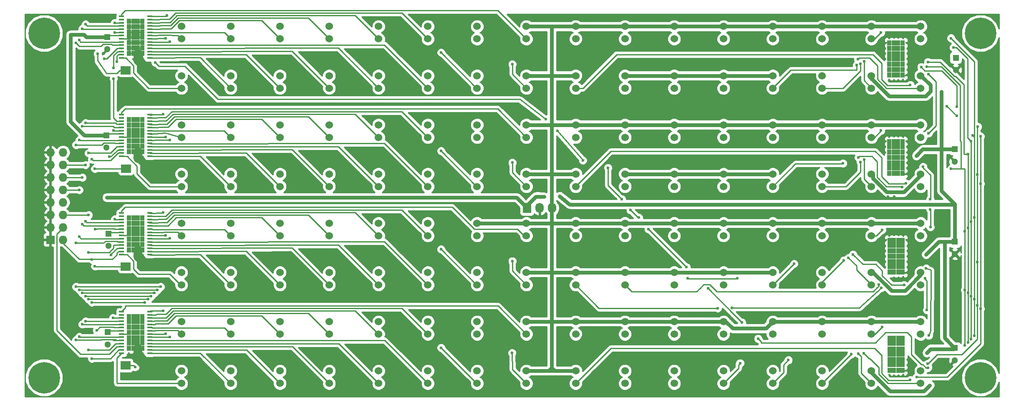
<source format=gbr>
G04 #@! TF.FileFunction,Copper,L1,Top,Signal*
%FSLAX46Y46*%
G04 Gerber Fmt 4.6, Leading zero omitted, Abs format (unit mm)*
G04 Created by KiCad (PCBNEW 4.0.4-stable) date Sat Oct 22 19:05:42 2016*
%MOMM*%
%LPD*%
G01*
G04 APERTURE LIST*
%ADD10C,0.100000*%
%ADD11C,0.600000*%
%ADD12C,1.524000*%
%ADD13R,2.000000X1.700000*%
%ADD14R,1.727200X1.727200*%
%ADD15O,1.727200X1.727200*%
%ADD16R,0.890000X1.100000*%
%ADD17R,1.100000X0.400000*%
%ADD18R,1.300000X1.300000*%
%ADD19C,1.300000*%
%ADD20R,1.727200X2.032000*%
%ADD21O,1.727200X2.032000*%
%ADD22C,6.400000*%
%ADD23C,0.250000*%
%ADD24C,0.800000*%
%ADD25C,1.750000*%
%ADD26C,0.254000*%
G04 APERTURE END LIST*
D10*
D11*
X217967000Y-65645000D03*
X208560000Y-64755000D03*
X209560000Y-63655000D03*
X207560000Y-63655000D03*
X210760000Y-64455000D03*
X209560000Y-65655000D03*
X212560000Y-65755000D03*
X145660000Y-61455000D03*
X144860000Y-60555000D03*
X144060000Y-59655000D03*
X298639000Y-121905000D03*
X296099000Y-121905000D03*
X293559000Y-121905000D03*
X283399000Y-121905000D03*
X280859000Y-121905000D03*
X278319000Y-121905000D03*
X275779000Y-121905000D03*
X273239000Y-121905000D03*
X270699000Y-121905000D03*
X268159000Y-121905000D03*
X265619000Y-121905000D03*
X263079000Y-121905000D03*
X260539000Y-121905000D03*
X257999000Y-121905000D03*
X255459000Y-121905000D03*
X252919000Y-121905000D03*
X250379000Y-121905000D03*
X247839000Y-121905000D03*
X245299000Y-121905000D03*
X242759000Y-121905000D03*
X240219000Y-121905000D03*
X237679000Y-121905000D03*
X235139000Y-121905000D03*
X232599000Y-121905000D03*
X230059000Y-121905000D03*
X227519000Y-121905000D03*
X224979000Y-121905000D03*
X222439000Y-121905000D03*
X219899000Y-121905000D03*
X217359000Y-121905000D03*
X214819000Y-121905000D03*
X212279000Y-121905000D03*
X209739000Y-121905000D03*
X207199000Y-121905000D03*
X204659000Y-121905000D03*
X202119000Y-121905000D03*
X199579000Y-121905000D03*
X197039000Y-121905000D03*
X194499000Y-121905000D03*
X191959000Y-121905000D03*
X189419000Y-121905000D03*
X186879000Y-121905000D03*
X184339000Y-121905000D03*
X181799000Y-121905000D03*
X179259000Y-121905000D03*
X176719000Y-121905000D03*
X174179000Y-121905000D03*
X171639000Y-121905000D03*
X169099000Y-121905000D03*
X166559000Y-121905000D03*
X164019000Y-121905000D03*
X161479000Y-121905000D03*
X158939000Y-121905000D03*
X156399000Y-121905000D03*
X153859000Y-121905000D03*
X151319000Y-121905000D03*
X148779000Y-121905000D03*
X146239000Y-121905000D03*
X143699000Y-121905000D03*
X141159000Y-121905000D03*
X138619000Y-121905000D03*
X136079000Y-121905000D03*
X133539000Y-121905000D03*
X130999000Y-121905000D03*
X128459000Y-121905000D03*
X125919000Y-121905000D03*
X123379000Y-121905000D03*
X120839000Y-121905000D03*
X118299000Y-121905000D03*
X274740000Y-114158000D03*
X273495000Y-114158000D03*
X272250000Y-114158000D03*
X271005000Y-114158000D03*
X269760000Y-114158000D03*
X268515000Y-114158000D03*
X267270000Y-114158000D03*
D12*
X251370000Y-79950000D03*
X251370000Y-77410000D03*
D11*
X238595000Y-80480000D03*
X237350000Y-80480000D03*
X236105000Y-80480000D03*
X234860000Y-80480000D03*
X233615000Y-80480000D03*
X248555000Y-79235000D03*
X247310000Y-79235000D03*
X246065000Y-79235000D03*
X244820000Y-79235000D03*
X243575000Y-79235000D03*
X238595000Y-79235000D03*
X237350000Y-79235000D03*
X236105000Y-79235000D03*
X234860000Y-79235000D03*
X233615000Y-79235000D03*
X148425000Y-80353000D03*
X147180000Y-80353000D03*
X145935000Y-80353000D03*
X144690000Y-80353000D03*
X143445000Y-80353000D03*
X148425000Y-79108000D03*
X147180000Y-79108000D03*
X145935000Y-79108000D03*
X144690000Y-79108000D03*
X143445000Y-79108000D03*
X158585000Y-80353000D03*
X157340000Y-80353000D03*
X156095000Y-80353000D03*
X154850000Y-80353000D03*
X153605000Y-80353000D03*
X158585000Y-79108000D03*
X157340000Y-79108000D03*
X156095000Y-79108000D03*
X154850000Y-79108000D03*
X153605000Y-79108000D03*
X178524000Y-75044000D03*
X174333000Y-75044000D03*
X164427000Y-75171000D03*
X168618000Y-75171000D03*
X154648000Y-75298000D03*
X158839000Y-75298000D03*
X148806000Y-75425000D03*
X144615000Y-75425000D03*
X137884000Y-77915000D03*
X136639000Y-77915000D03*
X135394000Y-77915000D03*
X139102000Y-77915000D03*
X137884000Y-76670000D03*
X136639000Y-76670000D03*
X135394000Y-76670000D03*
X134149000Y-76670000D03*
X137884000Y-75425000D03*
X136639000Y-75425000D03*
X135394000Y-75425000D03*
X134149000Y-75425000D03*
X124522000Y-85814000D03*
X124522000Y-84569000D03*
X124522000Y-83324000D03*
X124522000Y-82079000D03*
X124522000Y-80834000D03*
X124522000Y-79589000D03*
X124522000Y-78344000D03*
X131203000Y-79845000D03*
X129958000Y-79845000D03*
X128713000Y-79845000D03*
X131203000Y-78600000D03*
X129958000Y-78600000D03*
X128713000Y-78600000D03*
X168491000Y-80353000D03*
X167246000Y-80353000D03*
X166001000Y-80353000D03*
X164756000Y-80353000D03*
X163511000Y-80353000D03*
X168491000Y-79108000D03*
X167246000Y-79108000D03*
X166001000Y-79108000D03*
X164756000Y-79108000D03*
X163511000Y-79108000D03*
X178270000Y-80480000D03*
X177025000Y-80480000D03*
X175780000Y-80480000D03*
X174535000Y-80480000D03*
X173290000Y-80480000D03*
X178270000Y-79235000D03*
X177025000Y-79235000D03*
X175780000Y-79235000D03*
X174535000Y-79235000D03*
X173290000Y-79235000D03*
X188430000Y-80480000D03*
X187185000Y-80480000D03*
X185940000Y-80480000D03*
X184695000Y-80480000D03*
X183450000Y-80480000D03*
X188430000Y-79235000D03*
X187185000Y-79235000D03*
X185940000Y-79235000D03*
X184695000Y-79235000D03*
X183450000Y-79235000D03*
X198336000Y-80353000D03*
X197091000Y-80353000D03*
X195846000Y-80353000D03*
X194601000Y-80353000D03*
X193356000Y-80353000D03*
X198336000Y-79108000D03*
X197091000Y-79108000D03*
X195846000Y-79108000D03*
X194601000Y-79108000D03*
X193356000Y-79108000D03*
X208496000Y-80353000D03*
X207251000Y-80353000D03*
X206006000Y-80353000D03*
X204761000Y-80353000D03*
X203516000Y-80353000D03*
X208496000Y-79108000D03*
X207251000Y-79108000D03*
X206006000Y-79108000D03*
X204761000Y-79108000D03*
X203516000Y-79108000D03*
X214819000Y-79108000D03*
X214819000Y-80124000D03*
X215073000Y-86091000D03*
X217867000Y-83170000D03*
X219645000Y-85837000D03*
X218121000Y-85837000D03*
X219264000Y-80251000D03*
X218121000Y-80251000D03*
X213676000Y-80124000D03*
X219264000Y-79235000D03*
X218121000Y-79235000D03*
X213676000Y-79108000D03*
X218121000Y-70699000D03*
X218121000Y-71944000D03*
X219366000Y-71944000D03*
X218121000Y-73189000D03*
X219366000Y-73189000D03*
X218121000Y-74434000D03*
X219366000Y-74434000D03*
X218121000Y-75679000D03*
X219366000Y-75679000D03*
X214921000Y-75171000D03*
X213676000Y-75171000D03*
X214921000Y-73926000D03*
X213676000Y-73926000D03*
X214921000Y-72681000D03*
X213676000Y-72681000D03*
X214921000Y-71436000D03*
X213676000Y-71436000D03*
X214921000Y-70191000D03*
X213676000Y-70191000D03*
X214921000Y-68946000D03*
X213676000Y-68946000D03*
X214794000Y-95237000D03*
X213549000Y-95237000D03*
X214794000Y-93992000D03*
X213549000Y-93992000D03*
X214794000Y-92747000D03*
X213549000Y-92747000D03*
X214794000Y-91502000D03*
X213549000Y-91502000D03*
X214794000Y-90257000D03*
X213549000Y-90257000D03*
X214794000Y-89012000D03*
X219366000Y-95364000D03*
X218121000Y-95364000D03*
X219366000Y-94119000D03*
X218121000Y-94119000D03*
X219366000Y-92874000D03*
X218121000Y-92874000D03*
X219366000Y-91629000D03*
X218121000Y-91629000D03*
X219366000Y-90384000D03*
X218121000Y-90384000D03*
X219366000Y-89139000D03*
X218121000Y-89139000D03*
X213549000Y-89012000D03*
X214692000Y-99045000D03*
X213803000Y-99045000D03*
X218121000Y-98918000D03*
X219137000Y-98918000D03*
X213422000Y-115555000D03*
X214667000Y-115555000D03*
X218402000Y-115555000D03*
X219647000Y-115555000D03*
X219774000Y-119111000D03*
X218529000Y-119111000D03*
X217284000Y-119111000D03*
X216039000Y-119111000D03*
X214794000Y-119111000D03*
X213549000Y-119111000D03*
X218248000Y-109332000D03*
X219137000Y-109332000D03*
X214819000Y-109205000D03*
X213930000Y-109205000D03*
X219391000Y-105522000D03*
X213930000Y-105649000D03*
X214819000Y-105649000D03*
X218375000Y-105522000D03*
X251395000Y-105649000D03*
X256856000Y-107046000D03*
X255586000Y-105903000D03*
X283526000Y-85583000D03*
X284771000Y-85583000D03*
X286016000Y-85583000D03*
X287261000Y-85583000D03*
X288506000Y-85583000D03*
X289751000Y-85583000D03*
X290996000Y-85583000D03*
X290996000Y-82027000D03*
X290615000Y-105268000D03*
X289370000Y-105268000D03*
X288125000Y-105268000D03*
X286880000Y-105268000D03*
X285635000Y-105268000D03*
X284390000Y-105268000D03*
X283145000Y-105268000D03*
X289751000Y-82027000D03*
X286016000Y-82027000D03*
X284771000Y-82027000D03*
X293178000Y-66966000D03*
X293178000Y-65721000D03*
X293178000Y-64476000D03*
X217867000Y-59015000D03*
X217867000Y-60260000D03*
X217867000Y-61505000D03*
X217867000Y-62775000D03*
X217867000Y-64045000D03*
X214946000Y-64045000D03*
X214946000Y-62775000D03*
X214946000Y-61505000D03*
X214946000Y-60260000D03*
X214946000Y-59015000D03*
X218248000Y-55536000D03*
X218248000Y-54266000D03*
X218248000Y-52996000D03*
X218248000Y-51751000D03*
X218248000Y-50506000D03*
X218248000Y-49261000D03*
X214946000Y-49261000D03*
X214946000Y-50506000D03*
X214946000Y-51751000D03*
X214946000Y-52996000D03*
X214946000Y-54266000D03*
X214946000Y-55536000D03*
X135825000Y-57135000D03*
X135825000Y-58380000D03*
X137095000Y-58380000D03*
X137095000Y-57135000D03*
X130110000Y-59040000D03*
X128840000Y-59040000D03*
X131380000Y-59040000D03*
X133920000Y-61555000D03*
X135190000Y-61555000D03*
X136460000Y-61555000D03*
X136460000Y-62825000D03*
X135190000Y-62825000D03*
X133920000Y-62825000D03*
X130110000Y-62825000D03*
X131380000Y-62825000D03*
X132650000Y-62825000D03*
X128840000Y-62850000D03*
X132650000Y-60310000D03*
X132650000Y-61555000D03*
X131380000Y-61555000D03*
X131380000Y-60310000D03*
X128840000Y-60310000D03*
X128840000Y-61555000D03*
X130110000Y-61555000D03*
X130110000Y-60310000D03*
X126300000Y-59040000D03*
X126300000Y-60285000D03*
X126300000Y-61530000D03*
X126300000Y-62775000D03*
X126300000Y-64045000D03*
X126300000Y-65315000D03*
X125030000Y-65315000D03*
X125030000Y-64045000D03*
X125030000Y-62775000D03*
X125030000Y-61530000D03*
X125030000Y-60285000D03*
D12*
X211370000Y-99950000D03*
X211370000Y-97410000D03*
X211370000Y-49950000D03*
X211370000Y-47410000D03*
X211370000Y-59950000D03*
X211370000Y-57410000D03*
X211370000Y-69950000D03*
X211370000Y-67410000D03*
X211370000Y-79950000D03*
X211370000Y-77410000D03*
X291370000Y-99950000D03*
X291370000Y-97410000D03*
X231370000Y-79950000D03*
X231370000Y-77410000D03*
D13*
X134050000Y-116280000D03*
X130050000Y-116280000D03*
X134050000Y-96200000D03*
X130050000Y-96200000D03*
X134130000Y-76310000D03*
X130130000Y-76310000D03*
D14*
X114790000Y-90780000D03*
D15*
X117330000Y-90780000D03*
X114790000Y-88240000D03*
X117330000Y-88240000D03*
X114790000Y-85700000D03*
X117330000Y-85700000D03*
X114790000Y-83160000D03*
X117330000Y-83160000D03*
X114790000Y-80620000D03*
X117330000Y-80620000D03*
X114790000Y-78080000D03*
X117330000Y-78080000D03*
X114790000Y-75540000D03*
X117330000Y-75540000D03*
X114790000Y-73000000D03*
X117330000Y-73000000D03*
D12*
X151370000Y-109950000D03*
X151370000Y-107410000D03*
X161370000Y-99950000D03*
X161370000Y-97410000D03*
X181370000Y-119950000D03*
X181370000Y-117410000D03*
X171370000Y-119950000D03*
X171370000Y-117410000D03*
X151370000Y-119950000D03*
X151370000Y-117410000D03*
X141370000Y-119950000D03*
X141370000Y-117410000D03*
X181370000Y-109950000D03*
X181370000Y-107410000D03*
X161370000Y-119950000D03*
X161370000Y-117410000D03*
X191370000Y-119950000D03*
X191370000Y-117410000D03*
X201370000Y-119950000D03*
X201370000Y-117410000D03*
X211370000Y-119950000D03*
X211370000Y-117410000D03*
X141370000Y-109950000D03*
X141370000Y-107410000D03*
X161370000Y-109950000D03*
X161370000Y-107410000D03*
X171370000Y-109950000D03*
X171370000Y-107410000D03*
X191370000Y-109950000D03*
X191370000Y-107410000D03*
X201370000Y-109950000D03*
X201370000Y-107410000D03*
X211370000Y-109950000D03*
X211370000Y-107410000D03*
X141370000Y-99950000D03*
X141370000Y-97410000D03*
X151370000Y-99950000D03*
X151370000Y-97410000D03*
X171370000Y-99950000D03*
X171370000Y-97410000D03*
X181370000Y-99950000D03*
X181370000Y-97410000D03*
X191370000Y-99950000D03*
X191370000Y-97410000D03*
X201370000Y-99950000D03*
X201370000Y-97410000D03*
X141370000Y-89950000D03*
X141370000Y-87410000D03*
X151370000Y-89950000D03*
X151370000Y-87410000D03*
X161370000Y-89950000D03*
X161370000Y-87410000D03*
X171370000Y-89950000D03*
X171370000Y-87410000D03*
X181370000Y-89950000D03*
X181370000Y-87410000D03*
X191370000Y-89950000D03*
X191370000Y-87410000D03*
X201370000Y-89950000D03*
X201370000Y-87410000D03*
X211370000Y-89950000D03*
X211370000Y-87410000D03*
X141370000Y-79950000D03*
X141370000Y-77410000D03*
X151370000Y-79950000D03*
X151370000Y-77410000D03*
X161370000Y-79950000D03*
X161370000Y-77410000D03*
X171370000Y-79950000D03*
X171370000Y-77410000D03*
X181370000Y-79950000D03*
X181370000Y-77410000D03*
X191370000Y-79950000D03*
X191370000Y-77410000D03*
X201370000Y-79950000D03*
X201370000Y-77410000D03*
X141370000Y-69950000D03*
X141370000Y-67410000D03*
X151370000Y-69950000D03*
X151370000Y-67410000D03*
X161370000Y-69950000D03*
X161370000Y-67410000D03*
X171370000Y-69950000D03*
X171370000Y-67410000D03*
X181370000Y-69950000D03*
X181370000Y-67410000D03*
X191370000Y-69950000D03*
X191370000Y-67410000D03*
X201370000Y-69950000D03*
X201370000Y-67410000D03*
X141370000Y-59950000D03*
X141370000Y-57410000D03*
X151370000Y-59950000D03*
X151370000Y-57410000D03*
X161370000Y-59950000D03*
X161370000Y-57410000D03*
X171370000Y-59950000D03*
X171370000Y-57410000D03*
X181370000Y-59950000D03*
X181370000Y-57410000D03*
X191370000Y-59950000D03*
X191370000Y-57410000D03*
X201370000Y-59950000D03*
X201370000Y-57410000D03*
X141370000Y-49950000D03*
X141370000Y-47410000D03*
X151370000Y-49950000D03*
X151370000Y-47410000D03*
X161370000Y-49950000D03*
X161370000Y-47410000D03*
X171370000Y-49950000D03*
X171370000Y-47410000D03*
X181370000Y-49950000D03*
X181370000Y-47410000D03*
X191370000Y-49950000D03*
X191370000Y-47410000D03*
X201370000Y-49950000D03*
X201370000Y-47410000D03*
X221370000Y-119950000D03*
X221370000Y-117410000D03*
X231370000Y-119950000D03*
X231370000Y-117410000D03*
X241370000Y-119950000D03*
X241370000Y-117410000D03*
X251370000Y-119950000D03*
X251370000Y-117410000D03*
X261370000Y-119950000D03*
X261370000Y-117410000D03*
X271370000Y-119950000D03*
X271370000Y-117410000D03*
X281370000Y-119950000D03*
X281370000Y-117410000D03*
X291370000Y-119950000D03*
X291370000Y-117410000D03*
X221370000Y-109950000D03*
X221370000Y-107410000D03*
X231370000Y-109950000D03*
X231370000Y-107410000D03*
X241370000Y-109950000D03*
X241370000Y-107410000D03*
X251370000Y-109950000D03*
X251370000Y-107410000D03*
X261370000Y-109950000D03*
X261370000Y-107410000D03*
X271370000Y-109950000D03*
X271370000Y-107410000D03*
X281370000Y-109950000D03*
X281370000Y-107410000D03*
X291370000Y-109950000D03*
X291370000Y-107410000D03*
X221370000Y-99950000D03*
X221370000Y-97410000D03*
X231370000Y-99950000D03*
X231370000Y-97410000D03*
X241370000Y-99950000D03*
X241370000Y-97410000D03*
X251370000Y-99950000D03*
X251370000Y-97410000D03*
X261370000Y-99950000D03*
X261370000Y-97410000D03*
X271370000Y-99950000D03*
X271370000Y-97410000D03*
X281370000Y-99950000D03*
X281370000Y-97410000D03*
X221370000Y-89950000D03*
X221370000Y-87410000D03*
X231370000Y-89950000D03*
X231370000Y-87410000D03*
X241370000Y-89950000D03*
X241370000Y-87410000D03*
X251370000Y-89950000D03*
X251370000Y-87410000D03*
X261370000Y-89950000D03*
X261370000Y-87410000D03*
X271370000Y-89950000D03*
X271370000Y-87410000D03*
X281370000Y-89950000D03*
X281370000Y-87410000D03*
X291370000Y-89950000D03*
X291370000Y-87410000D03*
X221370000Y-79950000D03*
X221370000Y-77410000D03*
X241370000Y-79950000D03*
X241370000Y-77410000D03*
X261370000Y-79950000D03*
X261370000Y-77410000D03*
X271370000Y-79950000D03*
X271370000Y-77410000D03*
X281370000Y-79950000D03*
X281370000Y-77410000D03*
X291370000Y-79950000D03*
X291370000Y-77410000D03*
X221370000Y-69950000D03*
X221370000Y-67410000D03*
X231370000Y-69950000D03*
X231370000Y-67410000D03*
X241370000Y-69950000D03*
X241370000Y-67410000D03*
X251370000Y-69950000D03*
X251370000Y-67410000D03*
X261370000Y-69950000D03*
X261370000Y-67410000D03*
X271370000Y-69950000D03*
X271370000Y-67410000D03*
X281370000Y-69950000D03*
X281370000Y-67410000D03*
X291370000Y-69950000D03*
X291370000Y-67410000D03*
X221370000Y-59950000D03*
X221370000Y-57410000D03*
X231370000Y-59950000D03*
X231370000Y-57410000D03*
X241370000Y-59950000D03*
X241370000Y-57410000D03*
X251370000Y-59950000D03*
X251370000Y-57410000D03*
X261370000Y-59950000D03*
X261370000Y-57410000D03*
X271370000Y-59950000D03*
X271370000Y-57410000D03*
X281370000Y-59950000D03*
X281370000Y-57410000D03*
X291370000Y-59950000D03*
X291370000Y-57410000D03*
X221370000Y-49950000D03*
X221370000Y-47410000D03*
X231370000Y-49950000D03*
X231370000Y-47410000D03*
X241370000Y-49950000D03*
X241370000Y-47410000D03*
X251370000Y-49950000D03*
X251370000Y-47410000D03*
X261370000Y-49950000D03*
X261370000Y-47410000D03*
X271370000Y-49950000D03*
X271370000Y-47410000D03*
X281370000Y-49950000D03*
X281370000Y-47410000D03*
X291370000Y-49950000D03*
X291370000Y-47410000D03*
D13*
X134080000Y-56324500D03*
X130080000Y-56324500D03*
D16*
X131652000Y-112858750D03*
X131652000Y-110699750D03*
X131652000Y-111756000D03*
X131652000Y-107438000D03*
X131652000Y-106381750D03*
X131652000Y-108540750D03*
X131652000Y-109597000D03*
X130763000Y-109597000D03*
X130763000Y-108540750D03*
X130763000Y-106381750D03*
X130763000Y-107438000D03*
X130763000Y-111756000D03*
X130763000Y-110699750D03*
X130763000Y-112858750D03*
X132541000Y-112858750D03*
X132541000Y-110699750D03*
X132541000Y-111756000D03*
X132541000Y-107438000D03*
X132541000Y-106381750D03*
X132541000Y-108540750D03*
X132541000Y-109597000D03*
X133430000Y-109597000D03*
X133430000Y-108540750D03*
X133430000Y-106381750D03*
X133430000Y-107438000D03*
X133430000Y-111756000D03*
X133430000Y-110699750D03*
X133430000Y-112858750D03*
D17*
X134930000Y-113815000D03*
X134930000Y-113165000D03*
X134930000Y-112515000D03*
X134930000Y-111865000D03*
X134930000Y-111215000D03*
X134930000Y-110565000D03*
X134930000Y-109915000D03*
X134930000Y-109265000D03*
X134930000Y-108615000D03*
X134930000Y-107965000D03*
X134930000Y-107315000D03*
X134930000Y-106665000D03*
X134930000Y-106015000D03*
X134930000Y-105365000D03*
X129230000Y-105365000D03*
X129230000Y-106015000D03*
X129230000Y-106665000D03*
X129230000Y-107315000D03*
X129230000Y-107965000D03*
X129230000Y-108615000D03*
X129230000Y-109265000D03*
X129230000Y-109915000D03*
X129230000Y-110565000D03*
X129230000Y-111215000D03*
X129230000Y-111865000D03*
X129230000Y-112515000D03*
X129230000Y-113165000D03*
X129230000Y-113815000D03*
D16*
X131652000Y-92838750D03*
X131652000Y-90679750D03*
X131652000Y-91736000D03*
X131652000Y-87418000D03*
X131652000Y-86361750D03*
X131652000Y-88520750D03*
X131652000Y-89577000D03*
X130763000Y-89577000D03*
X130763000Y-88520750D03*
X130763000Y-86361750D03*
X130763000Y-87418000D03*
X130763000Y-91736000D03*
X130763000Y-90679750D03*
X130763000Y-92838750D03*
X132541000Y-92838750D03*
X132541000Y-90679750D03*
X132541000Y-91736000D03*
X132541000Y-87418000D03*
X132541000Y-86361750D03*
X132541000Y-88520750D03*
X132541000Y-89577000D03*
X133430000Y-89577000D03*
X133430000Y-88520750D03*
X133430000Y-86361750D03*
X133430000Y-87418000D03*
X133430000Y-91736000D03*
X133430000Y-90679750D03*
X133430000Y-92838750D03*
D17*
X134930000Y-93795000D03*
X134930000Y-93145000D03*
X134930000Y-92495000D03*
X134930000Y-91845000D03*
X134930000Y-91195000D03*
X134930000Y-90545000D03*
X134930000Y-89895000D03*
X134930000Y-89245000D03*
X134930000Y-88595000D03*
X134930000Y-87945000D03*
X134930000Y-87295000D03*
X134930000Y-86645000D03*
X134930000Y-85995000D03*
X134930000Y-85345000D03*
X129230000Y-85345000D03*
X129230000Y-85995000D03*
X129230000Y-86645000D03*
X129230000Y-87295000D03*
X129230000Y-87945000D03*
X129230000Y-88595000D03*
X129230000Y-89245000D03*
X129230000Y-89895000D03*
X129230000Y-90545000D03*
X129230000Y-91195000D03*
X129230000Y-91845000D03*
X129230000Y-92495000D03*
X129230000Y-93145000D03*
X129230000Y-93795000D03*
D16*
X131652000Y-52862250D03*
X131652000Y-50703250D03*
X131652000Y-51759500D03*
X131652000Y-47441500D03*
X131652000Y-46385250D03*
X131652000Y-48544250D03*
X131652000Y-49600500D03*
X130763000Y-49600500D03*
X130763000Y-48544250D03*
X130763000Y-46385250D03*
X130763000Y-47441500D03*
X130763000Y-51759500D03*
X130763000Y-50703250D03*
X130763000Y-52862250D03*
X132541000Y-52862250D03*
X132541000Y-50703250D03*
X132541000Y-51759500D03*
X132541000Y-47441500D03*
X132541000Y-46385250D03*
X132541000Y-48544250D03*
X132541000Y-49600500D03*
X133430000Y-49600500D03*
X133430000Y-48544250D03*
X133430000Y-46385250D03*
X133430000Y-47441500D03*
X133430000Y-51759500D03*
X133430000Y-50703250D03*
X133430000Y-52862250D03*
D17*
X134930000Y-53818500D03*
X134930000Y-53168500D03*
X134930000Y-52518500D03*
X134930000Y-51868500D03*
X134930000Y-51218500D03*
X134930000Y-50568500D03*
X134930000Y-49918500D03*
X134930000Y-49268500D03*
X134930000Y-48618500D03*
X134930000Y-47968500D03*
X134930000Y-47318500D03*
X134930000Y-46668500D03*
X134930000Y-46018500D03*
X134930000Y-45368500D03*
X129230000Y-45368500D03*
X129230000Y-46018500D03*
X129230000Y-46668500D03*
X129230000Y-47318500D03*
X129230000Y-47968500D03*
X129230000Y-48618500D03*
X129230000Y-49268500D03*
X129230000Y-49918500D03*
X129230000Y-50568500D03*
X129230000Y-51218500D03*
X129230000Y-51868500D03*
X129230000Y-52518500D03*
X129230000Y-53168500D03*
X129230000Y-53818500D03*
D16*
X286838000Y-117268750D03*
X286838000Y-115109750D03*
X286838000Y-116166000D03*
X286838000Y-111848000D03*
X286838000Y-110791750D03*
X286838000Y-112950750D03*
X286838000Y-114007000D03*
X287727000Y-114007000D03*
X287727000Y-112950750D03*
X287727000Y-110791750D03*
X287727000Y-111848000D03*
X287727000Y-116166000D03*
X287727000Y-115109750D03*
X287727000Y-117268750D03*
X285949000Y-117268750D03*
X285949000Y-115109750D03*
X285949000Y-116166000D03*
X285949000Y-111848000D03*
X285949000Y-110791750D03*
X285949000Y-112950750D03*
X285949000Y-114007000D03*
X285060000Y-114007000D03*
X285060000Y-112950750D03*
X285060000Y-110791750D03*
X285060000Y-111848000D03*
X285060000Y-116166000D03*
X285060000Y-115109750D03*
X285060000Y-117268750D03*
X286838000Y-97368750D03*
X286838000Y-95209750D03*
X286838000Y-96266000D03*
X286838000Y-91948000D03*
X286838000Y-90891750D03*
X286838000Y-93050750D03*
X286838000Y-94107000D03*
X287727000Y-94107000D03*
X287727000Y-93050750D03*
X287727000Y-90891750D03*
X287727000Y-91948000D03*
X287727000Y-96266000D03*
X287727000Y-95209750D03*
X287727000Y-97368750D03*
X285949000Y-97368750D03*
X285949000Y-95209750D03*
X285949000Y-96266000D03*
X285949000Y-91948000D03*
X285949000Y-90891750D03*
X285949000Y-93050750D03*
X285949000Y-94107000D03*
X285060000Y-94107000D03*
X285060000Y-93050750D03*
X285060000Y-90891750D03*
X285060000Y-91948000D03*
X285060000Y-96266000D03*
X285060000Y-95209750D03*
X285060000Y-97368750D03*
X286798000Y-77278750D03*
X286798000Y-75119750D03*
X286798000Y-76176000D03*
X286798000Y-71858000D03*
X286798000Y-70801750D03*
X286798000Y-72960750D03*
X286798000Y-74017000D03*
X287687000Y-74017000D03*
X287687000Y-72960750D03*
X287687000Y-70801750D03*
X287687000Y-71858000D03*
X287687000Y-76176000D03*
X287687000Y-75119750D03*
X287687000Y-77278750D03*
X285909000Y-77278750D03*
X285909000Y-75119750D03*
X285909000Y-76176000D03*
X285909000Y-71858000D03*
X285909000Y-70801750D03*
X285909000Y-72960750D03*
X285909000Y-74017000D03*
X285020000Y-74017000D03*
X285020000Y-72960750D03*
X285020000Y-70801750D03*
X285020000Y-71858000D03*
X285020000Y-76176000D03*
X285020000Y-75119750D03*
X285020000Y-77278750D03*
X286813000Y-57243750D03*
X286813000Y-55084750D03*
X286813000Y-56141000D03*
X286813000Y-51823000D03*
X286813000Y-50766750D03*
X286813000Y-52925750D03*
X286813000Y-53982000D03*
X287702000Y-53982000D03*
X287702000Y-52925750D03*
X287702000Y-50766750D03*
X287702000Y-51823000D03*
X287702000Y-56141000D03*
X287702000Y-55084750D03*
X287702000Y-57243750D03*
X285924000Y-57243750D03*
X285924000Y-55084750D03*
X285924000Y-56141000D03*
X285924000Y-51823000D03*
X285924000Y-50766750D03*
X285924000Y-52925750D03*
X285924000Y-53982000D03*
X285035000Y-53982000D03*
X285035000Y-52925750D03*
X285035000Y-50766750D03*
X285035000Y-51823000D03*
X285035000Y-56141000D03*
X285035000Y-55084750D03*
X285035000Y-57243750D03*
X131652000Y-72848750D03*
X131652000Y-70689750D03*
X131652000Y-71746000D03*
X131652000Y-67428000D03*
X131652000Y-66371750D03*
X131652000Y-68530750D03*
X131652000Y-69587000D03*
X130763000Y-69587000D03*
X130763000Y-68530750D03*
X130763000Y-66371750D03*
X130763000Y-67428000D03*
X130763000Y-71746000D03*
X130763000Y-70689750D03*
X130763000Y-72848750D03*
X132541000Y-72848750D03*
X132541000Y-70689750D03*
X132541000Y-71746000D03*
X132541000Y-67428000D03*
X132541000Y-66371750D03*
X132541000Y-68530750D03*
X132541000Y-69587000D03*
X133430000Y-69587000D03*
X133430000Y-68530750D03*
X133430000Y-66371750D03*
X133430000Y-67428000D03*
X133430000Y-71746000D03*
X133430000Y-70689750D03*
X133430000Y-72848750D03*
D17*
X134930000Y-73805000D03*
X134930000Y-73155000D03*
X134930000Y-72505000D03*
X134930000Y-71855000D03*
X134930000Y-71205000D03*
X134930000Y-70555000D03*
X134930000Y-69905000D03*
X134930000Y-69255000D03*
X134930000Y-68605000D03*
X134930000Y-67955000D03*
X134930000Y-67305000D03*
X134930000Y-66655000D03*
X134930000Y-66005000D03*
X134930000Y-65355000D03*
X129230000Y-65355000D03*
X129230000Y-66005000D03*
X129230000Y-66655000D03*
X129230000Y-67305000D03*
X129230000Y-67955000D03*
X129230000Y-68605000D03*
X129230000Y-69255000D03*
X129230000Y-69905000D03*
X129230000Y-70555000D03*
X129230000Y-71205000D03*
X129230000Y-71855000D03*
X129230000Y-72505000D03*
X129230000Y-73155000D03*
X129230000Y-73805000D03*
D18*
X126431040Y-109560360D03*
D19*
X126431040Y-112060360D03*
D18*
X126542800Y-89535000D03*
D19*
X126542800Y-92035000D03*
D18*
X126120000Y-69550000D03*
D19*
X126120000Y-72050000D03*
D18*
X126365000Y-49555400D03*
D19*
X126365000Y-52055400D03*
D18*
X298323000Y-112776000D03*
D19*
X298323000Y-115276000D03*
D18*
X298323000Y-91186000D03*
D19*
X298323000Y-93686000D03*
D18*
X298323000Y-72390000D03*
D19*
X298323000Y-74890000D03*
D18*
X298510000Y-53780000D03*
D19*
X298510000Y-56280000D03*
D20*
X211510000Y-84290000D03*
D21*
X214050000Y-84290000D03*
X216590000Y-84290000D03*
D22*
X113520000Y-48800000D03*
X113520000Y-118800000D03*
X303520000Y-118800000D03*
X303520000Y-48800000D03*
D11*
X125030000Y-59040000D03*
X283526000Y-82027000D03*
X293237920Y-120324880D03*
X139039600Y-110495200D03*
X194056000Y-112705000D03*
X138150600Y-109860200D03*
X208469000Y-113777000D03*
X137668000Y-105212000D03*
X124190000Y-109190000D03*
X132020000Y-116610000D03*
X127127000Y-93853000D03*
X127489000Y-106680000D03*
X194056000Y-92705000D03*
X139039600Y-90495200D03*
X208508600Y-95092600D03*
X138150000Y-89890000D03*
X137668000Y-85212000D03*
X194056000Y-72705000D03*
X139039600Y-70495200D03*
X208508600Y-75092600D03*
X138150600Y-69860200D03*
X137668000Y-65212000D03*
X139039600Y-50495200D03*
X194056000Y-52705000D03*
X138150600Y-49860200D03*
X208508600Y-55092600D03*
X138430000Y-45212000D03*
X123888500Y-88582500D03*
X123825000Y-96139000D03*
X127635000Y-68580000D03*
X123825000Y-76327000D03*
X127812800Y-48628300D03*
X124371000Y-52959000D03*
X126746000Y-73914000D03*
X127889000Y-86614000D03*
X127571500Y-55829200D03*
X127596900Y-58026300D03*
X258380000Y-110856000D03*
X255078000Y-107554000D03*
X230695500Y-82486500D03*
X232486200Y-84734400D03*
X234165140Y-86278720D03*
X236120940Y-88569800D03*
X243860320Y-96337120D03*
X248220000Y-100600000D03*
X292860000Y-116770000D03*
X217650000Y-68610000D03*
X127853440Y-46664880D03*
X136103360Y-54762400D03*
X215310000Y-66250000D03*
X227940000Y-76130000D03*
X222830000Y-74640000D03*
X289237420Y-119283480D03*
X254728980Y-115839240D03*
X264540000Y-115210000D03*
X277296880Y-114040920D03*
X278709120Y-113934240D03*
X279840000Y-113800000D03*
X283570680Y-108516420D03*
X283400000Y-100570000D03*
X253080000Y-104620000D03*
X250210000Y-104670000D03*
X282880000Y-99900000D03*
X254160000Y-98600000D03*
X244060000Y-98620000D03*
X265684000Y-95631000D03*
X275805900Y-94937580D03*
X276733000Y-94457520D03*
X277650000Y-93760000D03*
X288013140Y-99956620D03*
X283560000Y-88770000D03*
X288394140Y-79286100D03*
X275614000Y-75245000D03*
X279146000Y-74991000D03*
X279900000Y-74460000D03*
X278765000Y-74041000D03*
X287660080Y-80068420D03*
X283337000Y-68580000D03*
X289255200Y-59283600D03*
X278384000Y-55245000D03*
X279146000Y-54991000D03*
X279908000Y-54483000D03*
X278638000Y-54102000D03*
X283337000Y-48641000D03*
X292486080Y-96583500D03*
X293019480Y-110220760D03*
X291868860Y-75948540D03*
X293319200Y-84592160D03*
X293339520Y-88168480D03*
X293324280Y-82524600D03*
X292978840Y-69123560D03*
X292912800Y-57119520D03*
X123190000Y-94760000D03*
X296720000Y-63600000D03*
X292650000Y-105050000D03*
X292280000Y-98630000D03*
X298720000Y-65600000D03*
X303540000Y-69750000D03*
X290555680Y-118696740D03*
X303530000Y-79375000D03*
X303530000Y-104775000D03*
X133985000Y-103505000D03*
X123190000Y-103505000D03*
X123190000Y-74422000D03*
X123190000Y-114935000D03*
X128270000Y-54610000D03*
X291480000Y-55650000D03*
X302900000Y-95330000D03*
X292806120Y-115953540D03*
X298720000Y-63700000D03*
X302970000Y-67790000D03*
X302895000Y-77508100D03*
X302895000Y-104140000D03*
X122555000Y-102870000D03*
X134620000Y-102870000D03*
X125730000Y-53975000D03*
X122555000Y-73152000D03*
X122555000Y-93345000D03*
X122555000Y-85725000D03*
X122555000Y-113157000D03*
X300357540Y-89006680D03*
X300319440Y-112257840D03*
X297561000Y-76327000D03*
X292653720Y-55595520D03*
X137160000Y-100330000D03*
X300355000Y-100965000D03*
X120015000Y-50800000D03*
X120015000Y-111125000D03*
X120015000Y-100330000D03*
X120015000Y-91440000D03*
X120020000Y-71470000D03*
X292836600Y-54635400D03*
X120650000Y-80645000D03*
X300984920Y-88315800D03*
X300987460Y-111615220D03*
X300990000Y-73406000D03*
X300990000Y-101600000D03*
X120650000Y-100965000D03*
X136525000Y-100965000D03*
X120650000Y-90170000D03*
X120650000Y-70485000D03*
X120650000Y-110490000D03*
X120650000Y-50165000D03*
X301940000Y-69570000D03*
X302254920Y-86222840D03*
X302254920Y-110253780D03*
X302260000Y-102870000D03*
X297520000Y-49790000D03*
X121920000Y-102235000D03*
X135255000Y-102235000D03*
X121920000Y-67056000D03*
X121920000Y-46990000D03*
X121920000Y-107315000D03*
X121920000Y-75565000D03*
X121920000Y-86995000D03*
X298020000Y-51700000D03*
X121285000Y-78105000D03*
X301630080Y-87111840D03*
X301627540Y-110962440D03*
X301625000Y-110962440D03*
X301619920Y-110952280D03*
X301625000Y-70739000D03*
X301625000Y-102235000D03*
X121285000Y-101600000D03*
X135890000Y-101600000D03*
X121285000Y-87630000D03*
X121285000Y-107950000D03*
X121285000Y-67691000D03*
X121285000Y-47879000D03*
X214950000Y-81990000D03*
X218140000Y-81920000D03*
X126238000Y-82169000D03*
X292620000Y-113720000D03*
X295610000Y-60690000D03*
X290500000Y-73680000D03*
X292470000Y-93760000D03*
D23*
X141370000Y-119950000D02*
X128335000Y-119950000D01*
X128270000Y-114775000D02*
X129230000Y-113815000D01*
X128270000Y-119885000D02*
X128270000Y-114775000D01*
X128335000Y-119950000D02*
X128270000Y-119885000D01*
D24*
X251370000Y-107410000D02*
X251830000Y-107410000D01*
X251830000Y-107410000D02*
X253220000Y-108800000D01*
X259980000Y-108800000D02*
X261370000Y-107410000D01*
X253220000Y-108800000D02*
X259980000Y-108800000D01*
X286620000Y-81100000D02*
X287920000Y-81100000D01*
X281770000Y-78350000D02*
X284520000Y-81100000D01*
X284520000Y-81100000D02*
X286620000Y-81100000D01*
X281700000Y-77740000D02*
X281700000Y-78350000D01*
X281700000Y-78350000D02*
X281770000Y-78350000D01*
X287920000Y-81100000D02*
X291370000Y-77650000D01*
X291370000Y-77650000D02*
X291370000Y-77410000D01*
X271370000Y-67410000D02*
X291370000Y-67410000D01*
D23*
X216510000Y-80360000D02*
X216510000Y-84210000D01*
X216510000Y-84210000D02*
X216590000Y-84290000D01*
D24*
X211370000Y-87410000D02*
X201370000Y-87410000D01*
D23*
X281370000Y-57410000D02*
X281370000Y-58010000D01*
X281370000Y-58010000D02*
X281740000Y-58380000D01*
D24*
X291370000Y-77410000D02*
X291370000Y-77681840D01*
X281700000Y-77740000D02*
X281370000Y-77410000D01*
X216510000Y-82780000D02*
X216510000Y-83541000D01*
X216510000Y-83541000D02*
X216535000Y-83566000D01*
X231370000Y-87410000D02*
X241370000Y-87410000D01*
X241370000Y-87410000D02*
X251370000Y-87410000D01*
X251370000Y-87410000D02*
X261370000Y-87410000D01*
X271370000Y-87410000D02*
X261370000Y-87410000D01*
X281370000Y-87410000D02*
X271370000Y-87410000D01*
X291370000Y-87410000D02*
X281370000Y-87410000D01*
X281370000Y-57410000D02*
X281370000Y-58010000D01*
X281370000Y-58010000D02*
X281740000Y-58380000D01*
X281740000Y-58380000D02*
X281740000Y-58352080D01*
X291471000Y-57410000D02*
X293370000Y-59309000D01*
X284982920Y-61595000D02*
X281740000Y-58352080D01*
X281740000Y-58352080D02*
X280917590Y-57529670D01*
X292354000Y-61595000D02*
X284982920Y-61595000D01*
X293370000Y-60579000D02*
X292354000Y-61595000D01*
X293370000Y-59309000D02*
X293370000Y-60579000D01*
X251370000Y-57410000D02*
X261370000Y-57410000D01*
X241370000Y-57410000D02*
X231370000Y-57410000D01*
X251370000Y-57410000D02*
X241370000Y-57410000D01*
X231370000Y-47410000D02*
X221370000Y-47410000D01*
X241370000Y-47410000D02*
X231370000Y-47410000D01*
X251370000Y-47410000D02*
X241370000Y-47410000D01*
X261370000Y-47410000D02*
X251370000Y-47410000D01*
X271370000Y-47410000D02*
X261370000Y-47410000D01*
X281370000Y-47410000D02*
X271370000Y-47410000D01*
X271370000Y-107410000D02*
X281370000Y-107410000D01*
X261370000Y-107410000D02*
X271370000Y-107410000D01*
X241370000Y-107410000D02*
X251370000Y-107410000D01*
X231370000Y-107410000D02*
X241370000Y-107410000D01*
X221370000Y-107410000D02*
X231370000Y-107410000D01*
X221370000Y-117410000D02*
X211370000Y-117410000D01*
X251370000Y-97410000D02*
X261370000Y-97410000D01*
X221370000Y-97410000D02*
X251370000Y-97410000D01*
X285475500Y-101155500D02*
X288175700Y-101155500D01*
X288175700Y-101155500D02*
X291370000Y-97961200D01*
X291370000Y-97961200D02*
X291370000Y-97410000D01*
X281370000Y-47410000D02*
X291370000Y-47410000D01*
X221370000Y-87410000D02*
X231370000Y-87410000D01*
X271370000Y-67410000D02*
X221370000Y-67410000D01*
X261370000Y-77410000D02*
X251370000Y-77410000D01*
X231370000Y-77410000D02*
X241370000Y-77410000D01*
X281370000Y-107410000D02*
X291370000Y-107410000D01*
X293237920Y-120324880D02*
X293232840Y-120329960D01*
X293232840Y-120329960D02*
X293232840Y-120335040D01*
X281370000Y-117410000D02*
X281370000Y-117768600D01*
X281339520Y-117740660D02*
X285153100Y-121554240D01*
X285153100Y-121554240D02*
X292013640Y-121554240D01*
X292013640Y-121554240D02*
X293232840Y-120335040D01*
X281370000Y-97410000D02*
X281370000Y-97050000D01*
X281370000Y-97050000D02*
X285475500Y-101155500D01*
X251370000Y-77410000D02*
X241370000Y-77410000D01*
X291370000Y-57410000D02*
X291471000Y-57410000D01*
X211370000Y-77410000D02*
X221370000Y-77410000D01*
X221370000Y-67410000D02*
X211370000Y-67410000D01*
X221370000Y-97410000D02*
X211370000Y-97410000D01*
X221370000Y-107410000D02*
X211370000Y-107410000D01*
X221370000Y-117410000D02*
X217140000Y-117410000D01*
X217140000Y-117410000D02*
X216510000Y-116780000D01*
X216510000Y-47410000D02*
X216510000Y-80360000D01*
X216510000Y-80360000D02*
X216510000Y-82780000D01*
X216510000Y-82780000D02*
X216510000Y-116780000D01*
X215880000Y-117410000D02*
X211370000Y-117410000D01*
X216510000Y-116780000D02*
X215880000Y-117410000D01*
X221370000Y-47410000D02*
X216510000Y-47410000D01*
X216510000Y-47410000D02*
X211370000Y-47410000D01*
X211370000Y-57410000D02*
X221370000Y-57410000D01*
X221370000Y-87410000D02*
X211370000Y-87410000D01*
D23*
X134930000Y-113815000D02*
X145235000Y-113815000D01*
X145235000Y-113815000D02*
X151370000Y-119950000D01*
X134930000Y-113165000D02*
X154585000Y-113165000D01*
X154585000Y-113165000D02*
X161370000Y-119950000D01*
X134930000Y-112515000D02*
X163935000Y-112515000D01*
X163935000Y-112515000D02*
X171370000Y-119950000D01*
X134930000Y-111865000D02*
X173285000Y-111865000D01*
X173285000Y-111865000D02*
X181370000Y-119950000D01*
X134930000Y-111215000D02*
X182635000Y-111215000D01*
X182635000Y-111215000D02*
X191370000Y-119950000D01*
X134930000Y-110565000D02*
X138969800Y-110565000D01*
X138969800Y-110565000D02*
X139039600Y-110495200D01*
X201370000Y-119950000D02*
X201301000Y-119950000D01*
X194056000Y-112705000D02*
X201301000Y-119950000D01*
X134930000Y-109915000D02*
X138095800Y-109915000D01*
X138095800Y-109915000D02*
X138150600Y-109860200D01*
X208469000Y-113777000D02*
X208494400Y-113802400D01*
X208494400Y-113802400D02*
X208534000Y-117114000D01*
X208534000Y-117114000D02*
X211370000Y-119950000D01*
X140625000Y-109205000D02*
X136085000Y-109205000D01*
X136085000Y-109205000D02*
X136025000Y-109265000D01*
X136025000Y-109265000D02*
X134930000Y-109265000D01*
X134990000Y-109205000D02*
X134930000Y-109265000D01*
X140625000Y-109205000D02*
X141370000Y-109950000D01*
X135509000Y-108666400D02*
X150086400Y-108666400D01*
X135397240Y-108554640D02*
X135509000Y-108666400D01*
X134879080Y-108618140D02*
X135397240Y-108554640D01*
X150086400Y-108666400D02*
X151370000Y-109950000D01*
X138723000Y-107840000D02*
X136120000Y-107840000D01*
X136120000Y-107840000D02*
X135995000Y-107965000D01*
X135995000Y-107965000D02*
X134930000Y-107965000D01*
X140335000Y-106228000D02*
X157648000Y-106228000D01*
X157648000Y-106228000D02*
X161370000Y-109950000D01*
X138723000Y-107840000D02*
X140335000Y-106228000D01*
X138419840Y-107254160D02*
X135925840Y-107254160D01*
X135925840Y-107254160D02*
X135865000Y-107315000D01*
X135865000Y-107315000D02*
X134930000Y-107315000D01*
X139954000Y-105720000D02*
X167140000Y-105720000D01*
X167140000Y-105720000D02*
X171370000Y-109950000D01*
X138419840Y-107254160D02*
X139954000Y-105720000D01*
X138297920Y-106603920D02*
X136136080Y-106603920D01*
X136136080Y-106603920D02*
X136075000Y-106665000D01*
X136075000Y-106665000D02*
X134930000Y-106665000D01*
X139689840Y-105212000D02*
X176632000Y-105212000D01*
X176632000Y-105212000D02*
X181370000Y-109950000D01*
X181370000Y-109950000D02*
X181141000Y-109950000D01*
X138297920Y-106603920D02*
X139689840Y-105212000D01*
X138240000Y-105910000D02*
X136320000Y-105910000D01*
X136320000Y-105910000D02*
X136215000Y-106015000D01*
X136215000Y-106015000D02*
X134930000Y-106015000D01*
X139446000Y-104704000D02*
X186124000Y-104704000D01*
X138240000Y-105910000D02*
X139446000Y-104704000D01*
X186124000Y-104704000D02*
X191370000Y-109950000D01*
X191370000Y-109950000D02*
X191370000Y-109511000D01*
X137668000Y-105212000D02*
X135083000Y-105212000D01*
X135083000Y-105212000D02*
X134930000Y-105365000D01*
X134930000Y-105368500D02*
X134967000Y-105305000D01*
X134930000Y-105368500D02*
X135416000Y-105368500D01*
X201370000Y-109950000D02*
X201080000Y-109950000D01*
X129984500Y-104212500D02*
X129984500Y-104610500D01*
X211370000Y-109950000D02*
X205632500Y-104212500D01*
X129984500Y-104212500D02*
X205632500Y-104212500D01*
X129984500Y-104610500D02*
X129230000Y-105365000D01*
X211370000Y-109950000D02*
X211240000Y-109950000D01*
D25*
X134130000Y-76310000D02*
X134130000Y-76218000D01*
D23*
X130763000Y-46385250D02*
X133430000Y-46385250D01*
X133430000Y-46385250D02*
X133430000Y-47441500D01*
X133430000Y-47441500D02*
X130763000Y-47441500D01*
X130763000Y-47441500D02*
X130763000Y-48544250D01*
X130763000Y-48544250D02*
X133430000Y-48544250D01*
X133430000Y-48544250D02*
X133430000Y-49600500D01*
X133430000Y-49600500D02*
X130763000Y-49600500D01*
X130763000Y-49600500D02*
X130763000Y-50703250D01*
X130763000Y-50703250D02*
X133430000Y-50703250D01*
X133430000Y-50703250D02*
X133430000Y-51759500D01*
X133430000Y-51759500D02*
X130763000Y-51759500D01*
X130763000Y-51759500D02*
X130763000Y-52862250D01*
X130763000Y-52862250D02*
X133430000Y-52862250D01*
X133430000Y-52862250D02*
X133430000Y-55674500D01*
X133430000Y-55674500D02*
X134080000Y-56324500D01*
X129230000Y-109915000D02*
X130445000Y-109915000D01*
X130445000Y-109915000D02*
X130763000Y-109597000D01*
X129230000Y-89895000D02*
X130445000Y-89895000D01*
D25*
X134050000Y-96200000D02*
X134050000Y-95696000D01*
X134050000Y-95696000D02*
X132541000Y-94187000D01*
X132541000Y-94187000D02*
X132541000Y-92838750D01*
X132541000Y-74248000D02*
X132541000Y-72848750D01*
X134080000Y-56324500D02*
X134080000Y-55848000D01*
X134080000Y-55848000D02*
X132541000Y-54309000D01*
X132541000Y-54309000D02*
X132541000Y-52862250D01*
X134050000Y-116280000D02*
X133806000Y-116280000D01*
X133806000Y-116280000D02*
X132541000Y-115015000D01*
X132541000Y-115015000D02*
X132541000Y-112858750D01*
D23*
X129230000Y-49918500D02*
X130445000Y-49918500D01*
X130445000Y-49918500D02*
X130763000Y-49600500D01*
X129230000Y-69905000D02*
X130445000Y-69905000D01*
X130445000Y-69905000D02*
X130763000Y-69587000D01*
X130445000Y-89895000D02*
X130763000Y-89577000D01*
X129230000Y-108615000D02*
X127705000Y-108615000D01*
X127705000Y-108615000D02*
X127635002Y-108545002D01*
X127635002Y-108545002D02*
X124834998Y-108545002D01*
X124834998Y-108545002D02*
X124190000Y-109190000D01*
X132020000Y-116610000D02*
X131690000Y-116280000D01*
X131690000Y-116280000D02*
X130050000Y-116280000D01*
X127127000Y-93726000D02*
X127127000Y-93853000D01*
X127127000Y-93726000D02*
X128358000Y-92495000D01*
X129230000Y-106665000D02*
X127504000Y-106665000D01*
X127504000Y-106665000D02*
X127489000Y-106680000D01*
X128358000Y-92495000D02*
X129230000Y-92495000D01*
X131699000Y-95123000D02*
X131699000Y-96774000D01*
X139065000Y-97790000D02*
X132715000Y-97790000D01*
X139065000Y-97790000D02*
X141225000Y-99950000D01*
X131699000Y-96774000D02*
X132715000Y-97790000D01*
X141370000Y-99950000D02*
X141225000Y-99950000D01*
X129230000Y-93795000D02*
X130371000Y-93795000D01*
X130371000Y-93795000D02*
X131699000Y-95123000D01*
X134930000Y-93818500D02*
X145175000Y-93755000D01*
X145175000Y-93755000D02*
X151370000Y-99950000D01*
X154525000Y-93105000D02*
X161370000Y-99950000D01*
X134930000Y-93168500D02*
X154525000Y-93105000D01*
X163876080Y-92456080D02*
X171370000Y-99950000D01*
X134879080Y-92519580D02*
X163876080Y-92456080D01*
X134930000Y-91868500D02*
X173225000Y-91805000D01*
X173225000Y-91805000D02*
X181370000Y-99950000D01*
X134930000Y-91218500D02*
X182575000Y-91155000D01*
X182575000Y-91155000D02*
X191370000Y-99950000D01*
X201370000Y-99950000D02*
X201301000Y-99950000D01*
X138930000Y-90580000D02*
X134879080Y-90568860D01*
X194056000Y-92705000D02*
X201301000Y-99950000D01*
X208534000Y-97114000D02*
X211370000Y-99950000D01*
X208534000Y-95118000D02*
X208534000Y-97114000D01*
X208508600Y-95092600D02*
X208534000Y-95118000D01*
X138144920Y-89884920D02*
X138150000Y-89890000D01*
X134879080Y-89918620D02*
X138144920Y-89884920D01*
X140625000Y-89205000D02*
X141370000Y-89950000D01*
X134930000Y-89268500D02*
X140625000Y-89205000D01*
X150086400Y-88666400D02*
X151370000Y-89950000D01*
X134879080Y-88618140D02*
X135397240Y-88554640D01*
X135509000Y-88666400D02*
X150086400Y-88666400D01*
X135397240Y-88554640D02*
X135509000Y-88666400D01*
X138658600Y-87904400D02*
X140335000Y-86228000D01*
X140335000Y-86228000D02*
X157648000Y-86228000D01*
X134879080Y-87967900D02*
X138658600Y-87904400D01*
X157648000Y-86228000D02*
X161370000Y-89950000D01*
X138419840Y-87254160D02*
X139954000Y-85720000D01*
X139954000Y-85720000D02*
X167140000Y-85720000D01*
X134879080Y-87317660D02*
X138419840Y-87254160D01*
X167140000Y-85720000D02*
X171370000Y-89950000D01*
X138297920Y-86603920D02*
X139689840Y-85212000D01*
X134879080Y-86667420D02*
X138297920Y-86603920D01*
X181370000Y-89950000D02*
X181141000Y-89950000D01*
X139689840Y-85212000D02*
X176632000Y-85212000D01*
X176632000Y-85212000D02*
X181370000Y-89950000D01*
X191370000Y-89950000D02*
X191370000Y-89511000D01*
X186124000Y-84704000D02*
X191370000Y-89950000D01*
X134879080Y-86019720D02*
X138193780Y-85956220D01*
X139446000Y-84704000D02*
X186124000Y-84704000D01*
X138193780Y-85956220D02*
X139446000Y-84704000D01*
X201370000Y-89950000D02*
X201080000Y-89950000D01*
X134930000Y-85368500D02*
X135416000Y-85368500D01*
X134930000Y-85368500D02*
X134967000Y-85305000D01*
X137634980Y-85305980D02*
X137668000Y-85272960D01*
X137668000Y-85272960D02*
X137668000Y-85212000D01*
X134879080Y-85369480D02*
X137634980Y-85305980D01*
X211370000Y-89950000D02*
X210910000Y-89950000D01*
X210910000Y-89950000D02*
X209600000Y-88640000D01*
X209600000Y-88640000D02*
X200850000Y-88640000D01*
X200850000Y-88640000D02*
X196342500Y-84132500D01*
X129984500Y-84132500D02*
X196342500Y-84132500D01*
X129230000Y-85345000D02*
X129230000Y-84887000D01*
X129230000Y-84887000D02*
X129984500Y-84132500D01*
X129230000Y-73805000D02*
X130355000Y-73805000D01*
X130355000Y-73805000D02*
X132360000Y-75810000D01*
X132360000Y-75810000D02*
X132360000Y-77369000D01*
X132360000Y-77369000D02*
X134941000Y-79950000D01*
X134941000Y-79950000D02*
X141370000Y-79950000D01*
X129230000Y-73805000D02*
X129014000Y-73805000D01*
X134930000Y-73818500D02*
X145175000Y-73755000D01*
X145175000Y-73755000D02*
X151370000Y-79950000D01*
X154525000Y-73105000D02*
X161370000Y-79950000D01*
X134930000Y-73168500D02*
X154525000Y-73105000D01*
X163876080Y-72456080D02*
X171370000Y-79950000D01*
X134879080Y-72519580D02*
X163876080Y-72456080D01*
X134930000Y-71868500D02*
X173225000Y-71805000D01*
X173225000Y-71805000D02*
X181370000Y-79950000D01*
X134930000Y-71218500D02*
X182575000Y-71155000D01*
X182575000Y-71155000D02*
X191370000Y-79950000D01*
X136779000Y-70505360D02*
X134879080Y-70568860D01*
X138343640Y-70505360D02*
X139039600Y-70495200D01*
X194056000Y-72705000D02*
X201301000Y-79950000D01*
X136779000Y-70505360D02*
X138343640Y-70505360D01*
X201370000Y-79950000D02*
X201301000Y-79950000D01*
X208534000Y-77114000D02*
X211370000Y-79950000D01*
X208534000Y-75118000D02*
X208534000Y-77114000D01*
X208508600Y-75092600D02*
X208534000Y-75118000D01*
X138145520Y-69855120D02*
X138150600Y-69860200D01*
X134879080Y-69918620D02*
X138145520Y-69855120D01*
X138120000Y-69070000D02*
X141370000Y-69950000D01*
X134930000Y-69268500D02*
X136040000Y-69256123D01*
X136040000Y-69256123D02*
X138120000Y-69070000D01*
X134930000Y-68605000D02*
X150025000Y-68605000D01*
X150025000Y-68605000D02*
X151370000Y-69950000D01*
X138658600Y-67904400D02*
X140335000Y-66228000D01*
X140335000Y-66228000D02*
X157648000Y-66228000D01*
X134879080Y-67967900D02*
X138658600Y-67904400D01*
X157648000Y-66228000D02*
X161370000Y-69950000D01*
X138419840Y-67254160D02*
X139954000Y-65720000D01*
X139954000Y-65720000D02*
X167140000Y-65720000D01*
X134879080Y-67317660D02*
X138419840Y-67254160D01*
X167140000Y-65720000D02*
X171370000Y-69950000D01*
X138297920Y-66603920D02*
X139689840Y-65212000D01*
X134879080Y-66667420D02*
X138297920Y-66603920D01*
X181370000Y-69950000D02*
X181141000Y-69950000D01*
X139689840Y-65212000D02*
X176632000Y-65212000D01*
X176632000Y-65212000D02*
X181370000Y-69950000D01*
X191370000Y-69950000D02*
X191370000Y-69511000D01*
X186124000Y-64704000D02*
X191370000Y-69950000D01*
X134879080Y-66019720D02*
X138193780Y-65956220D01*
X139446000Y-64704000D02*
X186124000Y-64704000D01*
X138193780Y-65956220D02*
X139446000Y-64704000D01*
X134930000Y-65355000D02*
X137525000Y-65355000D01*
X137525000Y-65355000D02*
X137668000Y-65212000D01*
X201370000Y-69950000D02*
X201080000Y-69950000D01*
X134930000Y-65368500D02*
X135416000Y-65368500D01*
X205552500Y-64132500D02*
X211370000Y-69950000D01*
X129984500Y-64132500D02*
X205552500Y-64132500D01*
X211370000Y-69950000D02*
X211240000Y-69950000D01*
X129230000Y-65355000D02*
X129230000Y-64887000D01*
X129230000Y-64887000D02*
X129984500Y-64132500D01*
X131699000Y-55394060D02*
X131699000Y-56896000D01*
X130123440Y-53818500D02*
X131699000Y-55394060D01*
X129230000Y-53818500D02*
X130123440Y-53818500D01*
X134753000Y-59950000D02*
X141370000Y-59950000D01*
X131699000Y-56896000D02*
X134753000Y-59950000D01*
X145175000Y-53755000D02*
X151370000Y-59950000D01*
X134930000Y-53818500D02*
X145175000Y-53755000D01*
X134930000Y-53168500D02*
X154525000Y-53105000D01*
X154525000Y-53105000D02*
X161370000Y-59950000D01*
X163876080Y-52456080D02*
X171370000Y-59950000D01*
X134879080Y-52519580D02*
X163876080Y-52456080D01*
X173225000Y-51805000D02*
X181370000Y-59950000D01*
X134930000Y-51868500D02*
X173225000Y-51805000D01*
X182575000Y-51155000D02*
X191370000Y-59950000D01*
X134930000Y-51218500D02*
X182575000Y-51155000D01*
X194056000Y-52705000D02*
X201301000Y-59950000D01*
X139050000Y-50600000D02*
X134879080Y-50568860D01*
X201370000Y-59950000D02*
X201301000Y-59950000D01*
X134879080Y-49918620D02*
X138145520Y-49855120D01*
X138145520Y-49855120D02*
X138150600Y-49860200D01*
X208508600Y-55092600D02*
X208534000Y-55118000D01*
X208534000Y-55118000D02*
X208534000Y-57114000D01*
X208534000Y-57114000D02*
X211370000Y-59950000D01*
X134930000Y-49268500D02*
X138190000Y-49140000D01*
X138190000Y-49140000D02*
X140625000Y-49205000D01*
X140625000Y-49205000D02*
X141370000Y-49950000D01*
X135509000Y-48666400D02*
X150086400Y-48666400D01*
X135397240Y-48554640D02*
X135509000Y-48666400D01*
X134879080Y-48618140D02*
X135397240Y-48554640D01*
X150086400Y-48666400D02*
X151370000Y-49950000D01*
X134879080Y-47967900D02*
X139304451Y-47893549D01*
X139304451Y-47893549D02*
X140970000Y-46228000D01*
X140970000Y-46228000D02*
X157648000Y-46228000D01*
X157648000Y-46228000D02*
X161370000Y-49950000D01*
X140716000Y-45720000D02*
X167140000Y-45720000D01*
X167140000Y-45720000D02*
X171370000Y-49950000D01*
X134879080Y-47317660D02*
X139195755Y-47240245D01*
X139195755Y-47240245D02*
X140716000Y-45720000D01*
X140462000Y-45212000D02*
X176632000Y-45212000D01*
X176632000Y-45212000D02*
X181370000Y-49950000D01*
X181370000Y-49950000D02*
X181141000Y-49950000D01*
X134879080Y-46667420D02*
X139084693Y-46589307D01*
X139084693Y-46589307D02*
X140462000Y-45212000D01*
X140208000Y-44704000D02*
X186124000Y-44704000D01*
X138970663Y-45941337D02*
X140208000Y-44704000D01*
X134879080Y-46019720D02*
X138970663Y-45941337D01*
X186124000Y-44704000D02*
X191370000Y-49950000D01*
X191370000Y-49950000D02*
X191370000Y-49511000D01*
X134879080Y-45369480D02*
X138396980Y-45305980D01*
X138430000Y-45272960D02*
X138430000Y-45212000D01*
X138396980Y-45305980D02*
X138430000Y-45272960D01*
X134930000Y-45368500D02*
X134967000Y-45305000D01*
X134930000Y-45368500D02*
X135416000Y-45368500D01*
X201370000Y-49950000D02*
X201080000Y-49950000D01*
X205552500Y-44132500D02*
X211370000Y-49950000D01*
X129984500Y-44132500D02*
X205552500Y-44132500D01*
X211370000Y-49950000D02*
X211240000Y-49950000D01*
X129230000Y-45368500D02*
X129230000Y-44887000D01*
X129230000Y-44887000D02*
X129984500Y-44132500D01*
X123886000Y-96200000D02*
X130050000Y-96200000D01*
X123825000Y-96139000D02*
X123886000Y-96200000D01*
X129230000Y-88595000D02*
X127961998Y-88595000D01*
X124568657Y-88495002D02*
X123888500Y-88582500D01*
X127862000Y-88495002D02*
X124568657Y-88495002D01*
X127961998Y-88595000D02*
X127862000Y-88495002D01*
X129230000Y-68605000D02*
X127660000Y-68605000D01*
X127660000Y-68605000D02*
X127635000Y-68580000D01*
X123842000Y-76310000D02*
X130130000Y-76310000D01*
X123825000Y-76327000D02*
X123842000Y-76310000D01*
X130080000Y-56324500D02*
X128892300Y-56324500D01*
X127822600Y-48618500D02*
X129230000Y-48618500D01*
X127812800Y-48628300D02*
X127822600Y-48618500D01*
X124371000Y-54356000D02*
X124371000Y-52959000D01*
X126136400Y-56921400D02*
X124371000Y-54356000D01*
X128295400Y-56921400D02*
X126136400Y-56921400D01*
X128892300Y-56324500D02*
X128295400Y-56921400D01*
X126746000Y-73787000D02*
X126746000Y-73914000D01*
X128524000Y-72517000D02*
X127127000Y-73787000D01*
X127127000Y-73787000D02*
X126746000Y-73787000D01*
X129230000Y-72505000D02*
X128524000Y-72517000D01*
X127920000Y-86645000D02*
X129230000Y-86645000D01*
X127889000Y-86614000D02*
X127920000Y-86645000D01*
X127635000Y-66040000D02*
X127635000Y-58064400D01*
X128456500Y-52518500D02*
X127635000Y-53340000D01*
X129230000Y-52518500D02*
X128456500Y-52518500D01*
X128250000Y-66655000D02*
X129230000Y-66655000D01*
X127635000Y-66040000D02*
X128250000Y-66655000D01*
X127635000Y-55765700D02*
X127635000Y-53340000D01*
X127571500Y-55829200D02*
X127635000Y-55765700D01*
X127635000Y-58064400D02*
X127596900Y-58026300D01*
X253476130Y-105980870D02*
X253504870Y-105980870D01*
X289519360Y-114086640D02*
X291536360Y-116103640D01*
X289519360Y-110479840D02*
X289519360Y-114086640D01*
X288665920Y-109626400D02*
X289519360Y-110479840D01*
X284236160Y-109626400D02*
X288665920Y-109626400D01*
X282163520Y-111699040D02*
X284236160Y-109626400D01*
X259026660Y-111699040D02*
X282163520Y-111699040D01*
X292480000Y-116770000D02*
X292860000Y-116770000D01*
X291813640Y-116103640D02*
X292480000Y-116770000D01*
X291536360Y-116103640D02*
X291813640Y-116103640D01*
X259026660Y-111502660D02*
X259026660Y-111699040D01*
X258380000Y-110856000D02*
X259026660Y-111502660D01*
X253504870Y-105980870D02*
X255078000Y-107554000D01*
X227940000Y-79731000D02*
X227940000Y-76130000D01*
X227940000Y-79731000D02*
X230695500Y-82486500D01*
X232486200Y-84734400D02*
X234030520Y-86278720D01*
X234030520Y-86278720D02*
X234165140Y-86278720D01*
X236120940Y-88569800D02*
X243860320Y-96309180D01*
X243860320Y-96309180D02*
X243860320Y-96337120D01*
X248220000Y-100600000D02*
X253476130Y-105980870D01*
X253476130Y-105980870D02*
X253499620Y-106004360D01*
X227940000Y-76130000D02*
X227943940Y-76130000D01*
X292860000Y-116770000D02*
X292850000Y-116780000D01*
X127857060Y-46668500D02*
X127853440Y-46664880D01*
X129230000Y-46668500D02*
X127857060Y-46668500D01*
X148780600Y-62217400D02*
X210025680Y-62217400D01*
X142036800Y-55473600D02*
X148780600Y-62217400D01*
X136814560Y-55473600D02*
X142036800Y-55473600D01*
X136103360Y-54762400D02*
X136814560Y-55473600D01*
X210025680Y-62217400D02*
X215310000Y-66250000D01*
X222830000Y-74589200D02*
X222830000Y-74640000D01*
X217650000Y-68610000D02*
X222830000Y-74589200D01*
X289179000Y-119341900D02*
X284863540Y-119341900D01*
X284863540Y-119341900D02*
X283464000Y-117942360D01*
X283464000Y-117942360D02*
X283464000Y-114254280D01*
X283464000Y-114254280D02*
X282023820Y-112814100D01*
X282023820Y-112814100D02*
X228505900Y-112814100D01*
X228505900Y-112814100D02*
X221370000Y-119950000D01*
X289237420Y-119283480D02*
X289179000Y-119341900D01*
X241370000Y-119950000D02*
X241440000Y-119950000D01*
X254728980Y-115839240D02*
X254393700Y-116174520D01*
X254393700Y-116174520D02*
X254393700Y-116926300D01*
X254393700Y-116926300D02*
X251370000Y-119950000D01*
X264540000Y-115210000D02*
X263550000Y-116200000D01*
X263550000Y-116200000D02*
X263550000Y-117770000D01*
X263550000Y-117770000D02*
X261370000Y-119950000D01*
X261370000Y-119462360D02*
X261370000Y-119950000D01*
X277296880Y-114040920D02*
X271387800Y-119950000D01*
X271387800Y-119950000D02*
X271370000Y-119950000D01*
X279318720Y-117898720D02*
X281370000Y-119950000D01*
X279318720Y-114543840D02*
X279318720Y-117898720D01*
X278709120Y-113934240D02*
X279318720Y-114543840D01*
X279840000Y-113800000D02*
X280950000Y-114910000D01*
X280950000Y-114910000D02*
X281110000Y-114910000D01*
X281110000Y-114910000D02*
X282900000Y-116700000D01*
X282900000Y-116700000D02*
X282900000Y-118080000D01*
X282900000Y-118080000D02*
X284770000Y-119950000D01*
X284770000Y-119950000D02*
X291370000Y-119950000D01*
X283570680Y-108516420D02*
X282137100Y-109950000D01*
X282137100Y-109950000D02*
X281370000Y-109950000D01*
X278900000Y-104620000D02*
X278920000Y-104620000D01*
X278920000Y-104620000D02*
X283400000Y-100570000D01*
X278920000Y-104620000D02*
X278900000Y-104620000D01*
X278900000Y-104620000D02*
X253080000Y-104620000D01*
X250210000Y-104670000D02*
X250200000Y-104660000D01*
X250200000Y-104660000D02*
X226080000Y-104660000D01*
X226080000Y-104660000D02*
X221370000Y-99950000D01*
X249250000Y-100570000D02*
X249290000Y-100570000D01*
X282880000Y-99900000D02*
X282880000Y-100180000D01*
X282880000Y-100180000D02*
X282570000Y-100490000D01*
X246600000Y-100610000D02*
X246610000Y-100610000D01*
X232720000Y-101300000D02*
X231370000Y-99950000D01*
X245910000Y-101300000D02*
X232720000Y-101300000D01*
X246600000Y-100610000D02*
X245910000Y-101300000D01*
X248580000Y-99900000D02*
X249250000Y-100570000D01*
X247320000Y-99900000D02*
X248580000Y-99900000D01*
X246610000Y-100610000D02*
X247320000Y-99900000D01*
X281760000Y-101300000D02*
X282570000Y-100490000D01*
X250020000Y-101300000D02*
X281760000Y-101300000D01*
X249290000Y-100570000D02*
X250020000Y-101300000D01*
X231370000Y-99950000D02*
X231370000Y-100220000D01*
X254160000Y-98600000D02*
X254150000Y-98610000D01*
X254150000Y-98610000D02*
X254150000Y-98660000D01*
X244060000Y-98620000D02*
X244100000Y-98660000D01*
X244100000Y-98660000D02*
X254150000Y-98660000D01*
X261370000Y-99950000D02*
X261370000Y-99945000D01*
X261370000Y-99945000D02*
X265684000Y-95631000D01*
X275805900Y-94937580D02*
X271370000Y-99373480D01*
X271370000Y-99373480D02*
X271370000Y-99950000D01*
X271370000Y-99470000D02*
X271370000Y-99950000D01*
X271370000Y-99950000D02*
X271398000Y-99950000D01*
X281370000Y-99950000D02*
X281420000Y-99950000D01*
X281420000Y-99950000D02*
X278360000Y-96890000D01*
X278360000Y-96890000D02*
X278360000Y-96650000D01*
X278360000Y-96650000D02*
X278356060Y-96650000D01*
X276733000Y-94457520D02*
X278356060Y-96080580D01*
X278356060Y-96080580D02*
X278356060Y-96650000D01*
X277650000Y-93760000D02*
X277650000Y-93786695D01*
X277650000Y-93786695D02*
X277896884Y-94033579D01*
X288013140Y-99956620D02*
X287980120Y-99989640D01*
X287980120Y-99989640D02*
X285509640Y-99989640D01*
X285509640Y-99989640D02*
X283568140Y-98048140D01*
X277896884Y-94033579D02*
X279674320Y-95750380D01*
X279674320Y-95750380D02*
X282254960Y-95750380D01*
X282254960Y-95750380D02*
X283568140Y-97063560D01*
X283568140Y-97063560D02*
X283568140Y-98048140D01*
X283560000Y-88770000D02*
X282380000Y-89950000D01*
X282380000Y-89950000D02*
X281370000Y-89950000D01*
X221370000Y-79950000D02*
X221370000Y-79907020D01*
X221370000Y-79907020D02*
X228499220Y-72777800D01*
X283441140Y-77914500D02*
X283441140Y-74074020D01*
X283441140Y-74074020D02*
X282144920Y-72777800D01*
X282144920Y-72777800D02*
X228499220Y-72777800D01*
X285399480Y-79354680D02*
X284881320Y-79354680D01*
X284881320Y-79354680D02*
X283441140Y-77914500D01*
X288394140Y-79286100D02*
X288333180Y-79347060D01*
X288333180Y-79347060D02*
X285399480Y-79354680D01*
X275614000Y-75350000D02*
X275614000Y-75245000D01*
X265960000Y-75350000D02*
X275614000Y-75350000D01*
X261370000Y-79940000D02*
X265960000Y-75350000D01*
X261370000Y-79950000D02*
X261370000Y-79940000D01*
X279146000Y-74991000D02*
X279146000Y-77023000D01*
X279146000Y-77023000D02*
X276219000Y-79950000D01*
X276219000Y-79950000D02*
X271370000Y-79950000D01*
X279900000Y-74460000D02*
X279908000Y-74468000D01*
X279908000Y-74468000D02*
X279908000Y-74483000D01*
X281370000Y-79882000D02*
X281370000Y-79950000D01*
X279908000Y-74483000D02*
X279908000Y-78420000D01*
X279908000Y-78420000D02*
X281370000Y-79882000D01*
X278765000Y-74041000D02*
X278779000Y-74041000D01*
X282778200Y-78295500D02*
X284424120Y-79941420D01*
X287533080Y-79941420D02*
X287660080Y-80068420D01*
X284424120Y-79941420D02*
X287533080Y-79941420D01*
X282550000Y-78067300D02*
X282778200Y-78295500D01*
X282550000Y-74850000D02*
X282550000Y-78067300D01*
X282067000Y-74367000D02*
X282550000Y-74850000D01*
X281500000Y-73800000D02*
X282067000Y-74367000D01*
X279020000Y-73800000D02*
X281500000Y-73800000D01*
X278779000Y-74041000D02*
X279020000Y-73800000D01*
X283337000Y-68641000D02*
X282028000Y-69950000D01*
X283337000Y-68580000D02*
X283337000Y-68641000D01*
X282028000Y-69950000D02*
X281370000Y-69950000D01*
X283494480Y-54950000D02*
X283494480Y-54940200D01*
X283494480Y-54940200D02*
X281665680Y-53111400D01*
X283494480Y-54980000D02*
X283494480Y-54950000D01*
X283494480Y-54950000D02*
X283494480Y-54940200D01*
X221370000Y-59950000D02*
X222843440Y-59950000D01*
X222843440Y-59950000D02*
X229682040Y-53111400D01*
X281665680Y-53111400D02*
X229682040Y-53111400D01*
X289118040Y-59420760D02*
X284678120Y-59420760D01*
X284678120Y-59420760D02*
X283494480Y-58237120D01*
X283494480Y-58237120D02*
X283494480Y-54980000D01*
X283494480Y-54980000D02*
X283494480Y-54940200D01*
X289255200Y-59283600D02*
X289118040Y-59420760D01*
X261370000Y-59950000D02*
X261370000Y-59940000D01*
X261370000Y-59940000D02*
X265049000Y-56261000D01*
X265049000Y-56261000D02*
X278384000Y-56261000D01*
X278384000Y-56261000D02*
X278384000Y-55245000D01*
X275619000Y-59950000D02*
X271370000Y-59950000D01*
X279146000Y-56423000D02*
X275619000Y-59950000D01*
X279146000Y-54991000D02*
X279146000Y-56423000D01*
X279908000Y-58420000D02*
X281370000Y-59882000D01*
X279908000Y-54483000D02*
X279908000Y-58420000D01*
X281370000Y-59882000D02*
X281370000Y-59950000D01*
X284412340Y-59950000D02*
X291370000Y-59950000D01*
X282620720Y-58158380D02*
X284412340Y-59950000D01*
X282620720Y-55417720D02*
X282620720Y-58158380D01*
X281051000Y-53848000D02*
X282620720Y-55417720D01*
X278892000Y-53848000D02*
X281051000Y-53848000D01*
X278638000Y-54102000D02*
X278892000Y-53848000D01*
X283337000Y-48641000D02*
X282028000Y-49950000D01*
X282028000Y-49950000D02*
X281370000Y-49950000D01*
X293381031Y-109270354D02*
X293470229Y-96941086D01*
X293470229Y-96941086D02*
X292486080Y-96583500D01*
X293019480Y-110220760D02*
X293027100Y-110213140D01*
X293027100Y-110213140D02*
X293381031Y-109270354D01*
X291868860Y-75948540D02*
X291868860Y-76131420D01*
X291868860Y-76131420D02*
X293370000Y-77632560D01*
X293319200Y-84592160D02*
X293339520Y-84612480D01*
X293339520Y-84612480D02*
X293339520Y-88168480D01*
X293324280Y-82524600D02*
X293370000Y-82478880D01*
X293370000Y-82478880D02*
X293370000Y-77632560D01*
X294457120Y-58656220D02*
X292912800Y-57111900D01*
X294457120Y-67645280D02*
X294457120Y-58656220D01*
X292978840Y-69123560D02*
X294457120Y-67645280D01*
X292912800Y-57119520D02*
X292912800Y-57111900D01*
X129230000Y-73155000D02*
X128521000Y-73155000D01*
X128521000Y-73155000D02*
X127000000Y-74676000D01*
X127000000Y-74676000D02*
X123444000Y-74676000D01*
X123444000Y-74676000D02*
X123190000Y-74422000D01*
X298720000Y-65600000D02*
X298720000Y-65592000D01*
X298720000Y-65592000D02*
X296720000Y-63600000D01*
X292280000Y-98630000D02*
X292280000Y-98770000D01*
X292280000Y-98770000D02*
X292650000Y-99140000D01*
X292650000Y-99140000D02*
X292650000Y-105050000D01*
X303530000Y-79375000D02*
X303540000Y-69750000D01*
X290555680Y-118696740D02*
X290563300Y-118689120D01*
X290563300Y-118689120D02*
X296750740Y-118689120D01*
X296750740Y-118689120D02*
X303530000Y-111909860D01*
X303530000Y-104775000D02*
X303530000Y-111909860D01*
X303530000Y-104775000D02*
X303530000Y-79375000D01*
X123190000Y-103505000D02*
X133985000Y-103505000D01*
X127000000Y-74676000D02*
X128521000Y-73155000D01*
X123444000Y-74676000D02*
X127000000Y-74676000D01*
X123190000Y-74422000D02*
X123444000Y-74676000D01*
X123190000Y-114935000D02*
X127000000Y-114935000D01*
X128643000Y-113165000D02*
X127000000Y-114935000D01*
X129230000Y-113165000D02*
X128643000Y-113165000D01*
X128270000Y-93853000D02*
X128270000Y-93472000D01*
X128270000Y-93472000D02*
X128597000Y-93145000D01*
X128597000Y-93145000D02*
X129230000Y-93145000D01*
X129230000Y-53168500D02*
X128568500Y-53168500D01*
X128270000Y-53467000D02*
X128270000Y-54610000D01*
X128568500Y-53168500D02*
X128270000Y-53467000D01*
X123520000Y-94742000D02*
X123208000Y-94742000D01*
X123208000Y-94742000D02*
X123190000Y-94760000D01*
X120653000Y-94742000D02*
X123520000Y-94742000D01*
X123520000Y-94742000D02*
X127381000Y-94742000D01*
X127381000Y-94742000D02*
X128270000Y-93853000D01*
X117475000Y-90805000D02*
X117475000Y-91564000D01*
X117475000Y-91564000D02*
X120653000Y-94742000D01*
X293070000Y-56400700D02*
X295656814Y-56400700D01*
X295656814Y-56400700D02*
X298703001Y-59446887D01*
X291480000Y-55650000D02*
X292230700Y-56400700D01*
X292230700Y-56400700D02*
X292560700Y-56400700D01*
X292560700Y-56400700D02*
X292580000Y-56420000D01*
X292580000Y-56420000D02*
X292580000Y-56400700D01*
X302900000Y-95330000D02*
X302895000Y-95330000D01*
X129230000Y-71855000D02*
X128297000Y-71855000D01*
X128297000Y-71855000D02*
X127000000Y-73152000D01*
X294703880Y-114101880D02*
X299755560Y-114101880D01*
X292806120Y-115953540D02*
X292802310Y-115949730D01*
X292802310Y-115949730D02*
X292802310Y-116003450D01*
X298720000Y-63700000D02*
X298683001Y-63635181D01*
X298683001Y-63635181D02*
X298703001Y-59446887D01*
X292407340Y-56400700D02*
X292580000Y-56400700D01*
X292580000Y-56400700D02*
X293070000Y-56400700D01*
X293070000Y-56400700D02*
X293105840Y-56400700D01*
X302970000Y-67790000D02*
X302883640Y-67876360D01*
X302883640Y-67876360D02*
X302895000Y-77508100D01*
X292802310Y-116003450D02*
X294703880Y-114101880D01*
X299755560Y-114101880D02*
X302895000Y-110962440D01*
X302895000Y-104140000D02*
X302895000Y-110962440D01*
X302895000Y-77508100D02*
X302895000Y-95330000D01*
X302895000Y-95330000D02*
X302895000Y-104140000D01*
X122555000Y-102870000D02*
X134620000Y-102870000D01*
X125730000Y-53975000D02*
X126276100Y-53975000D01*
X126276100Y-53975000D02*
X128382600Y-51868500D01*
X128382600Y-51868500D02*
X129230000Y-51868500D01*
X127000000Y-73152000D02*
X122555000Y-73152000D01*
X126746000Y-93345000D02*
X122555000Y-93345000D01*
X127635000Y-91869000D02*
X127635000Y-92456000D01*
X126746000Y-93345000D02*
X127635000Y-92456000D01*
X122555000Y-113157000D02*
X126746000Y-113157000D01*
X128038000Y-111865000D02*
X129230000Y-111865000D01*
X126746000Y-113157000D02*
X128038000Y-111865000D01*
X127659000Y-91845000D02*
X127635000Y-91869000D01*
X129155500Y-51943000D02*
X129230000Y-51868500D01*
X127659000Y-91845000D02*
X129230000Y-91845000D01*
X117475000Y-85725000D02*
X122555000Y-85725000D01*
X297950000Y-57970000D02*
X297990000Y-57970000D01*
X299520000Y-70800000D02*
X299520000Y-76327000D01*
X299420000Y-70700000D02*
X299520000Y-70800000D01*
X299420000Y-59400000D02*
X299420000Y-70700000D01*
X297990000Y-57970000D02*
X299420000Y-59400000D01*
X292653720Y-55595520D02*
X295575520Y-55595520D01*
X295575520Y-55595520D02*
X297950000Y-57970000D01*
X297950000Y-57970000D02*
X297954000Y-57970000D01*
X127620000Y-111215000D02*
X128215000Y-111215000D01*
X128215000Y-111215000D02*
X128070000Y-111070000D01*
X128070000Y-111070000D02*
X125150000Y-111070000D01*
X125150000Y-111070000D02*
X125095000Y-111125000D01*
X125690000Y-71050000D02*
X127870000Y-71050000D01*
X127870000Y-71050000D02*
X128025000Y-71205000D01*
X128025000Y-71205000D02*
X129230000Y-71205000D01*
X300357540Y-89006680D02*
X300355000Y-89006680D01*
X300355000Y-89006680D02*
X300357540Y-89006680D01*
X300357540Y-89006680D02*
X300355000Y-89006680D01*
X300319440Y-112257840D02*
X300355000Y-112222280D01*
X300355000Y-112222280D02*
X300355000Y-100965000D01*
X297561000Y-76327000D02*
X299520000Y-76327000D01*
X299520000Y-76327000D02*
X300320000Y-76327000D01*
X300355000Y-89006680D02*
X300320000Y-76327000D01*
X300355000Y-100965000D02*
X300355000Y-89006680D01*
X292653720Y-55595520D02*
X292679720Y-55621520D01*
X120015000Y-111125000D02*
X125095000Y-111125000D01*
X120650000Y-51435000D02*
X125095000Y-51435000D01*
X127403198Y-51218500D02*
X127213298Y-51028600D01*
X127213298Y-51028600D02*
X125501400Y-51028600D01*
X125501400Y-51028600D02*
X125095000Y-51435000D01*
X120015000Y-50800000D02*
X120650000Y-51435000D01*
X127403198Y-51218500D02*
X129230000Y-51218500D01*
X129230000Y-111215000D02*
X127620000Y-111215000D01*
X127620000Y-111215000D02*
X127517498Y-111215000D01*
X128362600Y-91033600D02*
X126001400Y-91033600D01*
X129230000Y-91195000D02*
X128524000Y-91195000D01*
X128524000Y-91195000D02*
X128362600Y-91033600D01*
X120020000Y-71470000D02*
X125270000Y-71470000D01*
X125270000Y-71470000D02*
X125690000Y-71050000D01*
X120015000Y-100330000D02*
X137160000Y-100330000D01*
X125595000Y-91440000D02*
X120015000Y-91440000D01*
X126001400Y-91033600D02*
X125595000Y-91440000D01*
X298220000Y-57500000D02*
X298420000Y-57500000D01*
X292836600Y-54635400D02*
X295325400Y-54635400D01*
X295325400Y-54635400D02*
X298190000Y-57500000D01*
X298190000Y-57500000D02*
X298220000Y-57500000D01*
X300126000Y-73406000D02*
X300990000Y-73406000D01*
X300120000Y-73400000D02*
X300126000Y-73406000D01*
X300120000Y-59200000D02*
X300120000Y-73400000D01*
X298420000Y-57500000D02*
X300120000Y-59200000D01*
X117475000Y-80645000D02*
X120650000Y-80645000D01*
X300984920Y-88315800D02*
X300990000Y-88315800D01*
X300990000Y-88315800D02*
X300984920Y-88315800D01*
X300984920Y-88315800D02*
X300990000Y-88315800D01*
X300987460Y-111615220D02*
X300990000Y-111615220D01*
X300990000Y-111615220D02*
X300987460Y-111615220D01*
X300987460Y-111615220D02*
X300990000Y-111615220D01*
X300990000Y-101600000D02*
X300990000Y-111615220D01*
X300990000Y-101600000D02*
X300990000Y-88315800D01*
X300990000Y-88315800D02*
X300990000Y-73406000D01*
X120650000Y-100965000D02*
X136525000Y-100965000D01*
X120725000Y-110565000D02*
X129230000Y-110565000D01*
X129230000Y-90545000D02*
X121025000Y-90545000D01*
X121025000Y-90545000D02*
X120650000Y-90170000D01*
X129230000Y-70555000D02*
X120720000Y-70555000D01*
X120720000Y-70555000D02*
X120650000Y-70485000D01*
X120881500Y-50568500D02*
X129230000Y-50568500D01*
X120725000Y-110565000D02*
X120650000Y-110490000D01*
X120881500Y-50568500D02*
X120650000Y-50165000D01*
X302210000Y-54480000D02*
X297520000Y-49790000D01*
X302260000Y-70040000D02*
X302260000Y-69890000D01*
X302260000Y-69890000D02*
X301940000Y-69570000D01*
X122220000Y-87295000D02*
X121920000Y-86995000D01*
X302254920Y-86222840D02*
X302260000Y-86222840D01*
X302260000Y-86222840D02*
X302254920Y-86222840D01*
X302254920Y-86222840D02*
X302260000Y-86222840D01*
X302254920Y-110253780D02*
X302260000Y-110248700D01*
X302260000Y-110248700D02*
X302295560Y-110248700D01*
X302295560Y-110248700D02*
X302300640Y-110243620D01*
X302300640Y-110243620D02*
X302260000Y-110243620D01*
X302260000Y-102870000D02*
X302260000Y-110243620D01*
X302260000Y-54480000D02*
X302260000Y-70040000D01*
X302260000Y-70040000D02*
X302260000Y-70104000D01*
X302260000Y-70104000D02*
X302260000Y-86222840D01*
X302260000Y-86222840D02*
X302260000Y-102870000D01*
X121920000Y-102235000D02*
X135255000Y-102235000D01*
X129230000Y-67305000D02*
X128265000Y-67305000D01*
X128016000Y-67056000D02*
X121920000Y-67056000D01*
X128265000Y-67305000D02*
X128016000Y-67056000D01*
X122248500Y-47318500D02*
X121920000Y-46990000D01*
X122248500Y-47318500D02*
X129230000Y-47318500D01*
X129230000Y-107315000D02*
X121920000Y-107315000D01*
X122220000Y-87295000D02*
X129230000Y-87295000D01*
X122220000Y-87295000D02*
X121920000Y-86995000D01*
X117475000Y-75565000D02*
X121920000Y-75565000D01*
X300920000Y-70034000D02*
X301625000Y-70739000D01*
X300920000Y-54000000D02*
X300920000Y-70034000D01*
X298620000Y-51700000D02*
X300920000Y-54000000D01*
X298020000Y-51700000D02*
X298620000Y-51700000D01*
X298020000Y-51700000D02*
X298020000Y-51700000D01*
X117475000Y-78105000D02*
X121285000Y-78105000D01*
X129230000Y-87945000D02*
X121600000Y-87945000D01*
X121600000Y-87945000D02*
X121285000Y-87630000D01*
X129230000Y-107965000D02*
X121300000Y-107965000D01*
X121300000Y-107965000D02*
X121285000Y-107950000D01*
X129230000Y-67955000D02*
X127771757Y-67955000D01*
X127771757Y-67955000D02*
X127508245Y-67691488D01*
X301630080Y-87111840D02*
X301625000Y-87111840D01*
X301625000Y-87111840D02*
X301630080Y-87111840D01*
X301630080Y-87111840D02*
X301625000Y-87111840D01*
X301627540Y-110962440D02*
X301625000Y-110962440D01*
X301619920Y-110952280D02*
X301625000Y-110952280D01*
X301625000Y-110952280D02*
X301619920Y-110952280D01*
X301619920Y-110952280D02*
X301625000Y-110952280D01*
X301625000Y-102235000D02*
X301625000Y-110952280D01*
X301625000Y-70739000D02*
X301625000Y-87111840D01*
X301625000Y-87111840D02*
X301625000Y-102235000D01*
X121285000Y-101600000D02*
X135890000Y-101600000D01*
X121600000Y-87945000D02*
X121285000Y-87630000D01*
X126238001Y-67691488D02*
X127508245Y-67691488D01*
X121576500Y-47968500D02*
X129230000Y-47968500D01*
X121300000Y-107965000D02*
X121285000Y-107950000D01*
X126238001Y-67691488D02*
X121295000Y-67701000D01*
X121295000Y-67701000D02*
X121285000Y-67691000D01*
X121576500Y-47968500D02*
X121285000Y-47879000D01*
X211510000Y-84290000D02*
X211510000Y-83760000D01*
D24*
X211510000Y-83760000D02*
X213290000Y-81980000D01*
X213290000Y-81980000D02*
X214950000Y-81990000D01*
X218140000Y-81920000D02*
X220170000Y-83570000D01*
X220170000Y-83570000D02*
X298266000Y-83570000D01*
D23*
X298266000Y-83570000D02*
X298323000Y-83513000D01*
D24*
X126238000Y-82169000D02*
X209389000Y-82169000D01*
X209389000Y-82169000D02*
X211510000Y-84290000D01*
X292620000Y-113720000D02*
X293390000Y-112950000D01*
X293390000Y-112950000D02*
X298149000Y-112950000D01*
D23*
X298149000Y-112950000D02*
X298323000Y-112776000D01*
D24*
X298323000Y-112776000D02*
X298323000Y-112793000D01*
X298323000Y-112793000D02*
X296220000Y-110690000D01*
X296220000Y-110690000D02*
X296220000Y-91186000D01*
X298323000Y-91186000D02*
X298323000Y-83513000D01*
X298323000Y-83513000D02*
X298323000Y-83563000D01*
X298323000Y-83563000D02*
X295620000Y-80860000D01*
X295620000Y-80860000D02*
X295620000Y-72390000D01*
D23*
X295610000Y-60690000D02*
X295620000Y-60700000D01*
D24*
X295620000Y-60700000D02*
X295620000Y-72390000D01*
X290500000Y-73680000D02*
X291790000Y-72390000D01*
X291790000Y-72390000D02*
X295620000Y-72390000D01*
X295620000Y-72390000D02*
X298323000Y-72390000D01*
X292470000Y-93760000D02*
X295044000Y-91186000D01*
X295044000Y-91186000D02*
X296220000Y-91186000D01*
X296220000Y-91186000D02*
X298323000Y-91186000D01*
X126120000Y-69550000D02*
X121670000Y-69550000D01*
X121670000Y-69550000D02*
X118910000Y-66790000D01*
X118910000Y-49076000D02*
X118910000Y-66790000D01*
X122065400Y-49555400D02*
X126365000Y-49555400D01*
X121586000Y-49076000D02*
X118910000Y-49076000D01*
X122065400Y-49555400D02*
X121586000Y-49076000D01*
D23*
X126873075Y-69259012D02*
X126410988Y-69259012D01*
X126410988Y-69259012D02*
X126120000Y-69550000D01*
X129230000Y-49268500D02*
X126651900Y-49268500D01*
X126651900Y-49268500D02*
X126365000Y-49555400D01*
X129230000Y-69255000D02*
X126873075Y-69259012D01*
X126873075Y-69259012D02*
X126410200Y-69259800D01*
X126410200Y-69259800D02*
X126120000Y-69550000D01*
X129230000Y-89245000D02*
X126832800Y-89245000D01*
X126832800Y-89245000D02*
X126542800Y-89535000D01*
X129230000Y-109265000D02*
X126726400Y-109265000D01*
X126726400Y-109265000D02*
X126431040Y-109560360D01*
X117475000Y-88265000D02*
X116085000Y-89655000D01*
X120953000Y-114046000D02*
X126746000Y-114046000D01*
X128277000Y-112515000D02*
X126746000Y-114046000D01*
X120953000Y-114046000D02*
X116085000Y-109178000D01*
X116085000Y-109178000D02*
X116085000Y-89655000D01*
X128277000Y-112515000D02*
X129230000Y-112515000D01*
D26*
G36*
X128032560Y-45168500D02*
X128032560Y-45568500D01*
X128056944Y-45698089D01*
X128049679Y-45733962D01*
X128040239Y-45730042D01*
X127668273Y-45729718D01*
X127324497Y-45871763D01*
X127061248Y-46134553D01*
X126918602Y-46478081D01*
X126918532Y-46558500D01*
X122753380Y-46558500D01*
X122713117Y-46461057D01*
X122450327Y-46197808D01*
X122106799Y-46055162D01*
X121734833Y-46054838D01*
X121391057Y-46196883D01*
X121127808Y-46459673D01*
X120985162Y-46803201D01*
X120984998Y-46991287D01*
X120756057Y-47085883D01*
X120492808Y-47348673D01*
X120350162Y-47692201D01*
X120349858Y-48041000D01*
X118910000Y-48041000D01*
X118513923Y-48119785D01*
X118178144Y-48344144D01*
X117953785Y-48679923D01*
X117875000Y-49076000D01*
X117875000Y-66789995D01*
X117874999Y-66790000D01*
X117953785Y-67186077D01*
X118178144Y-67521856D01*
X120281768Y-69625479D01*
X120121057Y-69691883D01*
X119857808Y-69954673D01*
X119715162Y-70298201D01*
X119714913Y-70584388D01*
X119491057Y-70676883D01*
X119227808Y-70939673D01*
X119085162Y-71283201D01*
X119084838Y-71655167D01*
X119226883Y-71998943D01*
X119489673Y-72262192D01*
X119833201Y-72404838D01*
X120205167Y-72405162D01*
X120548943Y-72263117D01*
X120582118Y-72230000D01*
X122337978Y-72230000D01*
X122026057Y-72358883D01*
X121762808Y-72621673D01*
X121620162Y-72965201D01*
X121619838Y-73337167D01*
X121761883Y-73680943D01*
X122024673Y-73944192D01*
X122324332Y-74068622D01*
X122255162Y-74235201D01*
X122254838Y-74607167D01*
X122296967Y-74709127D01*
X122106799Y-74630162D01*
X121734833Y-74629838D01*
X121391057Y-74771883D01*
X121357882Y-74805000D01*
X118635967Y-74805000D01*
X118419029Y-74480330D01*
X118104248Y-74270000D01*
X118419029Y-74059670D01*
X118743885Y-73573489D01*
X118857959Y-73000000D01*
X118743885Y-72426511D01*
X118419029Y-71940330D01*
X117932848Y-71615474D01*
X117359359Y-71501400D01*
X117300641Y-71501400D01*
X116727152Y-71615474D01*
X116240971Y-71940330D01*
X116060008Y-72211161D01*
X115678490Y-71793179D01*
X115149027Y-71545032D01*
X114917000Y-71665531D01*
X114917000Y-72873000D01*
X114937000Y-72873000D01*
X114937000Y-73127000D01*
X114917000Y-73127000D01*
X114917000Y-75413000D01*
X114937000Y-75413000D01*
X114937000Y-75667000D01*
X114917000Y-75667000D01*
X114917000Y-77953000D01*
X114937000Y-77953000D01*
X114937000Y-78207000D01*
X114917000Y-78207000D01*
X114917000Y-80493000D01*
X114937000Y-80493000D01*
X114937000Y-80747000D01*
X114917000Y-80747000D01*
X114917000Y-83033000D01*
X114937000Y-83033000D01*
X114937000Y-83287000D01*
X114917000Y-83287000D01*
X114917000Y-85573000D01*
X114937000Y-85573000D01*
X114937000Y-85827000D01*
X114917000Y-85827000D01*
X114917000Y-88113000D01*
X114937000Y-88113000D01*
X114937000Y-88367000D01*
X114917000Y-88367000D01*
X114917000Y-90653000D01*
X114937000Y-90653000D01*
X114937000Y-90907000D01*
X114917000Y-90907000D01*
X114917000Y-92119850D01*
X115075750Y-92278600D01*
X115325000Y-92278600D01*
X115325000Y-109178000D01*
X115382852Y-109468839D01*
X115547599Y-109715401D01*
X120415599Y-114583401D01*
X120662161Y-114748148D01*
X120953000Y-114806000D01*
X122255112Y-114806000D01*
X122254838Y-115120167D01*
X122396883Y-115463943D01*
X122659673Y-115727192D01*
X123003201Y-115869838D01*
X123375167Y-115870162D01*
X123718943Y-115728117D01*
X123752118Y-115695000D01*
X127000000Y-115695000D01*
X127014084Y-115692198D01*
X127028261Y-115694474D01*
X127159010Y-115663371D01*
X127290839Y-115637148D01*
X127302779Y-115629170D01*
X127316748Y-115625847D01*
X127425648Y-115547072D01*
X127510000Y-115490710D01*
X127510000Y-119885000D01*
X127567852Y-120175839D01*
X127732599Y-120422401D01*
X127797599Y-120487401D01*
X128044161Y-120652148D01*
X128335000Y-120710000D01*
X140172469Y-120710000D01*
X140184990Y-120740303D01*
X140577630Y-121133629D01*
X141090900Y-121346757D01*
X141646661Y-121347242D01*
X142160303Y-121135010D01*
X142553629Y-120742370D01*
X142766757Y-120229100D01*
X142767242Y-119673339D01*
X142555010Y-119159697D01*
X142162370Y-118766371D01*
X141954488Y-118680051D01*
X142160303Y-118595010D01*
X142553629Y-118202370D01*
X142766757Y-117689100D01*
X142767242Y-117133339D01*
X142555010Y-116619697D01*
X142162370Y-116226371D01*
X141649100Y-116013243D01*
X141093339Y-116012758D01*
X140579697Y-116224990D01*
X140186371Y-116617630D01*
X139973243Y-117130900D01*
X139972758Y-117686661D01*
X140184990Y-118200303D01*
X140577630Y-118593629D01*
X140785512Y-118679949D01*
X140579697Y-118764990D01*
X140186371Y-119157630D01*
X140172930Y-119190000D01*
X129030000Y-119190000D01*
X129030000Y-117773390D01*
X129050000Y-117777440D01*
X131050000Y-117777440D01*
X131285317Y-117733162D01*
X131501441Y-117594090D01*
X131600979Y-117448411D01*
X131833201Y-117544838D01*
X132205167Y-117545162D01*
X132548943Y-117403117D01*
X132812192Y-117140327D01*
X132954838Y-116796799D01*
X132955162Y-116424833D01*
X132813117Y-116081057D01*
X132550327Y-115817808D01*
X132206799Y-115675162D01*
X132126369Y-115675092D01*
X131980839Y-115577852D01*
X131697440Y-115521480D01*
X131697440Y-115430000D01*
X131653162Y-115194683D01*
X131514090Y-114978559D01*
X131301890Y-114833569D01*
X131050000Y-114782560D01*
X129337242Y-114782560D01*
X129457362Y-114662440D01*
X129780000Y-114662440D01*
X130015317Y-114618162D01*
X130231441Y-114479090D01*
X130376431Y-114266890D01*
X130421618Y-114043750D01*
X130477250Y-114043750D01*
X130636000Y-113885000D01*
X130636000Y-113689569D01*
X130668673Y-113768449D01*
X130847302Y-113947077D01*
X131026164Y-114021164D01*
X131048750Y-114043750D01*
X131366250Y-114043750D01*
X131388836Y-114021164D01*
X131567698Y-113947077D01*
X131652000Y-113862775D01*
X131736302Y-113947077D01*
X131915164Y-114021164D01*
X131937750Y-114043750D01*
X132255250Y-114043750D01*
X132277836Y-114021164D01*
X132456698Y-113947077D01*
X132541000Y-113862775D01*
X132625302Y-113947077D01*
X132804164Y-114021164D01*
X132826750Y-114043750D01*
X133144250Y-114043750D01*
X133166836Y-114021164D01*
X133345698Y-113947077D01*
X133524327Y-113768449D01*
X133557000Y-113689569D01*
X133557000Y-113885000D01*
X133715750Y-114043750D01*
X133737970Y-114043750D01*
X133776838Y-114250317D01*
X133915910Y-114466441D01*
X134128110Y-114611431D01*
X134380000Y-114662440D01*
X135480000Y-114662440D01*
X135715317Y-114618162D01*
X135782393Y-114575000D01*
X144920198Y-114575000D01*
X149985817Y-119640619D01*
X149973243Y-119670900D01*
X149972758Y-120226661D01*
X150184990Y-120740303D01*
X150577630Y-121133629D01*
X151090900Y-121346757D01*
X151646661Y-121347242D01*
X152160303Y-121135010D01*
X152553629Y-120742370D01*
X152766757Y-120229100D01*
X152767242Y-119673339D01*
X152555010Y-119159697D01*
X152162370Y-118766371D01*
X151954488Y-118680051D01*
X152160303Y-118595010D01*
X152553629Y-118202370D01*
X152766757Y-117689100D01*
X152767242Y-117133339D01*
X152555010Y-116619697D01*
X152162370Y-116226371D01*
X151649100Y-116013243D01*
X151093339Y-116012758D01*
X150579697Y-116224990D01*
X150186371Y-116617630D01*
X149973243Y-117130900D01*
X149972940Y-117478138D01*
X146419802Y-113925000D01*
X154270198Y-113925000D01*
X159985817Y-119640619D01*
X159973243Y-119670900D01*
X159972758Y-120226661D01*
X160184990Y-120740303D01*
X160577630Y-121133629D01*
X161090900Y-121346757D01*
X161646661Y-121347242D01*
X162160303Y-121135010D01*
X162553629Y-120742370D01*
X162766757Y-120229100D01*
X162767242Y-119673339D01*
X162555010Y-119159697D01*
X162162370Y-118766371D01*
X161954488Y-118680051D01*
X162160303Y-118595010D01*
X162553629Y-118202370D01*
X162766757Y-117689100D01*
X162767242Y-117133339D01*
X162555010Y-116619697D01*
X162162370Y-116226371D01*
X161649100Y-116013243D01*
X161093339Y-116012758D01*
X160579697Y-116224990D01*
X160186371Y-116617630D01*
X159973243Y-117130900D01*
X159972940Y-117478138D01*
X155769802Y-113275000D01*
X163620198Y-113275000D01*
X169985817Y-119640619D01*
X169973243Y-119670900D01*
X169972758Y-120226661D01*
X170184990Y-120740303D01*
X170577630Y-121133629D01*
X171090900Y-121346757D01*
X171646661Y-121347242D01*
X172160303Y-121135010D01*
X172553629Y-120742370D01*
X172766757Y-120229100D01*
X172767242Y-119673339D01*
X172555010Y-119159697D01*
X172162370Y-118766371D01*
X171954488Y-118680051D01*
X172160303Y-118595010D01*
X172553629Y-118202370D01*
X172766757Y-117689100D01*
X172767242Y-117133339D01*
X172555010Y-116619697D01*
X172162370Y-116226371D01*
X171649100Y-116013243D01*
X171093339Y-116012758D01*
X170579697Y-116224990D01*
X170186371Y-116617630D01*
X169973243Y-117130900D01*
X169972940Y-117478138D01*
X165119802Y-112625000D01*
X172970198Y-112625000D01*
X179985817Y-119640619D01*
X179973243Y-119670900D01*
X179972758Y-120226661D01*
X180184990Y-120740303D01*
X180577630Y-121133629D01*
X181090900Y-121346757D01*
X181646661Y-121347242D01*
X182160303Y-121135010D01*
X182553629Y-120742370D01*
X182766757Y-120229100D01*
X182767242Y-119673339D01*
X182555010Y-119159697D01*
X182162370Y-118766371D01*
X181954488Y-118680051D01*
X182160303Y-118595010D01*
X182553629Y-118202370D01*
X182766757Y-117689100D01*
X182767242Y-117133339D01*
X182555010Y-116619697D01*
X182162370Y-116226371D01*
X181649100Y-116013243D01*
X181093339Y-116012758D01*
X180579697Y-116224990D01*
X180186371Y-116617630D01*
X179973243Y-117130900D01*
X179972940Y-117478138D01*
X174469802Y-111975000D01*
X182320198Y-111975000D01*
X189985817Y-119640619D01*
X189973243Y-119670900D01*
X189972758Y-120226661D01*
X190184990Y-120740303D01*
X190577630Y-121133629D01*
X191090900Y-121346757D01*
X191646661Y-121347242D01*
X192160303Y-121135010D01*
X192553629Y-120742370D01*
X192766757Y-120229100D01*
X192767242Y-119673339D01*
X192555010Y-119159697D01*
X192162370Y-118766371D01*
X191954488Y-118680051D01*
X192160303Y-118595010D01*
X192553629Y-118202370D01*
X192766757Y-117689100D01*
X192767242Y-117133339D01*
X192555010Y-116619697D01*
X192162370Y-116226371D01*
X191649100Y-116013243D01*
X191093339Y-116012758D01*
X190579697Y-116224990D01*
X190186371Y-116617630D01*
X189973243Y-117130900D01*
X189972940Y-117478138D01*
X185384969Y-112890167D01*
X193120838Y-112890167D01*
X193262883Y-113233943D01*
X193525673Y-113497192D01*
X193869201Y-113639838D01*
X193916077Y-113639879D01*
X199973220Y-119697022D01*
X199972758Y-120226661D01*
X200184990Y-120740303D01*
X200577630Y-121133629D01*
X201090900Y-121346757D01*
X201646661Y-121347242D01*
X202160303Y-121135010D01*
X202553629Y-120742370D01*
X202766757Y-120229100D01*
X202767242Y-119673339D01*
X202555010Y-119159697D01*
X202162370Y-118766371D01*
X201954488Y-118680051D01*
X202160303Y-118595010D01*
X202553629Y-118202370D01*
X202766757Y-117689100D01*
X202767242Y-117133339D01*
X202555010Y-116619697D01*
X202162370Y-116226371D01*
X201649100Y-116013243D01*
X201093339Y-116012758D01*
X200579697Y-116224990D01*
X200186371Y-116617630D01*
X199973243Y-117130900D01*
X199972880Y-117547078D01*
X194991122Y-112565320D01*
X194991162Y-112519833D01*
X194849117Y-112176057D01*
X194586327Y-111912808D01*
X194242799Y-111770162D01*
X193870833Y-111769838D01*
X193527057Y-111911883D01*
X193263808Y-112174673D01*
X193121162Y-112518201D01*
X193120838Y-112890167D01*
X185384969Y-112890167D01*
X183172401Y-110677599D01*
X182925839Y-110512852D01*
X182670059Y-110461974D01*
X182766757Y-110229100D01*
X182767242Y-109673339D01*
X182555010Y-109159697D01*
X182162370Y-108766371D01*
X181954488Y-108680051D01*
X182160303Y-108595010D01*
X182553629Y-108202370D01*
X182766757Y-107689100D01*
X182767242Y-107133339D01*
X182555010Y-106619697D01*
X182162370Y-106226371D01*
X181649100Y-106013243D01*
X181093339Y-106012758D01*
X180579697Y-106224990D01*
X180186371Y-106617630D01*
X179973243Y-107130900D01*
X179972940Y-107478138D01*
X177958802Y-105464000D01*
X185809198Y-105464000D01*
X189985817Y-109640619D01*
X189973243Y-109670900D01*
X189972758Y-110226661D01*
X190184990Y-110740303D01*
X190577630Y-111133629D01*
X191090900Y-111346757D01*
X191646661Y-111347242D01*
X192160303Y-111135010D01*
X192553629Y-110742370D01*
X192766757Y-110229100D01*
X192767242Y-109673339D01*
X192555010Y-109159697D01*
X192162370Y-108766371D01*
X191954488Y-108680051D01*
X192160303Y-108595010D01*
X192553629Y-108202370D01*
X192766757Y-107689100D01*
X192766759Y-107686661D01*
X199972758Y-107686661D01*
X200184990Y-108200303D01*
X200577630Y-108593629D01*
X200785512Y-108679949D01*
X200579697Y-108764990D01*
X200186371Y-109157630D01*
X199973243Y-109670900D01*
X199972758Y-110226661D01*
X200184990Y-110740303D01*
X200577630Y-111133629D01*
X201090900Y-111346757D01*
X201646661Y-111347242D01*
X202160303Y-111135010D01*
X202553629Y-110742370D01*
X202766757Y-110229100D01*
X202767242Y-109673339D01*
X202555010Y-109159697D01*
X202162370Y-108766371D01*
X201954488Y-108680051D01*
X202160303Y-108595010D01*
X202553629Y-108202370D01*
X202766757Y-107689100D01*
X202767242Y-107133339D01*
X202555010Y-106619697D01*
X202162370Y-106226371D01*
X201649100Y-106013243D01*
X201093339Y-106012758D01*
X200579697Y-106224990D01*
X200186371Y-106617630D01*
X199973243Y-107130900D01*
X199972758Y-107686661D01*
X192766759Y-107686661D01*
X192767242Y-107133339D01*
X192555010Y-106619697D01*
X192162370Y-106226371D01*
X191649100Y-106013243D01*
X191093339Y-106012758D01*
X190579697Y-106224990D01*
X190186371Y-106617630D01*
X189973243Y-107130900D01*
X189972940Y-107478138D01*
X187467302Y-104972500D01*
X205317698Y-104972500D01*
X209985817Y-109640619D01*
X209973243Y-109670900D01*
X209972758Y-110226661D01*
X210184990Y-110740303D01*
X210577630Y-111133629D01*
X211090900Y-111346757D01*
X211646661Y-111347242D01*
X212160303Y-111135010D01*
X212553629Y-110742370D01*
X212766757Y-110229100D01*
X212767242Y-109673339D01*
X212555010Y-109159697D01*
X212162370Y-108766371D01*
X211954488Y-108680051D01*
X212160303Y-108595010D01*
X212310575Y-108445000D01*
X215475000Y-108445000D01*
X215475000Y-116351289D01*
X215451288Y-116375000D01*
X212310740Y-116375000D01*
X212162370Y-116226371D01*
X211649100Y-116013243D01*
X211093339Y-116012758D01*
X210579697Y-116224990D01*
X210186371Y-116617630D01*
X209973243Y-117130900D01*
X209972940Y-117478138D01*
X209290245Y-116795443D01*
X209260501Y-114308017D01*
X209261192Y-114307327D01*
X209403838Y-113963799D01*
X209404162Y-113591833D01*
X209262117Y-113248057D01*
X208999327Y-112984808D01*
X208655799Y-112842162D01*
X208283833Y-112841838D01*
X207940057Y-112983883D01*
X207676808Y-113246673D01*
X207534162Y-113590201D01*
X207533838Y-113962167D01*
X207675883Y-114305943D01*
X207741148Y-114371322D01*
X207774054Y-117123088D01*
X207803798Y-117263804D01*
X207831852Y-117404839D01*
X207834423Y-117408687D01*
X207835380Y-117413214D01*
X207916710Y-117531839D01*
X207996599Y-117651401D01*
X209985817Y-119640619D01*
X209973243Y-119670900D01*
X209972758Y-120226661D01*
X210184990Y-120740303D01*
X210577630Y-121133629D01*
X211090900Y-121346757D01*
X211646661Y-121347242D01*
X212160303Y-121135010D01*
X212553629Y-120742370D01*
X212766757Y-120229100D01*
X212767242Y-119673339D01*
X212555010Y-119159697D01*
X212162370Y-118766371D01*
X211954488Y-118680051D01*
X212160303Y-118595010D01*
X212310575Y-118445000D01*
X215879995Y-118445000D01*
X215880000Y-118445001D01*
X215880005Y-118445000D01*
X217139995Y-118445000D01*
X217140000Y-118445001D01*
X217140005Y-118445000D01*
X220429260Y-118445000D01*
X220577630Y-118593629D01*
X220785512Y-118679949D01*
X220579697Y-118764990D01*
X220186371Y-119157630D01*
X219973243Y-119670900D01*
X219972758Y-120226661D01*
X220184990Y-120740303D01*
X220577630Y-121133629D01*
X221090900Y-121346757D01*
X221646661Y-121347242D01*
X222160303Y-121135010D01*
X222553629Y-120742370D01*
X222766757Y-120229100D01*
X222767242Y-119673339D01*
X222753857Y-119640945D01*
X224708141Y-117686661D01*
X229972758Y-117686661D01*
X230184990Y-118200303D01*
X230577630Y-118593629D01*
X230785512Y-118679949D01*
X230579697Y-118764990D01*
X230186371Y-119157630D01*
X229973243Y-119670900D01*
X229972758Y-120226661D01*
X230184990Y-120740303D01*
X230577630Y-121133629D01*
X231090900Y-121346757D01*
X231646661Y-121347242D01*
X232160303Y-121135010D01*
X232553629Y-120742370D01*
X232766757Y-120229100D01*
X232767242Y-119673339D01*
X232555010Y-119159697D01*
X232162370Y-118766371D01*
X231954488Y-118680051D01*
X232160303Y-118595010D01*
X232553629Y-118202370D01*
X232766757Y-117689100D01*
X232766759Y-117686661D01*
X239972758Y-117686661D01*
X240184990Y-118200303D01*
X240577630Y-118593629D01*
X240785512Y-118679949D01*
X240579697Y-118764990D01*
X240186371Y-119157630D01*
X239973243Y-119670900D01*
X239972758Y-120226661D01*
X240184990Y-120740303D01*
X240577630Y-121133629D01*
X241090900Y-121346757D01*
X241646661Y-121347242D01*
X242160303Y-121135010D01*
X242553629Y-120742370D01*
X242766757Y-120229100D01*
X242767242Y-119673339D01*
X242555010Y-119159697D01*
X242162370Y-118766371D01*
X241954488Y-118680051D01*
X242160303Y-118595010D01*
X242553629Y-118202370D01*
X242766757Y-117689100D01*
X242766759Y-117686661D01*
X249972758Y-117686661D01*
X250184990Y-118200303D01*
X250577630Y-118593629D01*
X250785512Y-118679949D01*
X250579697Y-118764990D01*
X250186371Y-119157630D01*
X249973243Y-119670900D01*
X249972758Y-120226661D01*
X250184990Y-120740303D01*
X250577630Y-121133629D01*
X251090900Y-121346757D01*
X251646661Y-121347242D01*
X252160303Y-121135010D01*
X252553629Y-120742370D01*
X252766757Y-120229100D01*
X252767242Y-119673339D01*
X252753857Y-119640945D01*
X254708141Y-117686661D01*
X259972758Y-117686661D01*
X260184990Y-118200303D01*
X260577630Y-118593629D01*
X260785512Y-118679949D01*
X260579697Y-118764990D01*
X260186371Y-119157630D01*
X259973243Y-119670900D01*
X259972758Y-120226661D01*
X260184990Y-120740303D01*
X260577630Y-121133629D01*
X261090900Y-121346757D01*
X261646661Y-121347242D01*
X262160303Y-121135010D01*
X262553629Y-120742370D01*
X262766757Y-120229100D01*
X262767242Y-119673339D01*
X262753857Y-119640945D01*
X264087401Y-118307401D01*
X264252148Y-118060839D01*
X264310000Y-117770000D01*
X264310000Y-116514802D01*
X264679680Y-116145122D01*
X264725167Y-116145162D01*
X265068943Y-116003117D01*
X265332192Y-115740327D01*
X265474838Y-115396799D01*
X265475162Y-115024833D01*
X265333117Y-114681057D01*
X265070327Y-114417808D01*
X264726799Y-114275162D01*
X264354833Y-114274838D01*
X264011057Y-114416883D01*
X263747808Y-114679673D01*
X263605162Y-115023201D01*
X263605121Y-115070077D01*
X263012599Y-115662599D01*
X262847852Y-115909161D01*
X262790000Y-116200000D01*
X262790000Y-117455198D01*
X262766941Y-117478257D01*
X262767242Y-117133339D01*
X262555010Y-116619697D01*
X262162370Y-116226371D01*
X261649100Y-116013243D01*
X261093339Y-116012758D01*
X260579697Y-116224990D01*
X260186371Y-116617630D01*
X259973243Y-117130900D01*
X259972758Y-117686661D01*
X254708141Y-117686661D01*
X254931101Y-117463701D01*
X255095848Y-117217139D01*
X255153700Y-116926300D01*
X255153700Y-116675421D01*
X255257923Y-116632357D01*
X255521172Y-116369567D01*
X255663818Y-116026039D01*
X255664142Y-115654073D01*
X255522097Y-115310297D01*
X255259307Y-115047048D01*
X254915779Y-114904402D01*
X254543813Y-114904078D01*
X254200037Y-115046123D01*
X253936788Y-115308913D01*
X253794142Y-115652441D01*
X253794074Y-115730245D01*
X253691552Y-115883681D01*
X253633700Y-116174520D01*
X253633700Y-116611498D01*
X252766941Y-117478257D01*
X252767242Y-117133339D01*
X252555010Y-116619697D01*
X252162370Y-116226371D01*
X251649100Y-116013243D01*
X251093339Y-116012758D01*
X250579697Y-116224990D01*
X250186371Y-116617630D01*
X249973243Y-117130900D01*
X249972758Y-117686661D01*
X242766759Y-117686661D01*
X242767242Y-117133339D01*
X242555010Y-116619697D01*
X242162370Y-116226371D01*
X241649100Y-116013243D01*
X241093339Y-116012758D01*
X240579697Y-116224990D01*
X240186371Y-116617630D01*
X239973243Y-117130900D01*
X239972758Y-117686661D01*
X232766759Y-117686661D01*
X232767242Y-117133339D01*
X232555010Y-116619697D01*
X232162370Y-116226371D01*
X231649100Y-116013243D01*
X231093339Y-116012758D01*
X230579697Y-116224990D01*
X230186371Y-116617630D01*
X229973243Y-117130900D01*
X229972758Y-117686661D01*
X224708141Y-117686661D01*
X228820702Y-113574100D01*
X276478317Y-113574100D01*
X276362042Y-113854121D01*
X276362001Y-113900997D01*
X272766925Y-117496073D01*
X272767242Y-117133339D01*
X272555010Y-116619697D01*
X272162370Y-116226371D01*
X271649100Y-116013243D01*
X271093339Y-116012758D01*
X270579697Y-116224990D01*
X270186371Y-116617630D01*
X269973243Y-117130900D01*
X269972758Y-117686661D01*
X270184990Y-118200303D01*
X270577630Y-118593629D01*
X270785512Y-118679949D01*
X270579697Y-118764990D01*
X270186371Y-119157630D01*
X269973243Y-119670900D01*
X269972758Y-120226661D01*
X270184990Y-120740303D01*
X270577630Y-121133629D01*
X271090900Y-121346757D01*
X271646661Y-121347242D01*
X272160303Y-121135010D01*
X272553629Y-120742370D01*
X272766757Y-120229100D01*
X272767242Y-119673339D01*
X272759061Y-119653541D01*
X277436560Y-114976042D01*
X277482047Y-114976082D01*
X277825823Y-114834037D01*
X278056418Y-114603844D01*
X278178793Y-114726432D01*
X278522321Y-114869078D01*
X278558720Y-114869110D01*
X278558720Y-117898720D01*
X278616572Y-118189559D01*
X278781319Y-118436121D01*
X279985817Y-119640619D01*
X279973243Y-119670900D01*
X279972758Y-120226661D01*
X280184990Y-120740303D01*
X280577630Y-121133629D01*
X281090900Y-121346757D01*
X281646661Y-121347242D01*
X282160303Y-121135010D01*
X282553629Y-120742370D01*
X282648659Y-120513511D01*
X284421242Y-122286093D01*
X284421244Y-122286096D01*
X284757023Y-122510455D01*
X285153100Y-122589241D01*
X285153105Y-122589240D01*
X292013635Y-122589240D01*
X292013640Y-122589241D01*
X292409717Y-122510455D01*
X292745496Y-122286096D01*
X293964693Y-121066898D01*
X293964696Y-121066896D01*
X294128073Y-120822384D01*
X294189055Y-120731118D01*
X294189779Y-120727477D01*
X294194135Y-120720958D01*
X294272921Y-120324880D01*
X294194135Y-119928803D01*
X293969775Y-119593025D01*
X293754406Y-119449120D01*
X296750740Y-119449120D01*
X297041579Y-119391268D01*
X297288141Y-119226521D01*
X304067401Y-112447261D01*
X304232148Y-112200700D01*
X304241746Y-112152446D01*
X304290000Y-111909860D01*
X304290000Y-105337463D01*
X304322192Y-105305327D01*
X304464838Y-104961799D01*
X304465162Y-104589833D01*
X304323117Y-104246057D01*
X304290000Y-104212882D01*
X304290000Y-79937463D01*
X304322192Y-79905327D01*
X304464838Y-79561799D01*
X304465162Y-79189833D01*
X304323117Y-78846057D01*
X304290584Y-78813467D01*
X304299416Y-70313046D01*
X304332192Y-70280327D01*
X304474838Y-69936799D01*
X304475162Y-69564833D01*
X304333117Y-69221057D01*
X304070327Y-68957808D01*
X303726799Y-68815162D01*
X303644747Y-68815091D01*
X303644302Y-68438011D01*
X303762192Y-68320327D01*
X303904838Y-67976799D01*
X303905162Y-67604833D01*
X303763117Y-67261057D01*
X303500327Y-66997808D01*
X303156799Y-66855162D01*
X303020000Y-66855043D01*
X303020000Y-54480000D01*
X302962148Y-54189161D01*
X302797401Y-53942599D01*
X302646718Y-53841916D01*
X298455122Y-49650320D01*
X298455162Y-49604833D01*
X298313117Y-49261057D01*
X298050327Y-48997808D01*
X297706799Y-48855162D01*
X297334833Y-48854838D01*
X296991057Y-48996883D01*
X296727808Y-49259673D01*
X296585162Y-49603201D01*
X296584838Y-49975167D01*
X296726883Y-50318943D01*
X296989673Y-50582192D01*
X297333201Y-50724838D01*
X297380077Y-50724879D01*
X297541315Y-50886117D01*
X297491057Y-50906883D01*
X297227808Y-51169673D01*
X297085162Y-51513201D01*
X297084838Y-51885167D01*
X297226883Y-52228943D01*
X297489673Y-52492192D01*
X297604455Y-52539854D01*
X297408559Y-52665910D01*
X297263569Y-52878110D01*
X297212560Y-53130000D01*
X297212560Y-54430000D01*
X297256838Y-54665317D01*
X297395910Y-54881441D01*
X297608110Y-55026431D01*
X297860000Y-55077440D01*
X298022385Y-55077440D01*
X297846271Y-55150389D01*
X297790590Y-55380984D01*
X298510000Y-56100395D01*
X299229410Y-55380984D01*
X299173729Y-55150389D01*
X298964098Y-55077440D01*
X299160000Y-55077440D01*
X299395317Y-55033162D01*
X299611441Y-54894090D01*
X299756431Y-54681890D01*
X299807440Y-54430000D01*
X299807440Y-53962242D01*
X300160000Y-54314802D01*
X300160000Y-58165198D01*
X299218597Y-57223795D01*
X299229410Y-57179016D01*
X298510000Y-56459605D01*
X298495858Y-56473748D01*
X298316252Y-56294142D01*
X298330395Y-56280000D01*
X298689605Y-56280000D01*
X299409016Y-56999410D01*
X299639611Y-56943729D01*
X299807622Y-56460922D01*
X299778083Y-55950572D01*
X299639611Y-55616271D01*
X299409016Y-55560590D01*
X298689605Y-56280000D01*
X298330395Y-56280000D01*
X297610984Y-55560590D01*
X297380940Y-55616138D01*
X295862801Y-54097999D01*
X295616239Y-53933252D01*
X295325400Y-53875400D01*
X293399063Y-53875400D01*
X293366927Y-53843208D01*
X293023399Y-53700562D01*
X292651433Y-53700238D01*
X292307657Y-53842283D01*
X292044408Y-54105073D01*
X291901762Y-54448601D01*
X291901445Y-54812596D01*
X291666799Y-54715162D01*
X291294833Y-54714838D01*
X290951057Y-54856883D01*
X290687808Y-55119673D01*
X290545162Y-55463201D01*
X290544838Y-55835167D01*
X290686883Y-56178943D01*
X290688126Y-56180188D01*
X290579697Y-56224990D01*
X290186371Y-56617630D01*
X289973243Y-57130900D01*
X289972758Y-57686661D01*
X290184990Y-58200303D01*
X290577630Y-58593629D01*
X290785512Y-58679949D01*
X290579697Y-58764990D01*
X290190314Y-59153694D01*
X290190362Y-59098433D01*
X290048317Y-58754657D01*
X289785527Y-58491408D01*
X289441999Y-58348762D01*
X289070033Y-58348438D01*
X288726257Y-58490483D01*
X288555683Y-58660760D01*
X284992922Y-58660760D01*
X284755081Y-58422919D01*
X284908000Y-58270000D01*
X284908000Y-58074569D01*
X284940673Y-58153449D01*
X285119302Y-58332077D01*
X285298164Y-58406164D01*
X285320750Y-58428750D01*
X285638250Y-58428750D01*
X285660836Y-58406164D01*
X285839698Y-58332077D01*
X285924000Y-58247775D01*
X286008302Y-58332077D01*
X286187164Y-58406164D01*
X286209750Y-58428750D01*
X286527250Y-58428750D01*
X286549836Y-58406164D01*
X286728698Y-58332077D01*
X286813000Y-58247775D01*
X286897302Y-58332077D01*
X287076164Y-58406164D01*
X287098750Y-58428750D01*
X287416250Y-58428750D01*
X287438836Y-58406164D01*
X287617698Y-58332077D01*
X287796327Y-58153449D01*
X287829000Y-58074569D01*
X287829000Y-58270000D01*
X287987750Y-58428750D01*
X288273309Y-58428750D01*
X288506698Y-58332077D01*
X288685327Y-58153449D01*
X288782000Y-57920060D01*
X288782000Y-57529500D01*
X288623250Y-57370750D01*
X287829000Y-57370750D01*
X287829000Y-57465500D01*
X287734250Y-57370750D01*
X287555000Y-57370750D01*
X287555000Y-57255297D01*
X287617698Y-57229327D01*
X287730276Y-57116750D01*
X287734250Y-57116750D01*
X287754250Y-57096750D01*
X287829000Y-57096750D01*
X287829000Y-57167250D01*
X287987750Y-57326000D01*
X288273309Y-57326000D01*
X288506698Y-57229327D01*
X288619276Y-57116750D01*
X288623250Y-57116750D01*
X288782000Y-56958000D01*
X288782000Y-56426750D01*
X288623250Y-56268000D01*
X288619276Y-56268000D01*
X288515525Y-56164250D01*
X288685327Y-55994449D01*
X288715397Y-55921853D01*
X288782000Y-55855250D01*
X288782000Y-55370500D01*
X288715397Y-55303897D01*
X288685327Y-55231301D01*
X288515525Y-55061500D01*
X288619276Y-54957750D01*
X288623250Y-54957750D01*
X288782000Y-54799000D01*
X288782000Y-54267750D01*
X288623250Y-54109000D01*
X288619276Y-54109000D01*
X288515525Y-54005250D01*
X288685327Y-53835449D01*
X288715397Y-53762853D01*
X288782000Y-53696250D01*
X288782000Y-53211500D01*
X288715397Y-53144897D01*
X288685327Y-53072301D01*
X288515525Y-52902500D01*
X288619276Y-52798750D01*
X288623250Y-52798750D01*
X288782000Y-52640000D01*
X288782000Y-52108750D01*
X288623250Y-51950000D01*
X288619276Y-51950000D01*
X288515525Y-51846250D01*
X288685327Y-51676449D01*
X288715397Y-51603853D01*
X288782000Y-51537250D01*
X288782000Y-51052500D01*
X288715397Y-50985897D01*
X288685327Y-50913301D01*
X288506698Y-50734673D01*
X288277534Y-50639750D01*
X288623250Y-50639750D01*
X288782000Y-50481000D01*
X288782000Y-50090440D01*
X288685327Y-49857051D01*
X288506698Y-49678423D01*
X288273309Y-49581750D01*
X287987750Y-49581750D01*
X287829000Y-49740500D01*
X287829000Y-49935931D01*
X287796327Y-49857051D01*
X287617698Y-49678423D01*
X287438836Y-49604336D01*
X287416250Y-49581750D01*
X287098750Y-49581750D01*
X287076164Y-49604336D01*
X286897302Y-49678423D01*
X286813000Y-49762725D01*
X286728698Y-49678423D01*
X286549836Y-49604336D01*
X286527250Y-49581750D01*
X286209750Y-49581750D01*
X286187164Y-49604336D01*
X286008302Y-49678423D01*
X285924000Y-49762725D01*
X285839698Y-49678423D01*
X285660836Y-49604336D01*
X285638250Y-49581750D01*
X285320750Y-49581750D01*
X285298164Y-49604336D01*
X285119302Y-49678423D01*
X284940673Y-49857051D01*
X284908000Y-49935931D01*
X284908000Y-49740500D01*
X284749250Y-49581750D01*
X284463691Y-49581750D01*
X284230302Y-49678423D01*
X284051673Y-49857051D01*
X283955000Y-50090440D01*
X283955000Y-50481000D01*
X284113750Y-50639750D01*
X284459466Y-50639750D01*
X284230302Y-50734673D01*
X284051673Y-50913301D01*
X284021603Y-50985897D01*
X283955000Y-51052500D01*
X283955000Y-51537250D01*
X284021603Y-51603853D01*
X284051673Y-51676449D01*
X284221475Y-51846250D01*
X284117724Y-51950000D01*
X284113750Y-51950000D01*
X283955000Y-52108750D01*
X283955000Y-52640000D01*
X284113750Y-52798750D01*
X284117724Y-52798750D01*
X284221475Y-52902500D01*
X284051673Y-53072301D01*
X284021603Y-53144897D01*
X283955000Y-53211500D01*
X283955000Y-53696250D01*
X284021603Y-53762853D01*
X284051673Y-53835449D01*
X284221475Y-54005250D01*
X284117724Y-54109000D01*
X284113750Y-54109000D01*
X283955000Y-54267750D01*
X283955000Y-54325918D01*
X282203081Y-52573999D01*
X281956519Y-52409252D01*
X281665680Y-52351400D01*
X229682040Y-52351400D01*
X229391201Y-52409252D01*
X229144639Y-52573999D01*
X222556159Y-59162479D01*
X222555010Y-59159697D01*
X222162370Y-58766371D01*
X221954488Y-58680051D01*
X222160303Y-58595010D01*
X222553629Y-58202370D01*
X222766757Y-57689100D01*
X222767242Y-57133339D01*
X222555010Y-56619697D01*
X222162370Y-56226371D01*
X221649100Y-56013243D01*
X221093339Y-56012758D01*
X220579697Y-56224990D01*
X220429425Y-56375000D01*
X217545000Y-56375000D01*
X217545000Y-48445000D01*
X220429260Y-48445000D01*
X220577630Y-48593629D01*
X220785512Y-48679949D01*
X220579697Y-48764990D01*
X220186371Y-49157630D01*
X219973243Y-49670900D01*
X219972758Y-50226661D01*
X220184990Y-50740303D01*
X220577630Y-51133629D01*
X221090900Y-51346757D01*
X221646661Y-51347242D01*
X222160303Y-51135010D01*
X222553629Y-50742370D01*
X222766757Y-50229100D01*
X222767242Y-49673339D01*
X222555010Y-49159697D01*
X222162370Y-48766371D01*
X221954488Y-48680051D01*
X222160303Y-48595010D01*
X222310575Y-48445000D01*
X230429260Y-48445000D01*
X230577630Y-48593629D01*
X230785512Y-48679949D01*
X230579697Y-48764990D01*
X230186371Y-49157630D01*
X229973243Y-49670900D01*
X229972758Y-50226661D01*
X230184990Y-50740303D01*
X230577630Y-51133629D01*
X231090900Y-51346757D01*
X231646661Y-51347242D01*
X232160303Y-51135010D01*
X232553629Y-50742370D01*
X232766757Y-50229100D01*
X232767242Y-49673339D01*
X232555010Y-49159697D01*
X232162370Y-48766371D01*
X231954488Y-48680051D01*
X232160303Y-48595010D01*
X232310575Y-48445000D01*
X240429260Y-48445000D01*
X240577630Y-48593629D01*
X240785512Y-48679949D01*
X240579697Y-48764990D01*
X240186371Y-49157630D01*
X239973243Y-49670900D01*
X239972758Y-50226661D01*
X240184990Y-50740303D01*
X240577630Y-51133629D01*
X241090900Y-51346757D01*
X241646661Y-51347242D01*
X242160303Y-51135010D01*
X242553629Y-50742370D01*
X242766757Y-50229100D01*
X242767242Y-49673339D01*
X242555010Y-49159697D01*
X242162370Y-48766371D01*
X241954488Y-48680051D01*
X242160303Y-48595010D01*
X242310575Y-48445000D01*
X250429260Y-48445000D01*
X250577630Y-48593629D01*
X250785512Y-48679949D01*
X250579697Y-48764990D01*
X250186371Y-49157630D01*
X249973243Y-49670900D01*
X249972758Y-50226661D01*
X250184990Y-50740303D01*
X250577630Y-51133629D01*
X251090900Y-51346757D01*
X251646661Y-51347242D01*
X252160303Y-51135010D01*
X252553629Y-50742370D01*
X252766757Y-50229100D01*
X252767242Y-49673339D01*
X252555010Y-49159697D01*
X252162370Y-48766371D01*
X251954488Y-48680051D01*
X252160303Y-48595010D01*
X252310575Y-48445000D01*
X260429260Y-48445000D01*
X260577630Y-48593629D01*
X260785512Y-48679949D01*
X260579697Y-48764990D01*
X260186371Y-49157630D01*
X259973243Y-49670900D01*
X259972758Y-50226661D01*
X260184990Y-50740303D01*
X260577630Y-51133629D01*
X261090900Y-51346757D01*
X261646661Y-51347242D01*
X262160303Y-51135010D01*
X262553629Y-50742370D01*
X262766757Y-50229100D01*
X262767242Y-49673339D01*
X262555010Y-49159697D01*
X262162370Y-48766371D01*
X261954488Y-48680051D01*
X262160303Y-48595010D01*
X262310575Y-48445000D01*
X270429260Y-48445000D01*
X270577630Y-48593629D01*
X270785512Y-48679949D01*
X270579697Y-48764990D01*
X270186371Y-49157630D01*
X269973243Y-49670900D01*
X269972758Y-50226661D01*
X270184990Y-50740303D01*
X270577630Y-51133629D01*
X271090900Y-51346757D01*
X271646661Y-51347242D01*
X272160303Y-51135010D01*
X272553629Y-50742370D01*
X272766757Y-50229100D01*
X272767242Y-49673339D01*
X272555010Y-49159697D01*
X272162370Y-48766371D01*
X271954488Y-48680051D01*
X272160303Y-48595010D01*
X272310575Y-48445000D01*
X280429260Y-48445000D01*
X280577630Y-48593629D01*
X280785512Y-48679949D01*
X280579697Y-48764990D01*
X280186371Y-49157630D01*
X279973243Y-49670900D01*
X279972758Y-50226661D01*
X280184990Y-50740303D01*
X280577630Y-51133629D01*
X281090900Y-51346757D01*
X281646661Y-51347242D01*
X282160303Y-51135010D01*
X282553629Y-50742370D01*
X282726321Y-50326481D01*
X283476680Y-49576122D01*
X283522167Y-49576162D01*
X283865943Y-49434117D01*
X284129192Y-49171327D01*
X284271838Y-48827799D01*
X284272162Y-48455833D01*
X284267686Y-48445000D01*
X290429260Y-48445000D01*
X290577630Y-48593629D01*
X290785512Y-48679949D01*
X290579697Y-48764990D01*
X290186371Y-49157630D01*
X289973243Y-49670900D01*
X289972758Y-50226661D01*
X290184990Y-50740303D01*
X290577630Y-51133629D01*
X291090900Y-51346757D01*
X291646661Y-51347242D01*
X292160303Y-51135010D01*
X292553629Y-50742370D01*
X292766757Y-50229100D01*
X292767242Y-49673339D01*
X292555010Y-49159697D01*
X292162370Y-48766371D01*
X291954488Y-48680051D01*
X292160303Y-48595010D01*
X292553629Y-48202370D01*
X292766757Y-47689100D01*
X292767242Y-47133339D01*
X292555010Y-46619697D01*
X292162370Y-46226371D01*
X291649100Y-46013243D01*
X291093339Y-46012758D01*
X290579697Y-46224990D01*
X290429425Y-46375000D01*
X282310740Y-46375000D01*
X282162370Y-46226371D01*
X281649100Y-46013243D01*
X281093339Y-46012758D01*
X280579697Y-46224990D01*
X280429425Y-46375000D01*
X272310740Y-46375000D01*
X272162370Y-46226371D01*
X271649100Y-46013243D01*
X271093339Y-46012758D01*
X270579697Y-46224990D01*
X270429425Y-46375000D01*
X262310740Y-46375000D01*
X262162370Y-46226371D01*
X261649100Y-46013243D01*
X261093339Y-46012758D01*
X260579697Y-46224990D01*
X260429425Y-46375000D01*
X252310740Y-46375000D01*
X252162370Y-46226371D01*
X251649100Y-46013243D01*
X251093339Y-46012758D01*
X250579697Y-46224990D01*
X250429425Y-46375000D01*
X242310740Y-46375000D01*
X242162370Y-46226371D01*
X241649100Y-46013243D01*
X241093339Y-46012758D01*
X240579697Y-46224990D01*
X240429425Y-46375000D01*
X232310740Y-46375000D01*
X232162370Y-46226371D01*
X231649100Y-46013243D01*
X231093339Y-46012758D01*
X230579697Y-46224990D01*
X230429425Y-46375000D01*
X222310740Y-46375000D01*
X222162370Y-46226371D01*
X221649100Y-46013243D01*
X221093339Y-46012758D01*
X220579697Y-46224990D01*
X220429425Y-46375000D01*
X212310740Y-46375000D01*
X212162370Y-46226371D01*
X211649100Y-46013243D01*
X211093339Y-46012758D01*
X210579697Y-46224990D01*
X210186371Y-46617630D01*
X209973243Y-47130900D01*
X209972940Y-47478138D01*
X207411802Y-44917000D01*
X307303000Y-44917000D01*
X307303000Y-47913061D01*
X306773050Y-46630485D01*
X305695189Y-45550741D01*
X304286175Y-44965667D01*
X302760518Y-44964336D01*
X301350485Y-45546950D01*
X300270741Y-46624811D01*
X299685667Y-48033825D01*
X299684336Y-49559482D01*
X300266950Y-50969515D01*
X301344811Y-52049259D01*
X302753825Y-52634333D01*
X304279482Y-52635664D01*
X305689515Y-52053050D01*
X306769259Y-50975189D01*
X307303000Y-49689799D01*
X307303000Y-117913061D01*
X306773050Y-116630485D01*
X305695189Y-115550741D01*
X304286175Y-114965667D01*
X302760518Y-114964336D01*
X301350485Y-115546950D01*
X300270741Y-116624811D01*
X299685667Y-118033825D01*
X299684336Y-119559482D01*
X300266950Y-120969515D01*
X301344811Y-122049259D01*
X302753825Y-122634333D01*
X304279482Y-122635664D01*
X305689515Y-122053050D01*
X306769259Y-120975189D01*
X307303000Y-119689799D01*
X307303000Y-122663000D01*
X109647000Y-122663000D01*
X109647000Y-119559482D01*
X109684336Y-119559482D01*
X110266950Y-120969515D01*
X111344811Y-122049259D01*
X112753825Y-122634333D01*
X114279482Y-122635664D01*
X115689515Y-122053050D01*
X116769259Y-120975189D01*
X117354333Y-119566175D01*
X117355664Y-118040518D01*
X116773050Y-116630485D01*
X115695189Y-115550741D01*
X114286175Y-114965667D01*
X112760518Y-114964336D01*
X111350485Y-115546950D01*
X110270741Y-116624811D01*
X109685667Y-118033825D01*
X109684336Y-119559482D01*
X109647000Y-119559482D01*
X109647000Y-91065750D01*
X113291400Y-91065750D01*
X113291400Y-91769910D01*
X113388073Y-92003299D01*
X113566702Y-92181927D01*
X113800091Y-92278600D01*
X114504250Y-92278600D01*
X114663000Y-92119850D01*
X114663000Y-90907000D01*
X113450150Y-90907000D01*
X113291400Y-91065750D01*
X109647000Y-91065750D01*
X109647000Y-89790090D01*
X113291400Y-89790090D01*
X113291400Y-90494250D01*
X113450150Y-90653000D01*
X114663000Y-90653000D01*
X114663000Y-88367000D01*
X113456183Y-88367000D01*
X113335042Y-88599026D01*
X113507312Y-89014947D01*
X113764120Y-89296300D01*
X113566702Y-89378073D01*
X113388073Y-89556701D01*
X113291400Y-89790090D01*
X109647000Y-89790090D01*
X109647000Y-86059026D01*
X113335042Y-86059026D01*
X113507312Y-86474947D01*
X113901510Y-86906821D01*
X114036313Y-86970000D01*
X113901510Y-87033179D01*
X113507312Y-87465053D01*
X113335042Y-87880974D01*
X113456183Y-88113000D01*
X114663000Y-88113000D01*
X114663000Y-85827000D01*
X113456183Y-85827000D01*
X113335042Y-86059026D01*
X109647000Y-86059026D01*
X109647000Y-83519026D01*
X113335042Y-83519026D01*
X113507312Y-83934947D01*
X113901510Y-84366821D01*
X114036313Y-84430000D01*
X113901510Y-84493179D01*
X113507312Y-84925053D01*
X113335042Y-85340974D01*
X113456183Y-85573000D01*
X114663000Y-85573000D01*
X114663000Y-83287000D01*
X113456183Y-83287000D01*
X113335042Y-83519026D01*
X109647000Y-83519026D01*
X109647000Y-80979026D01*
X113335042Y-80979026D01*
X113507312Y-81394947D01*
X113901510Y-81826821D01*
X114036313Y-81890000D01*
X113901510Y-81953179D01*
X113507312Y-82385053D01*
X113335042Y-82800974D01*
X113456183Y-83033000D01*
X114663000Y-83033000D01*
X114663000Y-80747000D01*
X113456183Y-80747000D01*
X113335042Y-80979026D01*
X109647000Y-80979026D01*
X109647000Y-78439026D01*
X113335042Y-78439026D01*
X113507312Y-78854947D01*
X113901510Y-79286821D01*
X114036313Y-79350000D01*
X113901510Y-79413179D01*
X113507312Y-79845053D01*
X113335042Y-80260974D01*
X113456183Y-80493000D01*
X114663000Y-80493000D01*
X114663000Y-78207000D01*
X113456183Y-78207000D01*
X113335042Y-78439026D01*
X109647000Y-78439026D01*
X109647000Y-75899026D01*
X113335042Y-75899026D01*
X113507312Y-76314947D01*
X113901510Y-76746821D01*
X114036313Y-76810000D01*
X113901510Y-76873179D01*
X113507312Y-77305053D01*
X113335042Y-77720974D01*
X113456183Y-77953000D01*
X114663000Y-77953000D01*
X114663000Y-75667000D01*
X113456183Y-75667000D01*
X113335042Y-75899026D01*
X109647000Y-75899026D01*
X109647000Y-73359026D01*
X113335042Y-73359026D01*
X113507312Y-73774947D01*
X113901510Y-74206821D01*
X114036313Y-74270000D01*
X113901510Y-74333179D01*
X113507312Y-74765053D01*
X113335042Y-75180974D01*
X113456183Y-75413000D01*
X114663000Y-75413000D01*
X114663000Y-73127000D01*
X113456183Y-73127000D01*
X113335042Y-73359026D01*
X109647000Y-73359026D01*
X109647000Y-72640974D01*
X113335042Y-72640974D01*
X113456183Y-72873000D01*
X114663000Y-72873000D01*
X114663000Y-71665531D01*
X114430973Y-71545032D01*
X113901510Y-71793179D01*
X113507312Y-72225053D01*
X113335042Y-72640974D01*
X109647000Y-72640974D01*
X109647000Y-49559482D01*
X109684336Y-49559482D01*
X110266950Y-50969515D01*
X111344811Y-52049259D01*
X112753825Y-52634333D01*
X114279482Y-52635664D01*
X115689515Y-52053050D01*
X116769259Y-50975189D01*
X117354333Y-49566175D01*
X117355664Y-48040518D01*
X116773050Y-46630485D01*
X115695189Y-45550741D01*
X114286175Y-44965667D01*
X112760518Y-44964336D01*
X111350485Y-45546950D01*
X110270741Y-46624811D01*
X109685667Y-48033825D01*
X109684336Y-49559482D01*
X109647000Y-49559482D01*
X109647000Y-44917000D01*
X128083490Y-44917000D01*
X128032560Y-45168500D01*
X128032560Y-45168500D01*
G37*
X128032560Y-45168500D02*
X128032560Y-45568500D01*
X128056944Y-45698089D01*
X128049679Y-45733962D01*
X128040239Y-45730042D01*
X127668273Y-45729718D01*
X127324497Y-45871763D01*
X127061248Y-46134553D01*
X126918602Y-46478081D01*
X126918532Y-46558500D01*
X122753380Y-46558500D01*
X122713117Y-46461057D01*
X122450327Y-46197808D01*
X122106799Y-46055162D01*
X121734833Y-46054838D01*
X121391057Y-46196883D01*
X121127808Y-46459673D01*
X120985162Y-46803201D01*
X120984998Y-46991287D01*
X120756057Y-47085883D01*
X120492808Y-47348673D01*
X120350162Y-47692201D01*
X120349858Y-48041000D01*
X118910000Y-48041000D01*
X118513923Y-48119785D01*
X118178144Y-48344144D01*
X117953785Y-48679923D01*
X117875000Y-49076000D01*
X117875000Y-66789995D01*
X117874999Y-66790000D01*
X117953785Y-67186077D01*
X118178144Y-67521856D01*
X120281768Y-69625479D01*
X120121057Y-69691883D01*
X119857808Y-69954673D01*
X119715162Y-70298201D01*
X119714913Y-70584388D01*
X119491057Y-70676883D01*
X119227808Y-70939673D01*
X119085162Y-71283201D01*
X119084838Y-71655167D01*
X119226883Y-71998943D01*
X119489673Y-72262192D01*
X119833201Y-72404838D01*
X120205167Y-72405162D01*
X120548943Y-72263117D01*
X120582118Y-72230000D01*
X122337978Y-72230000D01*
X122026057Y-72358883D01*
X121762808Y-72621673D01*
X121620162Y-72965201D01*
X121619838Y-73337167D01*
X121761883Y-73680943D01*
X122024673Y-73944192D01*
X122324332Y-74068622D01*
X122255162Y-74235201D01*
X122254838Y-74607167D01*
X122296967Y-74709127D01*
X122106799Y-74630162D01*
X121734833Y-74629838D01*
X121391057Y-74771883D01*
X121357882Y-74805000D01*
X118635967Y-74805000D01*
X118419029Y-74480330D01*
X118104248Y-74270000D01*
X118419029Y-74059670D01*
X118743885Y-73573489D01*
X118857959Y-73000000D01*
X118743885Y-72426511D01*
X118419029Y-71940330D01*
X117932848Y-71615474D01*
X117359359Y-71501400D01*
X117300641Y-71501400D01*
X116727152Y-71615474D01*
X116240971Y-71940330D01*
X116060008Y-72211161D01*
X115678490Y-71793179D01*
X115149027Y-71545032D01*
X114917000Y-71665531D01*
X114917000Y-72873000D01*
X114937000Y-72873000D01*
X114937000Y-73127000D01*
X114917000Y-73127000D01*
X114917000Y-75413000D01*
X114937000Y-75413000D01*
X114937000Y-75667000D01*
X114917000Y-75667000D01*
X114917000Y-77953000D01*
X114937000Y-77953000D01*
X114937000Y-78207000D01*
X114917000Y-78207000D01*
X114917000Y-80493000D01*
X114937000Y-80493000D01*
X114937000Y-80747000D01*
X114917000Y-80747000D01*
X114917000Y-83033000D01*
X114937000Y-83033000D01*
X114937000Y-83287000D01*
X114917000Y-83287000D01*
X114917000Y-85573000D01*
X114937000Y-85573000D01*
X114937000Y-85827000D01*
X114917000Y-85827000D01*
X114917000Y-88113000D01*
X114937000Y-88113000D01*
X114937000Y-88367000D01*
X114917000Y-88367000D01*
X114917000Y-90653000D01*
X114937000Y-90653000D01*
X114937000Y-90907000D01*
X114917000Y-90907000D01*
X114917000Y-92119850D01*
X115075750Y-92278600D01*
X115325000Y-92278600D01*
X115325000Y-109178000D01*
X115382852Y-109468839D01*
X115547599Y-109715401D01*
X120415599Y-114583401D01*
X120662161Y-114748148D01*
X120953000Y-114806000D01*
X122255112Y-114806000D01*
X122254838Y-115120167D01*
X122396883Y-115463943D01*
X122659673Y-115727192D01*
X123003201Y-115869838D01*
X123375167Y-115870162D01*
X123718943Y-115728117D01*
X123752118Y-115695000D01*
X127000000Y-115695000D01*
X127014084Y-115692198D01*
X127028261Y-115694474D01*
X127159010Y-115663371D01*
X127290839Y-115637148D01*
X127302779Y-115629170D01*
X127316748Y-115625847D01*
X127425648Y-115547072D01*
X127510000Y-115490710D01*
X127510000Y-119885000D01*
X127567852Y-120175839D01*
X127732599Y-120422401D01*
X127797599Y-120487401D01*
X128044161Y-120652148D01*
X128335000Y-120710000D01*
X140172469Y-120710000D01*
X140184990Y-120740303D01*
X140577630Y-121133629D01*
X141090900Y-121346757D01*
X141646661Y-121347242D01*
X142160303Y-121135010D01*
X142553629Y-120742370D01*
X142766757Y-120229100D01*
X142767242Y-119673339D01*
X142555010Y-119159697D01*
X142162370Y-118766371D01*
X141954488Y-118680051D01*
X142160303Y-118595010D01*
X142553629Y-118202370D01*
X142766757Y-117689100D01*
X142767242Y-117133339D01*
X142555010Y-116619697D01*
X142162370Y-116226371D01*
X141649100Y-116013243D01*
X141093339Y-116012758D01*
X140579697Y-116224990D01*
X140186371Y-116617630D01*
X139973243Y-117130900D01*
X139972758Y-117686661D01*
X140184990Y-118200303D01*
X140577630Y-118593629D01*
X140785512Y-118679949D01*
X140579697Y-118764990D01*
X140186371Y-119157630D01*
X140172930Y-119190000D01*
X129030000Y-119190000D01*
X129030000Y-117773390D01*
X129050000Y-117777440D01*
X131050000Y-117777440D01*
X131285317Y-117733162D01*
X131501441Y-117594090D01*
X131600979Y-117448411D01*
X131833201Y-117544838D01*
X132205167Y-117545162D01*
X132548943Y-117403117D01*
X132812192Y-117140327D01*
X132954838Y-116796799D01*
X132955162Y-116424833D01*
X132813117Y-116081057D01*
X132550327Y-115817808D01*
X132206799Y-115675162D01*
X132126369Y-115675092D01*
X131980839Y-115577852D01*
X131697440Y-115521480D01*
X131697440Y-115430000D01*
X131653162Y-115194683D01*
X131514090Y-114978559D01*
X131301890Y-114833569D01*
X131050000Y-114782560D01*
X129337242Y-114782560D01*
X129457362Y-114662440D01*
X129780000Y-114662440D01*
X130015317Y-114618162D01*
X130231441Y-114479090D01*
X130376431Y-114266890D01*
X130421618Y-114043750D01*
X130477250Y-114043750D01*
X130636000Y-113885000D01*
X130636000Y-113689569D01*
X130668673Y-113768449D01*
X130847302Y-113947077D01*
X131026164Y-114021164D01*
X131048750Y-114043750D01*
X131366250Y-114043750D01*
X131388836Y-114021164D01*
X131567698Y-113947077D01*
X131652000Y-113862775D01*
X131736302Y-113947077D01*
X131915164Y-114021164D01*
X131937750Y-114043750D01*
X132255250Y-114043750D01*
X132277836Y-114021164D01*
X132456698Y-113947077D01*
X132541000Y-113862775D01*
X132625302Y-113947077D01*
X132804164Y-114021164D01*
X132826750Y-114043750D01*
X133144250Y-114043750D01*
X133166836Y-114021164D01*
X133345698Y-113947077D01*
X133524327Y-113768449D01*
X133557000Y-113689569D01*
X133557000Y-113885000D01*
X133715750Y-114043750D01*
X133737970Y-114043750D01*
X133776838Y-114250317D01*
X133915910Y-114466441D01*
X134128110Y-114611431D01*
X134380000Y-114662440D01*
X135480000Y-114662440D01*
X135715317Y-114618162D01*
X135782393Y-114575000D01*
X144920198Y-114575000D01*
X149985817Y-119640619D01*
X149973243Y-119670900D01*
X149972758Y-120226661D01*
X150184990Y-120740303D01*
X150577630Y-121133629D01*
X151090900Y-121346757D01*
X151646661Y-121347242D01*
X152160303Y-121135010D01*
X152553629Y-120742370D01*
X152766757Y-120229100D01*
X152767242Y-119673339D01*
X152555010Y-119159697D01*
X152162370Y-118766371D01*
X151954488Y-118680051D01*
X152160303Y-118595010D01*
X152553629Y-118202370D01*
X152766757Y-117689100D01*
X152767242Y-117133339D01*
X152555010Y-116619697D01*
X152162370Y-116226371D01*
X151649100Y-116013243D01*
X151093339Y-116012758D01*
X150579697Y-116224990D01*
X150186371Y-116617630D01*
X149973243Y-117130900D01*
X149972940Y-117478138D01*
X146419802Y-113925000D01*
X154270198Y-113925000D01*
X159985817Y-119640619D01*
X159973243Y-119670900D01*
X159972758Y-120226661D01*
X160184990Y-120740303D01*
X160577630Y-121133629D01*
X161090900Y-121346757D01*
X161646661Y-121347242D01*
X162160303Y-121135010D01*
X162553629Y-120742370D01*
X162766757Y-120229100D01*
X162767242Y-119673339D01*
X162555010Y-119159697D01*
X162162370Y-118766371D01*
X161954488Y-118680051D01*
X162160303Y-118595010D01*
X162553629Y-118202370D01*
X162766757Y-117689100D01*
X162767242Y-117133339D01*
X162555010Y-116619697D01*
X162162370Y-116226371D01*
X161649100Y-116013243D01*
X161093339Y-116012758D01*
X160579697Y-116224990D01*
X160186371Y-116617630D01*
X159973243Y-117130900D01*
X159972940Y-117478138D01*
X155769802Y-113275000D01*
X163620198Y-113275000D01*
X169985817Y-119640619D01*
X169973243Y-119670900D01*
X169972758Y-120226661D01*
X170184990Y-120740303D01*
X170577630Y-121133629D01*
X171090900Y-121346757D01*
X171646661Y-121347242D01*
X172160303Y-121135010D01*
X172553629Y-120742370D01*
X172766757Y-120229100D01*
X172767242Y-119673339D01*
X172555010Y-119159697D01*
X172162370Y-118766371D01*
X171954488Y-118680051D01*
X172160303Y-118595010D01*
X172553629Y-118202370D01*
X172766757Y-117689100D01*
X172767242Y-117133339D01*
X172555010Y-116619697D01*
X172162370Y-116226371D01*
X171649100Y-116013243D01*
X171093339Y-116012758D01*
X170579697Y-116224990D01*
X170186371Y-116617630D01*
X169973243Y-117130900D01*
X169972940Y-117478138D01*
X165119802Y-112625000D01*
X172970198Y-112625000D01*
X179985817Y-119640619D01*
X179973243Y-119670900D01*
X179972758Y-120226661D01*
X180184990Y-120740303D01*
X180577630Y-121133629D01*
X181090900Y-121346757D01*
X181646661Y-121347242D01*
X182160303Y-121135010D01*
X182553629Y-120742370D01*
X182766757Y-120229100D01*
X182767242Y-119673339D01*
X182555010Y-119159697D01*
X182162370Y-118766371D01*
X181954488Y-118680051D01*
X182160303Y-118595010D01*
X182553629Y-118202370D01*
X182766757Y-117689100D01*
X182767242Y-117133339D01*
X182555010Y-116619697D01*
X182162370Y-116226371D01*
X181649100Y-116013243D01*
X181093339Y-116012758D01*
X180579697Y-116224990D01*
X180186371Y-116617630D01*
X179973243Y-117130900D01*
X179972940Y-117478138D01*
X174469802Y-111975000D01*
X182320198Y-111975000D01*
X189985817Y-119640619D01*
X189973243Y-119670900D01*
X189972758Y-120226661D01*
X190184990Y-120740303D01*
X190577630Y-121133629D01*
X191090900Y-121346757D01*
X191646661Y-121347242D01*
X192160303Y-121135010D01*
X192553629Y-120742370D01*
X192766757Y-120229100D01*
X192767242Y-119673339D01*
X192555010Y-119159697D01*
X192162370Y-118766371D01*
X191954488Y-118680051D01*
X192160303Y-118595010D01*
X192553629Y-118202370D01*
X192766757Y-117689100D01*
X192767242Y-117133339D01*
X192555010Y-116619697D01*
X192162370Y-116226371D01*
X191649100Y-116013243D01*
X191093339Y-116012758D01*
X190579697Y-116224990D01*
X190186371Y-116617630D01*
X189973243Y-117130900D01*
X189972940Y-117478138D01*
X185384969Y-112890167D01*
X193120838Y-112890167D01*
X193262883Y-113233943D01*
X193525673Y-113497192D01*
X193869201Y-113639838D01*
X193916077Y-113639879D01*
X199973220Y-119697022D01*
X199972758Y-120226661D01*
X200184990Y-120740303D01*
X200577630Y-121133629D01*
X201090900Y-121346757D01*
X201646661Y-121347242D01*
X202160303Y-121135010D01*
X202553629Y-120742370D01*
X202766757Y-120229100D01*
X202767242Y-119673339D01*
X202555010Y-119159697D01*
X202162370Y-118766371D01*
X201954488Y-118680051D01*
X202160303Y-118595010D01*
X202553629Y-118202370D01*
X202766757Y-117689100D01*
X202767242Y-117133339D01*
X202555010Y-116619697D01*
X202162370Y-116226371D01*
X201649100Y-116013243D01*
X201093339Y-116012758D01*
X200579697Y-116224990D01*
X200186371Y-116617630D01*
X199973243Y-117130900D01*
X199972880Y-117547078D01*
X194991122Y-112565320D01*
X194991162Y-112519833D01*
X194849117Y-112176057D01*
X194586327Y-111912808D01*
X194242799Y-111770162D01*
X193870833Y-111769838D01*
X193527057Y-111911883D01*
X193263808Y-112174673D01*
X193121162Y-112518201D01*
X193120838Y-112890167D01*
X185384969Y-112890167D01*
X183172401Y-110677599D01*
X182925839Y-110512852D01*
X182670059Y-110461974D01*
X182766757Y-110229100D01*
X182767242Y-109673339D01*
X182555010Y-109159697D01*
X182162370Y-108766371D01*
X181954488Y-108680051D01*
X182160303Y-108595010D01*
X182553629Y-108202370D01*
X182766757Y-107689100D01*
X182767242Y-107133339D01*
X182555010Y-106619697D01*
X182162370Y-106226371D01*
X181649100Y-106013243D01*
X181093339Y-106012758D01*
X180579697Y-106224990D01*
X180186371Y-106617630D01*
X179973243Y-107130900D01*
X179972940Y-107478138D01*
X177958802Y-105464000D01*
X185809198Y-105464000D01*
X189985817Y-109640619D01*
X189973243Y-109670900D01*
X189972758Y-110226661D01*
X190184990Y-110740303D01*
X190577630Y-111133629D01*
X191090900Y-111346757D01*
X191646661Y-111347242D01*
X192160303Y-111135010D01*
X192553629Y-110742370D01*
X192766757Y-110229100D01*
X192767242Y-109673339D01*
X192555010Y-109159697D01*
X192162370Y-108766371D01*
X191954488Y-108680051D01*
X192160303Y-108595010D01*
X192553629Y-108202370D01*
X192766757Y-107689100D01*
X192766759Y-107686661D01*
X199972758Y-107686661D01*
X200184990Y-108200303D01*
X200577630Y-108593629D01*
X200785512Y-108679949D01*
X200579697Y-108764990D01*
X200186371Y-109157630D01*
X199973243Y-109670900D01*
X199972758Y-110226661D01*
X200184990Y-110740303D01*
X200577630Y-111133629D01*
X201090900Y-111346757D01*
X201646661Y-111347242D01*
X202160303Y-111135010D01*
X202553629Y-110742370D01*
X202766757Y-110229100D01*
X202767242Y-109673339D01*
X202555010Y-109159697D01*
X202162370Y-108766371D01*
X201954488Y-108680051D01*
X202160303Y-108595010D01*
X202553629Y-108202370D01*
X202766757Y-107689100D01*
X202767242Y-107133339D01*
X202555010Y-106619697D01*
X202162370Y-106226371D01*
X201649100Y-106013243D01*
X201093339Y-106012758D01*
X200579697Y-106224990D01*
X200186371Y-106617630D01*
X199973243Y-107130900D01*
X199972758Y-107686661D01*
X192766759Y-107686661D01*
X192767242Y-107133339D01*
X192555010Y-106619697D01*
X192162370Y-106226371D01*
X191649100Y-106013243D01*
X191093339Y-106012758D01*
X190579697Y-106224990D01*
X190186371Y-106617630D01*
X189973243Y-107130900D01*
X189972940Y-107478138D01*
X187467302Y-104972500D01*
X205317698Y-104972500D01*
X209985817Y-109640619D01*
X209973243Y-109670900D01*
X209972758Y-110226661D01*
X210184990Y-110740303D01*
X210577630Y-111133629D01*
X211090900Y-111346757D01*
X211646661Y-111347242D01*
X212160303Y-111135010D01*
X212553629Y-110742370D01*
X212766757Y-110229100D01*
X212767242Y-109673339D01*
X212555010Y-109159697D01*
X212162370Y-108766371D01*
X211954488Y-108680051D01*
X212160303Y-108595010D01*
X212310575Y-108445000D01*
X215475000Y-108445000D01*
X215475000Y-116351289D01*
X215451288Y-116375000D01*
X212310740Y-116375000D01*
X212162370Y-116226371D01*
X211649100Y-116013243D01*
X211093339Y-116012758D01*
X210579697Y-116224990D01*
X210186371Y-116617630D01*
X209973243Y-117130900D01*
X209972940Y-117478138D01*
X209290245Y-116795443D01*
X209260501Y-114308017D01*
X209261192Y-114307327D01*
X209403838Y-113963799D01*
X209404162Y-113591833D01*
X209262117Y-113248057D01*
X208999327Y-112984808D01*
X208655799Y-112842162D01*
X208283833Y-112841838D01*
X207940057Y-112983883D01*
X207676808Y-113246673D01*
X207534162Y-113590201D01*
X207533838Y-113962167D01*
X207675883Y-114305943D01*
X207741148Y-114371322D01*
X207774054Y-117123088D01*
X207803798Y-117263804D01*
X207831852Y-117404839D01*
X207834423Y-117408687D01*
X207835380Y-117413214D01*
X207916710Y-117531839D01*
X207996599Y-117651401D01*
X209985817Y-119640619D01*
X209973243Y-119670900D01*
X209972758Y-120226661D01*
X210184990Y-120740303D01*
X210577630Y-121133629D01*
X211090900Y-121346757D01*
X211646661Y-121347242D01*
X212160303Y-121135010D01*
X212553629Y-120742370D01*
X212766757Y-120229100D01*
X212767242Y-119673339D01*
X212555010Y-119159697D01*
X212162370Y-118766371D01*
X211954488Y-118680051D01*
X212160303Y-118595010D01*
X212310575Y-118445000D01*
X215879995Y-118445000D01*
X215880000Y-118445001D01*
X215880005Y-118445000D01*
X217139995Y-118445000D01*
X217140000Y-118445001D01*
X217140005Y-118445000D01*
X220429260Y-118445000D01*
X220577630Y-118593629D01*
X220785512Y-118679949D01*
X220579697Y-118764990D01*
X220186371Y-119157630D01*
X219973243Y-119670900D01*
X219972758Y-120226661D01*
X220184990Y-120740303D01*
X220577630Y-121133629D01*
X221090900Y-121346757D01*
X221646661Y-121347242D01*
X222160303Y-121135010D01*
X222553629Y-120742370D01*
X222766757Y-120229100D01*
X222767242Y-119673339D01*
X222753857Y-119640945D01*
X224708141Y-117686661D01*
X229972758Y-117686661D01*
X230184990Y-118200303D01*
X230577630Y-118593629D01*
X230785512Y-118679949D01*
X230579697Y-118764990D01*
X230186371Y-119157630D01*
X229973243Y-119670900D01*
X229972758Y-120226661D01*
X230184990Y-120740303D01*
X230577630Y-121133629D01*
X231090900Y-121346757D01*
X231646661Y-121347242D01*
X232160303Y-121135010D01*
X232553629Y-120742370D01*
X232766757Y-120229100D01*
X232767242Y-119673339D01*
X232555010Y-119159697D01*
X232162370Y-118766371D01*
X231954488Y-118680051D01*
X232160303Y-118595010D01*
X232553629Y-118202370D01*
X232766757Y-117689100D01*
X232766759Y-117686661D01*
X239972758Y-117686661D01*
X240184990Y-118200303D01*
X240577630Y-118593629D01*
X240785512Y-118679949D01*
X240579697Y-118764990D01*
X240186371Y-119157630D01*
X239973243Y-119670900D01*
X239972758Y-120226661D01*
X240184990Y-120740303D01*
X240577630Y-121133629D01*
X241090900Y-121346757D01*
X241646661Y-121347242D01*
X242160303Y-121135010D01*
X242553629Y-120742370D01*
X242766757Y-120229100D01*
X242767242Y-119673339D01*
X242555010Y-119159697D01*
X242162370Y-118766371D01*
X241954488Y-118680051D01*
X242160303Y-118595010D01*
X242553629Y-118202370D01*
X242766757Y-117689100D01*
X242766759Y-117686661D01*
X249972758Y-117686661D01*
X250184990Y-118200303D01*
X250577630Y-118593629D01*
X250785512Y-118679949D01*
X250579697Y-118764990D01*
X250186371Y-119157630D01*
X249973243Y-119670900D01*
X249972758Y-120226661D01*
X250184990Y-120740303D01*
X250577630Y-121133629D01*
X251090900Y-121346757D01*
X251646661Y-121347242D01*
X252160303Y-121135010D01*
X252553629Y-120742370D01*
X252766757Y-120229100D01*
X252767242Y-119673339D01*
X252753857Y-119640945D01*
X254708141Y-117686661D01*
X259972758Y-117686661D01*
X260184990Y-118200303D01*
X260577630Y-118593629D01*
X260785512Y-118679949D01*
X260579697Y-118764990D01*
X260186371Y-119157630D01*
X259973243Y-119670900D01*
X259972758Y-120226661D01*
X260184990Y-120740303D01*
X260577630Y-121133629D01*
X261090900Y-121346757D01*
X261646661Y-121347242D01*
X262160303Y-121135010D01*
X262553629Y-120742370D01*
X262766757Y-120229100D01*
X262767242Y-119673339D01*
X262753857Y-119640945D01*
X264087401Y-118307401D01*
X264252148Y-118060839D01*
X264310000Y-117770000D01*
X264310000Y-116514802D01*
X264679680Y-116145122D01*
X264725167Y-116145162D01*
X265068943Y-116003117D01*
X265332192Y-115740327D01*
X265474838Y-115396799D01*
X265475162Y-115024833D01*
X265333117Y-114681057D01*
X265070327Y-114417808D01*
X264726799Y-114275162D01*
X264354833Y-114274838D01*
X264011057Y-114416883D01*
X263747808Y-114679673D01*
X263605162Y-115023201D01*
X263605121Y-115070077D01*
X263012599Y-115662599D01*
X262847852Y-115909161D01*
X262790000Y-116200000D01*
X262790000Y-117455198D01*
X262766941Y-117478257D01*
X262767242Y-117133339D01*
X262555010Y-116619697D01*
X262162370Y-116226371D01*
X261649100Y-116013243D01*
X261093339Y-116012758D01*
X260579697Y-116224990D01*
X260186371Y-116617630D01*
X259973243Y-117130900D01*
X259972758Y-117686661D01*
X254708141Y-117686661D01*
X254931101Y-117463701D01*
X255095848Y-117217139D01*
X255153700Y-116926300D01*
X255153700Y-116675421D01*
X255257923Y-116632357D01*
X255521172Y-116369567D01*
X255663818Y-116026039D01*
X255664142Y-115654073D01*
X255522097Y-115310297D01*
X255259307Y-115047048D01*
X254915779Y-114904402D01*
X254543813Y-114904078D01*
X254200037Y-115046123D01*
X253936788Y-115308913D01*
X253794142Y-115652441D01*
X253794074Y-115730245D01*
X253691552Y-115883681D01*
X253633700Y-116174520D01*
X253633700Y-116611498D01*
X252766941Y-117478257D01*
X252767242Y-117133339D01*
X252555010Y-116619697D01*
X252162370Y-116226371D01*
X251649100Y-116013243D01*
X251093339Y-116012758D01*
X250579697Y-116224990D01*
X250186371Y-116617630D01*
X249973243Y-117130900D01*
X249972758Y-117686661D01*
X242766759Y-117686661D01*
X242767242Y-117133339D01*
X242555010Y-116619697D01*
X242162370Y-116226371D01*
X241649100Y-116013243D01*
X241093339Y-116012758D01*
X240579697Y-116224990D01*
X240186371Y-116617630D01*
X239973243Y-117130900D01*
X239972758Y-117686661D01*
X232766759Y-117686661D01*
X232767242Y-117133339D01*
X232555010Y-116619697D01*
X232162370Y-116226371D01*
X231649100Y-116013243D01*
X231093339Y-116012758D01*
X230579697Y-116224990D01*
X230186371Y-116617630D01*
X229973243Y-117130900D01*
X229972758Y-117686661D01*
X224708141Y-117686661D01*
X228820702Y-113574100D01*
X276478317Y-113574100D01*
X276362042Y-113854121D01*
X276362001Y-113900997D01*
X272766925Y-117496073D01*
X272767242Y-117133339D01*
X272555010Y-116619697D01*
X272162370Y-116226371D01*
X271649100Y-116013243D01*
X271093339Y-116012758D01*
X270579697Y-116224990D01*
X270186371Y-116617630D01*
X269973243Y-117130900D01*
X269972758Y-117686661D01*
X270184990Y-118200303D01*
X270577630Y-118593629D01*
X270785512Y-118679949D01*
X270579697Y-118764990D01*
X270186371Y-119157630D01*
X269973243Y-119670900D01*
X269972758Y-120226661D01*
X270184990Y-120740303D01*
X270577630Y-121133629D01*
X271090900Y-121346757D01*
X271646661Y-121347242D01*
X272160303Y-121135010D01*
X272553629Y-120742370D01*
X272766757Y-120229100D01*
X272767242Y-119673339D01*
X272759061Y-119653541D01*
X277436560Y-114976042D01*
X277482047Y-114976082D01*
X277825823Y-114834037D01*
X278056418Y-114603844D01*
X278178793Y-114726432D01*
X278522321Y-114869078D01*
X278558720Y-114869110D01*
X278558720Y-117898720D01*
X278616572Y-118189559D01*
X278781319Y-118436121D01*
X279985817Y-119640619D01*
X279973243Y-119670900D01*
X279972758Y-120226661D01*
X280184990Y-120740303D01*
X280577630Y-121133629D01*
X281090900Y-121346757D01*
X281646661Y-121347242D01*
X282160303Y-121135010D01*
X282553629Y-120742370D01*
X282648659Y-120513511D01*
X284421242Y-122286093D01*
X284421244Y-122286096D01*
X284757023Y-122510455D01*
X285153100Y-122589241D01*
X285153105Y-122589240D01*
X292013635Y-122589240D01*
X292013640Y-122589241D01*
X292409717Y-122510455D01*
X292745496Y-122286096D01*
X293964693Y-121066898D01*
X293964696Y-121066896D01*
X294128073Y-120822384D01*
X294189055Y-120731118D01*
X294189779Y-120727477D01*
X294194135Y-120720958D01*
X294272921Y-120324880D01*
X294194135Y-119928803D01*
X293969775Y-119593025D01*
X293754406Y-119449120D01*
X296750740Y-119449120D01*
X297041579Y-119391268D01*
X297288141Y-119226521D01*
X304067401Y-112447261D01*
X304232148Y-112200700D01*
X304241746Y-112152446D01*
X304290000Y-111909860D01*
X304290000Y-105337463D01*
X304322192Y-105305327D01*
X304464838Y-104961799D01*
X304465162Y-104589833D01*
X304323117Y-104246057D01*
X304290000Y-104212882D01*
X304290000Y-79937463D01*
X304322192Y-79905327D01*
X304464838Y-79561799D01*
X304465162Y-79189833D01*
X304323117Y-78846057D01*
X304290584Y-78813467D01*
X304299416Y-70313046D01*
X304332192Y-70280327D01*
X304474838Y-69936799D01*
X304475162Y-69564833D01*
X304333117Y-69221057D01*
X304070327Y-68957808D01*
X303726799Y-68815162D01*
X303644747Y-68815091D01*
X303644302Y-68438011D01*
X303762192Y-68320327D01*
X303904838Y-67976799D01*
X303905162Y-67604833D01*
X303763117Y-67261057D01*
X303500327Y-66997808D01*
X303156799Y-66855162D01*
X303020000Y-66855043D01*
X303020000Y-54480000D01*
X302962148Y-54189161D01*
X302797401Y-53942599D01*
X302646718Y-53841916D01*
X298455122Y-49650320D01*
X298455162Y-49604833D01*
X298313117Y-49261057D01*
X298050327Y-48997808D01*
X297706799Y-48855162D01*
X297334833Y-48854838D01*
X296991057Y-48996883D01*
X296727808Y-49259673D01*
X296585162Y-49603201D01*
X296584838Y-49975167D01*
X296726883Y-50318943D01*
X296989673Y-50582192D01*
X297333201Y-50724838D01*
X297380077Y-50724879D01*
X297541315Y-50886117D01*
X297491057Y-50906883D01*
X297227808Y-51169673D01*
X297085162Y-51513201D01*
X297084838Y-51885167D01*
X297226883Y-52228943D01*
X297489673Y-52492192D01*
X297604455Y-52539854D01*
X297408559Y-52665910D01*
X297263569Y-52878110D01*
X297212560Y-53130000D01*
X297212560Y-54430000D01*
X297256838Y-54665317D01*
X297395910Y-54881441D01*
X297608110Y-55026431D01*
X297860000Y-55077440D01*
X298022385Y-55077440D01*
X297846271Y-55150389D01*
X297790590Y-55380984D01*
X298510000Y-56100395D01*
X299229410Y-55380984D01*
X299173729Y-55150389D01*
X298964098Y-55077440D01*
X299160000Y-55077440D01*
X299395317Y-55033162D01*
X299611441Y-54894090D01*
X299756431Y-54681890D01*
X299807440Y-54430000D01*
X299807440Y-53962242D01*
X300160000Y-54314802D01*
X300160000Y-58165198D01*
X299218597Y-57223795D01*
X299229410Y-57179016D01*
X298510000Y-56459605D01*
X298495858Y-56473748D01*
X298316252Y-56294142D01*
X298330395Y-56280000D01*
X298689605Y-56280000D01*
X299409016Y-56999410D01*
X299639611Y-56943729D01*
X299807622Y-56460922D01*
X299778083Y-55950572D01*
X299639611Y-55616271D01*
X299409016Y-55560590D01*
X298689605Y-56280000D01*
X298330395Y-56280000D01*
X297610984Y-55560590D01*
X297380940Y-55616138D01*
X295862801Y-54097999D01*
X295616239Y-53933252D01*
X295325400Y-53875400D01*
X293399063Y-53875400D01*
X293366927Y-53843208D01*
X293023399Y-53700562D01*
X292651433Y-53700238D01*
X292307657Y-53842283D01*
X292044408Y-54105073D01*
X291901762Y-54448601D01*
X291901445Y-54812596D01*
X291666799Y-54715162D01*
X291294833Y-54714838D01*
X290951057Y-54856883D01*
X290687808Y-55119673D01*
X290545162Y-55463201D01*
X290544838Y-55835167D01*
X290686883Y-56178943D01*
X290688126Y-56180188D01*
X290579697Y-56224990D01*
X290186371Y-56617630D01*
X289973243Y-57130900D01*
X289972758Y-57686661D01*
X290184990Y-58200303D01*
X290577630Y-58593629D01*
X290785512Y-58679949D01*
X290579697Y-58764990D01*
X290190314Y-59153694D01*
X290190362Y-59098433D01*
X290048317Y-58754657D01*
X289785527Y-58491408D01*
X289441999Y-58348762D01*
X289070033Y-58348438D01*
X288726257Y-58490483D01*
X288555683Y-58660760D01*
X284992922Y-58660760D01*
X284755081Y-58422919D01*
X284908000Y-58270000D01*
X284908000Y-58074569D01*
X284940673Y-58153449D01*
X285119302Y-58332077D01*
X285298164Y-58406164D01*
X285320750Y-58428750D01*
X285638250Y-58428750D01*
X285660836Y-58406164D01*
X285839698Y-58332077D01*
X285924000Y-58247775D01*
X286008302Y-58332077D01*
X286187164Y-58406164D01*
X286209750Y-58428750D01*
X286527250Y-58428750D01*
X286549836Y-58406164D01*
X286728698Y-58332077D01*
X286813000Y-58247775D01*
X286897302Y-58332077D01*
X287076164Y-58406164D01*
X287098750Y-58428750D01*
X287416250Y-58428750D01*
X287438836Y-58406164D01*
X287617698Y-58332077D01*
X287796327Y-58153449D01*
X287829000Y-58074569D01*
X287829000Y-58270000D01*
X287987750Y-58428750D01*
X288273309Y-58428750D01*
X288506698Y-58332077D01*
X288685327Y-58153449D01*
X288782000Y-57920060D01*
X288782000Y-57529500D01*
X288623250Y-57370750D01*
X287829000Y-57370750D01*
X287829000Y-57465500D01*
X287734250Y-57370750D01*
X287555000Y-57370750D01*
X287555000Y-57255297D01*
X287617698Y-57229327D01*
X287730276Y-57116750D01*
X287734250Y-57116750D01*
X287754250Y-57096750D01*
X287829000Y-57096750D01*
X287829000Y-57167250D01*
X287987750Y-57326000D01*
X288273309Y-57326000D01*
X288506698Y-57229327D01*
X288619276Y-57116750D01*
X288623250Y-57116750D01*
X288782000Y-56958000D01*
X288782000Y-56426750D01*
X288623250Y-56268000D01*
X288619276Y-56268000D01*
X288515525Y-56164250D01*
X288685327Y-55994449D01*
X288715397Y-55921853D01*
X288782000Y-55855250D01*
X288782000Y-55370500D01*
X288715397Y-55303897D01*
X288685327Y-55231301D01*
X288515525Y-55061500D01*
X288619276Y-54957750D01*
X288623250Y-54957750D01*
X288782000Y-54799000D01*
X288782000Y-54267750D01*
X288623250Y-54109000D01*
X288619276Y-54109000D01*
X288515525Y-54005250D01*
X288685327Y-53835449D01*
X288715397Y-53762853D01*
X288782000Y-53696250D01*
X288782000Y-53211500D01*
X288715397Y-53144897D01*
X288685327Y-53072301D01*
X288515525Y-52902500D01*
X288619276Y-52798750D01*
X288623250Y-52798750D01*
X288782000Y-52640000D01*
X288782000Y-52108750D01*
X288623250Y-51950000D01*
X288619276Y-51950000D01*
X288515525Y-51846250D01*
X288685327Y-51676449D01*
X288715397Y-51603853D01*
X288782000Y-51537250D01*
X288782000Y-51052500D01*
X288715397Y-50985897D01*
X288685327Y-50913301D01*
X288506698Y-50734673D01*
X288277534Y-50639750D01*
X288623250Y-50639750D01*
X288782000Y-50481000D01*
X288782000Y-50090440D01*
X288685327Y-49857051D01*
X288506698Y-49678423D01*
X288273309Y-49581750D01*
X287987750Y-49581750D01*
X287829000Y-49740500D01*
X287829000Y-49935931D01*
X287796327Y-49857051D01*
X287617698Y-49678423D01*
X287438836Y-49604336D01*
X287416250Y-49581750D01*
X287098750Y-49581750D01*
X287076164Y-49604336D01*
X286897302Y-49678423D01*
X286813000Y-49762725D01*
X286728698Y-49678423D01*
X286549836Y-49604336D01*
X286527250Y-49581750D01*
X286209750Y-49581750D01*
X286187164Y-49604336D01*
X286008302Y-49678423D01*
X285924000Y-49762725D01*
X285839698Y-49678423D01*
X285660836Y-49604336D01*
X285638250Y-49581750D01*
X285320750Y-49581750D01*
X285298164Y-49604336D01*
X285119302Y-49678423D01*
X284940673Y-49857051D01*
X284908000Y-49935931D01*
X284908000Y-49740500D01*
X284749250Y-49581750D01*
X284463691Y-49581750D01*
X284230302Y-49678423D01*
X284051673Y-49857051D01*
X283955000Y-50090440D01*
X283955000Y-50481000D01*
X284113750Y-50639750D01*
X284459466Y-50639750D01*
X284230302Y-50734673D01*
X284051673Y-50913301D01*
X284021603Y-50985897D01*
X283955000Y-51052500D01*
X283955000Y-51537250D01*
X284021603Y-51603853D01*
X284051673Y-51676449D01*
X284221475Y-51846250D01*
X284117724Y-51950000D01*
X284113750Y-51950000D01*
X283955000Y-52108750D01*
X283955000Y-52640000D01*
X284113750Y-52798750D01*
X284117724Y-52798750D01*
X284221475Y-52902500D01*
X284051673Y-53072301D01*
X284021603Y-53144897D01*
X283955000Y-53211500D01*
X283955000Y-53696250D01*
X284021603Y-53762853D01*
X284051673Y-53835449D01*
X284221475Y-54005250D01*
X284117724Y-54109000D01*
X284113750Y-54109000D01*
X283955000Y-54267750D01*
X283955000Y-54325918D01*
X282203081Y-52573999D01*
X281956519Y-52409252D01*
X281665680Y-52351400D01*
X229682040Y-52351400D01*
X229391201Y-52409252D01*
X229144639Y-52573999D01*
X222556159Y-59162479D01*
X222555010Y-59159697D01*
X222162370Y-58766371D01*
X221954488Y-58680051D01*
X222160303Y-58595010D01*
X222553629Y-58202370D01*
X222766757Y-57689100D01*
X222767242Y-57133339D01*
X222555010Y-56619697D01*
X222162370Y-56226371D01*
X221649100Y-56013243D01*
X221093339Y-56012758D01*
X220579697Y-56224990D01*
X220429425Y-56375000D01*
X217545000Y-56375000D01*
X217545000Y-48445000D01*
X220429260Y-48445000D01*
X220577630Y-48593629D01*
X220785512Y-48679949D01*
X220579697Y-48764990D01*
X220186371Y-49157630D01*
X219973243Y-49670900D01*
X219972758Y-50226661D01*
X220184990Y-50740303D01*
X220577630Y-51133629D01*
X221090900Y-51346757D01*
X221646661Y-51347242D01*
X222160303Y-51135010D01*
X222553629Y-50742370D01*
X222766757Y-50229100D01*
X222767242Y-49673339D01*
X222555010Y-49159697D01*
X222162370Y-48766371D01*
X221954488Y-48680051D01*
X222160303Y-48595010D01*
X222310575Y-48445000D01*
X230429260Y-48445000D01*
X230577630Y-48593629D01*
X230785512Y-48679949D01*
X230579697Y-48764990D01*
X230186371Y-49157630D01*
X229973243Y-49670900D01*
X229972758Y-50226661D01*
X230184990Y-50740303D01*
X230577630Y-51133629D01*
X231090900Y-51346757D01*
X231646661Y-51347242D01*
X232160303Y-51135010D01*
X232553629Y-50742370D01*
X232766757Y-50229100D01*
X232767242Y-49673339D01*
X232555010Y-49159697D01*
X232162370Y-48766371D01*
X231954488Y-48680051D01*
X232160303Y-48595010D01*
X232310575Y-48445000D01*
X240429260Y-48445000D01*
X240577630Y-48593629D01*
X240785512Y-48679949D01*
X240579697Y-48764990D01*
X240186371Y-49157630D01*
X239973243Y-49670900D01*
X239972758Y-50226661D01*
X240184990Y-50740303D01*
X240577630Y-51133629D01*
X241090900Y-51346757D01*
X241646661Y-51347242D01*
X242160303Y-51135010D01*
X242553629Y-50742370D01*
X242766757Y-50229100D01*
X242767242Y-49673339D01*
X242555010Y-49159697D01*
X242162370Y-48766371D01*
X241954488Y-48680051D01*
X242160303Y-48595010D01*
X242310575Y-48445000D01*
X250429260Y-48445000D01*
X250577630Y-48593629D01*
X250785512Y-48679949D01*
X250579697Y-48764990D01*
X250186371Y-49157630D01*
X249973243Y-49670900D01*
X249972758Y-50226661D01*
X250184990Y-50740303D01*
X250577630Y-51133629D01*
X251090900Y-51346757D01*
X251646661Y-51347242D01*
X252160303Y-51135010D01*
X252553629Y-50742370D01*
X252766757Y-50229100D01*
X252767242Y-49673339D01*
X252555010Y-49159697D01*
X252162370Y-48766371D01*
X251954488Y-48680051D01*
X252160303Y-48595010D01*
X252310575Y-48445000D01*
X260429260Y-48445000D01*
X260577630Y-48593629D01*
X260785512Y-48679949D01*
X260579697Y-48764990D01*
X260186371Y-49157630D01*
X259973243Y-49670900D01*
X259972758Y-50226661D01*
X260184990Y-50740303D01*
X260577630Y-51133629D01*
X261090900Y-51346757D01*
X261646661Y-51347242D01*
X262160303Y-51135010D01*
X262553629Y-50742370D01*
X262766757Y-50229100D01*
X262767242Y-49673339D01*
X262555010Y-49159697D01*
X262162370Y-48766371D01*
X261954488Y-48680051D01*
X262160303Y-48595010D01*
X262310575Y-48445000D01*
X270429260Y-48445000D01*
X270577630Y-48593629D01*
X270785512Y-48679949D01*
X270579697Y-48764990D01*
X270186371Y-49157630D01*
X269973243Y-49670900D01*
X269972758Y-50226661D01*
X270184990Y-50740303D01*
X270577630Y-51133629D01*
X271090900Y-51346757D01*
X271646661Y-51347242D01*
X272160303Y-51135010D01*
X272553629Y-50742370D01*
X272766757Y-50229100D01*
X272767242Y-49673339D01*
X272555010Y-49159697D01*
X272162370Y-48766371D01*
X271954488Y-48680051D01*
X272160303Y-48595010D01*
X272310575Y-48445000D01*
X280429260Y-48445000D01*
X280577630Y-48593629D01*
X280785512Y-48679949D01*
X280579697Y-48764990D01*
X280186371Y-49157630D01*
X279973243Y-49670900D01*
X279972758Y-50226661D01*
X280184990Y-50740303D01*
X280577630Y-51133629D01*
X281090900Y-51346757D01*
X281646661Y-51347242D01*
X282160303Y-51135010D01*
X282553629Y-50742370D01*
X282726321Y-50326481D01*
X283476680Y-49576122D01*
X283522167Y-49576162D01*
X283865943Y-49434117D01*
X284129192Y-49171327D01*
X284271838Y-48827799D01*
X284272162Y-48455833D01*
X284267686Y-48445000D01*
X290429260Y-48445000D01*
X290577630Y-48593629D01*
X290785512Y-48679949D01*
X290579697Y-48764990D01*
X290186371Y-49157630D01*
X289973243Y-49670900D01*
X289972758Y-50226661D01*
X290184990Y-50740303D01*
X290577630Y-51133629D01*
X291090900Y-51346757D01*
X291646661Y-51347242D01*
X292160303Y-51135010D01*
X292553629Y-50742370D01*
X292766757Y-50229100D01*
X292767242Y-49673339D01*
X292555010Y-49159697D01*
X292162370Y-48766371D01*
X291954488Y-48680051D01*
X292160303Y-48595010D01*
X292553629Y-48202370D01*
X292766757Y-47689100D01*
X292767242Y-47133339D01*
X292555010Y-46619697D01*
X292162370Y-46226371D01*
X291649100Y-46013243D01*
X291093339Y-46012758D01*
X290579697Y-46224990D01*
X290429425Y-46375000D01*
X282310740Y-46375000D01*
X282162370Y-46226371D01*
X281649100Y-46013243D01*
X281093339Y-46012758D01*
X280579697Y-46224990D01*
X280429425Y-46375000D01*
X272310740Y-46375000D01*
X272162370Y-46226371D01*
X271649100Y-46013243D01*
X271093339Y-46012758D01*
X270579697Y-46224990D01*
X270429425Y-46375000D01*
X262310740Y-46375000D01*
X262162370Y-46226371D01*
X261649100Y-46013243D01*
X261093339Y-46012758D01*
X260579697Y-46224990D01*
X260429425Y-46375000D01*
X252310740Y-46375000D01*
X252162370Y-46226371D01*
X251649100Y-46013243D01*
X251093339Y-46012758D01*
X250579697Y-46224990D01*
X250429425Y-46375000D01*
X242310740Y-46375000D01*
X242162370Y-46226371D01*
X241649100Y-46013243D01*
X241093339Y-46012758D01*
X240579697Y-46224990D01*
X240429425Y-46375000D01*
X232310740Y-46375000D01*
X232162370Y-46226371D01*
X231649100Y-46013243D01*
X231093339Y-46012758D01*
X230579697Y-46224990D01*
X230429425Y-46375000D01*
X222310740Y-46375000D01*
X222162370Y-46226371D01*
X221649100Y-46013243D01*
X221093339Y-46012758D01*
X220579697Y-46224990D01*
X220429425Y-46375000D01*
X212310740Y-46375000D01*
X212162370Y-46226371D01*
X211649100Y-46013243D01*
X211093339Y-46012758D01*
X210579697Y-46224990D01*
X210186371Y-46617630D01*
X209973243Y-47130900D01*
X209972940Y-47478138D01*
X207411802Y-44917000D01*
X307303000Y-44917000D01*
X307303000Y-47913061D01*
X306773050Y-46630485D01*
X305695189Y-45550741D01*
X304286175Y-44965667D01*
X302760518Y-44964336D01*
X301350485Y-45546950D01*
X300270741Y-46624811D01*
X299685667Y-48033825D01*
X299684336Y-49559482D01*
X300266950Y-50969515D01*
X301344811Y-52049259D01*
X302753825Y-52634333D01*
X304279482Y-52635664D01*
X305689515Y-52053050D01*
X306769259Y-50975189D01*
X307303000Y-49689799D01*
X307303000Y-117913061D01*
X306773050Y-116630485D01*
X305695189Y-115550741D01*
X304286175Y-114965667D01*
X302760518Y-114964336D01*
X301350485Y-115546950D01*
X300270741Y-116624811D01*
X299685667Y-118033825D01*
X299684336Y-119559482D01*
X300266950Y-120969515D01*
X301344811Y-122049259D01*
X302753825Y-122634333D01*
X304279482Y-122635664D01*
X305689515Y-122053050D01*
X306769259Y-120975189D01*
X307303000Y-119689799D01*
X307303000Y-122663000D01*
X109647000Y-122663000D01*
X109647000Y-119559482D01*
X109684336Y-119559482D01*
X110266950Y-120969515D01*
X111344811Y-122049259D01*
X112753825Y-122634333D01*
X114279482Y-122635664D01*
X115689515Y-122053050D01*
X116769259Y-120975189D01*
X117354333Y-119566175D01*
X117355664Y-118040518D01*
X116773050Y-116630485D01*
X115695189Y-115550741D01*
X114286175Y-114965667D01*
X112760518Y-114964336D01*
X111350485Y-115546950D01*
X110270741Y-116624811D01*
X109685667Y-118033825D01*
X109684336Y-119559482D01*
X109647000Y-119559482D01*
X109647000Y-91065750D01*
X113291400Y-91065750D01*
X113291400Y-91769910D01*
X113388073Y-92003299D01*
X113566702Y-92181927D01*
X113800091Y-92278600D01*
X114504250Y-92278600D01*
X114663000Y-92119850D01*
X114663000Y-90907000D01*
X113450150Y-90907000D01*
X113291400Y-91065750D01*
X109647000Y-91065750D01*
X109647000Y-89790090D01*
X113291400Y-89790090D01*
X113291400Y-90494250D01*
X113450150Y-90653000D01*
X114663000Y-90653000D01*
X114663000Y-88367000D01*
X113456183Y-88367000D01*
X113335042Y-88599026D01*
X113507312Y-89014947D01*
X113764120Y-89296300D01*
X113566702Y-89378073D01*
X113388073Y-89556701D01*
X113291400Y-89790090D01*
X109647000Y-89790090D01*
X109647000Y-86059026D01*
X113335042Y-86059026D01*
X113507312Y-86474947D01*
X113901510Y-86906821D01*
X114036313Y-86970000D01*
X113901510Y-87033179D01*
X113507312Y-87465053D01*
X113335042Y-87880974D01*
X113456183Y-88113000D01*
X114663000Y-88113000D01*
X114663000Y-85827000D01*
X113456183Y-85827000D01*
X113335042Y-86059026D01*
X109647000Y-86059026D01*
X109647000Y-83519026D01*
X113335042Y-83519026D01*
X113507312Y-83934947D01*
X113901510Y-84366821D01*
X114036313Y-84430000D01*
X113901510Y-84493179D01*
X113507312Y-84925053D01*
X113335042Y-85340974D01*
X113456183Y-85573000D01*
X114663000Y-85573000D01*
X114663000Y-83287000D01*
X113456183Y-83287000D01*
X113335042Y-83519026D01*
X109647000Y-83519026D01*
X109647000Y-80979026D01*
X113335042Y-80979026D01*
X113507312Y-81394947D01*
X113901510Y-81826821D01*
X114036313Y-81890000D01*
X113901510Y-81953179D01*
X113507312Y-82385053D01*
X113335042Y-82800974D01*
X113456183Y-83033000D01*
X114663000Y-83033000D01*
X114663000Y-80747000D01*
X113456183Y-80747000D01*
X113335042Y-80979026D01*
X109647000Y-80979026D01*
X109647000Y-78439026D01*
X113335042Y-78439026D01*
X113507312Y-78854947D01*
X113901510Y-79286821D01*
X114036313Y-79350000D01*
X113901510Y-79413179D01*
X113507312Y-79845053D01*
X113335042Y-80260974D01*
X113456183Y-80493000D01*
X114663000Y-80493000D01*
X114663000Y-78207000D01*
X113456183Y-78207000D01*
X113335042Y-78439026D01*
X109647000Y-78439026D01*
X109647000Y-75899026D01*
X113335042Y-75899026D01*
X113507312Y-76314947D01*
X113901510Y-76746821D01*
X114036313Y-76810000D01*
X113901510Y-76873179D01*
X113507312Y-77305053D01*
X113335042Y-77720974D01*
X113456183Y-77953000D01*
X114663000Y-77953000D01*
X114663000Y-75667000D01*
X113456183Y-75667000D01*
X113335042Y-75899026D01*
X109647000Y-75899026D01*
X109647000Y-73359026D01*
X113335042Y-73359026D01*
X113507312Y-73774947D01*
X113901510Y-74206821D01*
X114036313Y-74270000D01*
X113901510Y-74333179D01*
X113507312Y-74765053D01*
X113335042Y-75180974D01*
X113456183Y-75413000D01*
X114663000Y-75413000D01*
X114663000Y-73127000D01*
X113456183Y-73127000D01*
X113335042Y-73359026D01*
X109647000Y-73359026D01*
X109647000Y-72640974D01*
X113335042Y-72640974D01*
X113456183Y-72873000D01*
X114663000Y-72873000D01*
X114663000Y-71665531D01*
X114430973Y-71545032D01*
X113901510Y-71793179D01*
X113507312Y-72225053D01*
X113335042Y-72640974D01*
X109647000Y-72640974D01*
X109647000Y-49559482D01*
X109684336Y-49559482D01*
X110266950Y-50969515D01*
X111344811Y-52049259D01*
X112753825Y-52634333D01*
X114279482Y-52635664D01*
X115689515Y-52053050D01*
X116769259Y-50975189D01*
X117354333Y-49566175D01*
X117355664Y-48040518D01*
X116773050Y-46630485D01*
X115695189Y-45550741D01*
X114286175Y-44965667D01*
X112760518Y-44964336D01*
X111350485Y-45546950D01*
X110270741Y-46624811D01*
X109685667Y-48033825D01*
X109684336Y-49559482D01*
X109647000Y-49559482D01*
X109647000Y-44917000D01*
X128083490Y-44917000D01*
X128032560Y-45168500D01*
G36*
X288817212Y-114377479D02*
X288981959Y-114624041D01*
X290581969Y-116224051D01*
X290579697Y-116224990D01*
X290186371Y-116617630D01*
X289973243Y-117130900D01*
X289972758Y-117686661D01*
X290057203Y-117891035D01*
X290026737Y-117903623D01*
X289763488Y-118166413D01*
X289649053Y-118442002D01*
X289424219Y-118348642D01*
X289052253Y-118348318D01*
X288708477Y-118490363D01*
X288616780Y-118581900D01*
X285178342Y-118581900D01*
X284912221Y-118315779D01*
X284933000Y-118295000D01*
X284933000Y-118099569D01*
X284965673Y-118178449D01*
X285144302Y-118357077D01*
X285323164Y-118431164D01*
X285345750Y-118453750D01*
X285663250Y-118453750D01*
X285685836Y-118431164D01*
X285864698Y-118357077D01*
X285949000Y-118272775D01*
X286033302Y-118357077D01*
X286212164Y-118431164D01*
X286234750Y-118453750D01*
X286552250Y-118453750D01*
X286574836Y-118431164D01*
X286753698Y-118357077D01*
X286838000Y-118272775D01*
X286922302Y-118357077D01*
X287101164Y-118431164D01*
X287123750Y-118453750D01*
X287441250Y-118453750D01*
X287463836Y-118431164D01*
X287642698Y-118357077D01*
X287821327Y-118178449D01*
X287854000Y-118099569D01*
X287854000Y-118295000D01*
X288012750Y-118453750D01*
X288298309Y-118453750D01*
X288531698Y-118357077D01*
X288710327Y-118178449D01*
X288807000Y-117945060D01*
X288807000Y-117554500D01*
X288648250Y-117395750D01*
X287854000Y-117395750D01*
X287854000Y-117490500D01*
X287759250Y-117395750D01*
X287580000Y-117395750D01*
X287580000Y-117280297D01*
X287642698Y-117254327D01*
X287755276Y-117141750D01*
X287759250Y-117141750D01*
X287779250Y-117121750D01*
X287854000Y-117121750D01*
X287854000Y-117192250D01*
X288012750Y-117351000D01*
X288298309Y-117351000D01*
X288531698Y-117254327D01*
X288644276Y-117141750D01*
X288648250Y-117141750D01*
X288807000Y-116983000D01*
X288807000Y-116451750D01*
X288648250Y-116293000D01*
X288644276Y-116293000D01*
X288540525Y-116189250D01*
X288710327Y-116019449D01*
X288740397Y-115946853D01*
X288807000Y-115880250D01*
X288807000Y-115395500D01*
X288740397Y-115328897D01*
X288710327Y-115256301D01*
X288540525Y-115086500D01*
X288644276Y-114982750D01*
X288648250Y-114982750D01*
X288807000Y-114824000D01*
X288807000Y-114326140D01*
X288817212Y-114377479D01*
X288817212Y-114377479D01*
G37*
X288817212Y-114377479D02*
X288981959Y-114624041D01*
X290581969Y-116224051D01*
X290579697Y-116224990D01*
X290186371Y-116617630D01*
X289973243Y-117130900D01*
X289972758Y-117686661D01*
X290057203Y-117891035D01*
X290026737Y-117903623D01*
X289763488Y-118166413D01*
X289649053Y-118442002D01*
X289424219Y-118348642D01*
X289052253Y-118348318D01*
X288708477Y-118490363D01*
X288616780Y-118581900D01*
X285178342Y-118581900D01*
X284912221Y-118315779D01*
X284933000Y-118295000D01*
X284933000Y-118099569D01*
X284965673Y-118178449D01*
X285144302Y-118357077D01*
X285323164Y-118431164D01*
X285345750Y-118453750D01*
X285663250Y-118453750D01*
X285685836Y-118431164D01*
X285864698Y-118357077D01*
X285949000Y-118272775D01*
X286033302Y-118357077D01*
X286212164Y-118431164D01*
X286234750Y-118453750D01*
X286552250Y-118453750D01*
X286574836Y-118431164D01*
X286753698Y-118357077D01*
X286838000Y-118272775D01*
X286922302Y-118357077D01*
X287101164Y-118431164D01*
X287123750Y-118453750D01*
X287441250Y-118453750D01*
X287463836Y-118431164D01*
X287642698Y-118357077D01*
X287821327Y-118178449D01*
X287854000Y-118099569D01*
X287854000Y-118295000D01*
X288012750Y-118453750D01*
X288298309Y-118453750D01*
X288531698Y-118357077D01*
X288710327Y-118178449D01*
X288807000Y-117945060D01*
X288807000Y-117554500D01*
X288648250Y-117395750D01*
X287854000Y-117395750D01*
X287854000Y-117490500D01*
X287759250Y-117395750D01*
X287580000Y-117395750D01*
X287580000Y-117280297D01*
X287642698Y-117254327D01*
X287755276Y-117141750D01*
X287759250Y-117141750D01*
X287779250Y-117121750D01*
X287854000Y-117121750D01*
X287854000Y-117192250D01*
X288012750Y-117351000D01*
X288298309Y-117351000D01*
X288531698Y-117254327D01*
X288644276Y-117141750D01*
X288648250Y-117141750D01*
X288807000Y-116983000D01*
X288807000Y-116451750D01*
X288648250Y-116293000D01*
X288644276Y-116293000D01*
X288540525Y-116189250D01*
X288710327Y-116019449D01*
X288740397Y-115946853D01*
X288807000Y-115880250D01*
X288807000Y-115395500D01*
X288740397Y-115328897D01*
X288710327Y-115256301D01*
X288540525Y-115086500D01*
X288644276Y-114982750D01*
X288648250Y-114982750D01*
X288807000Y-114824000D01*
X288807000Y-114326140D01*
X288817212Y-114377479D01*
G36*
X297025378Y-115095078D02*
X297054917Y-115605428D01*
X297193389Y-115939729D01*
X297423984Y-115995410D01*
X298143395Y-115276000D01*
X298129252Y-115261858D01*
X298308858Y-115082253D01*
X298323000Y-115096395D01*
X298337143Y-115082253D01*
X298516748Y-115261858D01*
X298502605Y-115276000D01*
X298516748Y-115290142D01*
X298337142Y-115469748D01*
X298323000Y-115455605D01*
X297603590Y-116175016D01*
X297659271Y-116405611D01*
X297881955Y-116483103D01*
X296435938Y-117929120D01*
X292667092Y-117929120D01*
X292760191Y-117704914D01*
X293045167Y-117705162D01*
X293388943Y-117563117D01*
X293652192Y-117300327D01*
X293794838Y-116956799D01*
X293795162Y-116584833D01*
X293676070Y-116296607D01*
X293740958Y-116140339D01*
X293740959Y-116139603D01*
X295018682Y-114861880D01*
X297106528Y-114861880D01*
X297025378Y-115095078D01*
X297025378Y-115095078D01*
G37*
X297025378Y-115095078D02*
X297054917Y-115605428D01*
X297193389Y-115939729D01*
X297423984Y-115995410D01*
X298143395Y-115276000D01*
X298129252Y-115261858D01*
X298308858Y-115082253D01*
X298323000Y-115096395D01*
X298337143Y-115082253D01*
X298516748Y-115261858D01*
X298502605Y-115276000D01*
X298516748Y-115290142D01*
X298337142Y-115469748D01*
X298323000Y-115455605D01*
X297603590Y-116175016D01*
X297659271Y-116405611D01*
X297881955Y-116483103D01*
X296435938Y-117929120D01*
X292667092Y-117929120D01*
X292760191Y-117704914D01*
X293045167Y-117705162D01*
X293388943Y-117563117D01*
X293652192Y-117300327D01*
X293794838Y-116956799D01*
X293795162Y-116584833D01*
X293676070Y-116296607D01*
X293740958Y-116140339D01*
X293740959Y-116139603D01*
X295018682Y-114861880D01*
X297106528Y-114861880D01*
X297025378Y-115095078D01*
G36*
X285027750Y-117141750D02*
X285031724Y-117141750D01*
X285144302Y-117254327D01*
X285207000Y-117280297D01*
X285207000Y-117395750D01*
X285027750Y-117395750D01*
X284933000Y-117490500D01*
X284933000Y-117395750D01*
X284913000Y-117395750D01*
X284913000Y-117212250D01*
X284933000Y-117192250D01*
X284933000Y-117121750D01*
X285007750Y-117121750D01*
X285027750Y-117141750D01*
X285027750Y-117141750D01*
G37*
X285027750Y-117141750D02*
X285031724Y-117141750D01*
X285144302Y-117254327D01*
X285207000Y-117280297D01*
X285207000Y-117395750D01*
X285027750Y-117395750D01*
X284933000Y-117490500D01*
X284933000Y-117395750D01*
X284913000Y-117395750D01*
X284913000Y-117212250D01*
X284933000Y-117192250D01*
X284933000Y-117121750D01*
X285007750Y-117121750D01*
X285027750Y-117141750D01*
G36*
X220577630Y-108593629D02*
X220785512Y-108679949D01*
X220579697Y-108764990D01*
X220186371Y-109157630D01*
X219973243Y-109670900D01*
X219972758Y-110226661D01*
X220184990Y-110740303D01*
X220577630Y-111133629D01*
X221090900Y-111346757D01*
X221646661Y-111347242D01*
X222160303Y-111135010D01*
X222553629Y-110742370D01*
X222766757Y-110229100D01*
X222767242Y-109673339D01*
X222555010Y-109159697D01*
X222162370Y-108766371D01*
X221954488Y-108680051D01*
X222160303Y-108595010D01*
X222310575Y-108445000D01*
X230429260Y-108445000D01*
X230577630Y-108593629D01*
X230785512Y-108679949D01*
X230579697Y-108764990D01*
X230186371Y-109157630D01*
X229973243Y-109670900D01*
X229972758Y-110226661D01*
X230184990Y-110740303D01*
X230577630Y-111133629D01*
X231090900Y-111346757D01*
X231646661Y-111347242D01*
X232160303Y-111135010D01*
X232553629Y-110742370D01*
X232766757Y-110229100D01*
X232767242Y-109673339D01*
X232555010Y-109159697D01*
X232162370Y-108766371D01*
X231954488Y-108680051D01*
X232160303Y-108595010D01*
X232310575Y-108445000D01*
X240429260Y-108445000D01*
X240577630Y-108593629D01*
X240785512Y-108679949D01*
X240579697Y-108764990D01*
X240186371Y-109157630D01*
X239973243Y-109670900D01*
X239972758Y-110226661D01*
X240184990Y-110740303D01*
X240577630Y-111133629D01*
X241090900Y-111346757D01*
X241646661Y-111347242D01*
X242160303Y-111135010D01*
X242553629Y-110742370D01*
X242766757Y-110229100D01*
X242767242Y-109673339D01*
X242555010Y-109159697D01*
X242162370Y-108766371D01*
X241954488Y-108680051D01*
X242160303Y-108595010D01*
X242310575Y-108445000D01*
X250429260Y-108445000D01*
X250577630Y-108593629D01*
X250785512Y-108679949D01*
X250579697Y-108764990D01*
X250186371Y-109157630D01*
X249973243Y-109670900D01*
X249972758Y-110226661D01*
X250184990Y-110740303D01*
X250577630Y-111133629D01*
X251090900Y-111346757D01*
X251646661Y-111347242D01*
X252160303Y-111135010D01*
X252553629Y-110742370D01*
X252766757Y-110229100D01*
X252767203Y-109718316D01*
X252774891Y-109723453D01*
X252823923Y-109756215D01*
X253220000Y-109835001D01*
X253220005Y-109835000D01*
X259973100Y-109835000D01*
X259972758Y-110226661D01*
X260184990Y-110740303D01*
X260383380Y-110939040D01*
X259537842Y-110939040D01*
X259315122Y-110716320D01*
X259315162Y-110670833D01*
X259173117Y-110327057D01*
X258910327Y-110063808D01*
X258566799Y-109921162D01*
X258194833Y-109920838D01*
X257851057Y-110062883D01*
X257587808Y-110325673D01*
X257445162Y-110669201D01*
X257444838Y-111041167D01*
X257586883Y-111384943D01*
X257849673Y-111648192D01*
X258193201Y-111790838D01*
X258240077Y-111790879D01*
X258296065Y-111846867D01*
X258324512Y-111989879D01*
X258367423Y-112054100D01*
X228505900Y-112054100D01*
X228215061Y-112111952D01*
X227968499Y-112276699D01*
X222766941Y-117478257D01*
X222767242Y-117133339D01*
X222555010Y-116619697D01*
X222162370Y-116226371D01*
X221649100Y-116013243D01*
X221093339Y-116012758D01*
X220579697Y-116224990D01*
X220429425Y-116375000D01*
X217568711Y-116375000D01*
X217545000Y-116351288D01*
X217545000Y-108445000D01*
X220429260Y-108445000D01*
X220577630Y-108593629D01*
X220577630Y-108593629D01*
G37*
X220577630Y-108593629D02*
X220785512Y-108679949D01*
X220579697Y-108764990D01*
X220186371Y-109157630D01*
X219973243Y-109670900D01*
X219972758Y-110226661D01*
X220184990Y-110740303D01*
X220577630Y-111133629D01*
X221090900Y-111346757D01*
X221646661Y-111347242D01*
X222160303Y-111135010D01*
X222553629Y-110742370D01*
X222766757Y-110229100D01*
X222767242Y-109673339D01*
X222555010Y-109159697D01*
X222162370Y-108766371D01*
X221954488Y-108680051D01*
X222160303Y-108595010D01*
X222310575Y-108445000D01*
X230429260Y-108445000D01*
X230577630Y-108593629D01*
X230785512Y-108679949D01*
X230579697Y-108764990D01*
X230186371Y-109157630D01*
X229973243Y-109670900D01*
X229972758Y-110226661D01*
X230184990Y-110740303D01*
X230577630Y-111133629D01*
X231090900Y-111346757D01*
X231646661Y-111347242D01*
X232160303Y-111135010D01*
X232553629Y-110742370D01*
X232766757Y-110229100D01*
X232767242Y-109673339D01*
X232555010Y-109159697D01*
X232162370Y-108766371D01*
X231954488Y-108680051D01*
X232160303Y-108595010D01*
X232310575Y-108445000D01*
X240429260Y-108445000D01*
X240577630Y-108593629D01*
X240785512Y-108679949D01*
X240579697Y-108764990D01*
X240186371Y-109157630D01*
X239973243Y-109670900D01*
X239972758Y-110226661D01*
X240184990Y-110740303D01*
X240577630Y-111133629D01*
X241090900Y-111346757D01*
X241646661Y-111347242D01*
X242160303Y-111135010D01*
X242553629Y-110742370D01*
X242766757Y-110229100D01*
X242767242Y-109673339D01*
X242555010Y-109159697D01*
X242162370Y-108766371D01*
X241954488Y-108680051D01*
X242160303Y-108595010D01*
X242310575Y-108445000D01*
X250429260Y-108445000D01*
X250577630Y-108593629D01*
X250785512Y-108679949D01*
X250579697Y-108764990D01*
X250186371Y-109157630D01*
X249973243Y-109670900D01*
X249972758Y-110226661D01*
X250184990Y-110740303D01*
X250577630Y-111133629D01*
X251090900Y-111346757D01*
X251646661Y-111347242D01*
X252160303Y-111135010D01*
X252553629Y-110742370D01*
X252766757Y-110229100D01*
X252767203Y-109718316D01*
X252774891Y-109723453D01*
X252823923Y-109756215D01*
X253220000Y-109835001D01*
X253220005Y-109835000D01*
X259973100Y-109835000D01*
X259972758Y-110226661D01*
X260184990Y-110740303D01*
X260383380Y-110939040D01*
X259537842Y-110939040D01*
X259315122Y-110716320D01*
X259315162Y-110670833D01*
X259173117Y-110327057D01*
X258910327Y-110063808D01*
X258566799Y-109921162D01*
X258194833Y-109920838D01*
X257851057Y-110062883D01*
X257587808Y-110325673D01*
X257445162Y-110669201D01*
X257444838Y-111041167D01*
X257586883Y-111384943D01*
X257849673Y-111648192D01*
X258193201Y-111790838D01*
X258240077Y-111790879D01*
X258296065Y-111846867D01*
X258324512Y-111989879D01*
X258367423Y-112054100D01*
X228505900Y-112054100D01*
X228215061Y-112111952D01*
X227968499Y-112276699D01*
X222766941Y-117478257D01*
X222767242Y-117133339D01*
X222555010Y-116619697D01*
X222162370Y-116226371D01*
X221649100Y-116013243D01*
X221093339Y-116012758D01*
X220579697Y-116224990D01*
X220429425Y-116375000D01*
X217568711Y-116375000D01*
X217545000Y-116351288D01*
X217545000Y-108445000D01*
X220429260Y-108445000D01*
X220577630Y-108593629D01*
G36*
X297288000Y-90029156D02*
X297221559Y-90071910D01*
X297167519Y-90151000D01*
X295044005Y-90151000D01*
X295044000Y-90150999D01*
X294663628Y-90226661D01*
X294647923Y-90229785D01*
X294312144Y-90454144D01*
X294312142Y-90454147D01*
X291738144Y-93028144D01*
X291513785Y-93363923D01*
X291434999Y-93760000D01*
X291513785Y-94156077D01*
X291738144Y-94491856D01*
X292073923Y-94716215D01*
X292470000Y-94795001D01*
X292866077Y-94716215D01*
X293201856Y-94491856D01*
X295185000Y-92508711D01*
X295185000Y-110689995D01*
X295184999Y-110690000D01*
X295263785Y-111086077D01*
X295488144Y-111421856D01*
X295981288Y-111915000D01*
X293390000Y-111915000D01*
X292993922Y-111993785D01*
X292865367Y-112079683D01*
X292658144Y-112218144D01*
X292658142Y-112218147D01*
X291888144Y-112988144D01*
X291663785Y-113323923D01*
X291584999Y-113720000D01*
X291663785Y-114116077D01*
X291888144Y-114451856D01*
X292223923Y-114676215D01*
X292620000Y-114755001D01*
X293016077Y-114676215D01*
X293132602Y-114598356D01*
X292712500Y-115018458D01*
X292620953Y-115018378D01*
X292277177Y-115160423D01*
X292047117Y-115390082D01*
X291860479Y-115352957D01*
X290279360Y-113771838D01*
X290279360Y-110834838D01*
X290577630Y-111133629D01*
X291090900Y-111346757D01*
X291646661Y-111347242D01*
X292160303Y-111135010D01*
X292386044Y-110909663D01*
X292489153Y-111012952D01*
X292832681Y-111155598D01*
X293204647Y-111155922D01*
X293548423Y-111013877D01*
X293811672Y-110751087D01*
X293954318Y-110407559D01*
X293954642Y-110035593D01*
X293928916Y-109973331D01*
X294092545Y-109537463D01*
X294114107Y-109406174D01*
X294141011Y-109275852D01*
X294230209Y-96946584D01*
X294226481Y-96927109D01*
X294229486Y-96907516D01*
X294198735Y-96782147D01*
X294174463Y-96655334D01*
X294163568Y-96638770D01*
X294158845Y-96619516D01*
X294082456Y-96515455D01*
X294011504Y-96407587D01*
X293995098Y-96396452D01*
X293983367Y-96380472D01*
X293872963Y-96313560D01*
X293766140Y-96241060D01*
X293746725Y-96237052D01*
X293729770Y-96226776D01*
X293283332Y-96064565D01*
X293279197Y-96054557D01*
X293016407Y-95791308D01*
X292672879Y-95648662D01*
X292300913Y-95648338D01*
X291957137Y-95790383D01*
X291708980Y-96038107D01*
X291649100Y-96013243D01*
X291093339Y-96012758D01*
X290579697Y-96224990D01*
X290186371Y-96617630D01*
X289973243Y-97130900D01*
X289972758Y-97686661D01*
X290033594Y-97833895D01*
X288623194Y-99244294D01*
X288543467Y-99164428D01*
X288199939Y-99021782D01*
X287827973Y-99021458D01*
X287484197Y-99163503D01*
X287417944Y-99229640D01*
X285824442Y-99229640D01*
X285148552Y-98553750D01*
X285187002Y-98553750D01*
X285187002Y-98474764D01*
X285323164Y-98531164D01*
X285345750Y-98553750D01*
X285663250Y-98553750D01*
X285685836Y-98531164D01*
X285864698Y-98457077D01*
X285949000Y-98372775D01*
X286033302Y-98457077D01*
X286212164Y-98531164D01*
X286234750Y-98553750D01*
X286552250Y-98553750D01*
X286574836Y-98531164D01*
X286753698Y-98457077D01*
X286838000Y-98372775D01*
X286922302Y-98457077D01*
X287101164Y-98531164D01*
X287123750Y-98553750D01*
X287441250Y-98553750D01*
X287463836Y-98531164D01*
X287642698Y-98457077D01*
X287821327Y-98278449D01*
X287854000Y-98199569D01*
X287854000Y-98395000D01*
X288012750Y-98553750D01*
X288298309Y-98553750D01*
X288531698Y-98457077D01*
X288710327Y-98278449D01*
X288807000Y-98045060D01*
X288807000Y-97654500D01*
X288648250Y-97495750D01*
X287854000Y-97495750D01*
X287854000Y-97590500D01*
X287759250Y-97495750D01*
X287580000Y-97495750D01*
X287580000Y-97380297D01*
X287642698Y-97354327D01*
X287755276Y-97241750D01*
X287759250Y-97241750D01*
X287779250Y-97221750D01*
X287854000Y-97221750D01*
X287854000Y-97292250D01*
X288012750Y-97451000D01*
X288298309Y-97451000D01*
X288531698Y-97354327D01*
X288644276Y-97241750D01*
X288648250Y-97241750D01*
X288807000Y-97083000D01*
X288807000Y-96551750D01*
X288648250Y-96393000D01*
X288644276Y-96393000D01*
X288540525Y-96289250D01*
X288710327Y-96119449D01*
X288740397Y-96046853D01*
X288807000Y-95980250D01*
X288807000Y-95495500D01*
X288740397Y-95428897D01*
X288710327Y-95356301D01*
X288540525Y-95186500D01*
X288644276Y-95082750D01*
X288648250Y-95082750D01*
X288807000Y-94924000D01*
X288807000Y-94392750D01*
X288648250Y-94234000D01*
X288644276Y-94234000D01*
X288540525Y-94130250D01*
X288710327Y-93960449D01*
X288740397Y-93887853D01*
X288807000Y-93821250D01*
X288807000Y-93336500D01*
X288740397Y-93269897D01*
X288710327Y-93197301D01*
X288540525Y-93027500D01*
X288644276Y-92923750D01*
X288648250Y-92923750D01*
X288807000Y-92765000D01*
X288807000Y-92233750D01*
X288648250Y-92075000D01*
X288644276Y-92075000D01*
X288540525Y-91971250D01*
X288710327Y-91801449D01*
X288740397Y-91728853D01*
X288807000Y-91662250D01*
X288807000Y-91177500D01*
X288740397Y-91110897D01*
X288710327Y-91038301D01*
X288531698Y-90859673D01*
X288302534Y-90764750D01*
X288648250Y-90764750D01*
X288807000Y-90606000D01*
X288807000Y-90215440D01*
X288710327Y-89982051D01*
X288531698Y-89803423D01*
X288298309Y-89706750D01*
X288012750Y-89706750D01*
X287854000Y-89865500D01*
X287854000Y-90060931D01*
X287821327Y-89982051D01*
X287642698Y-89803423D01*
X287463836Y-89729336D01*
X287441250Y-89706750D01*
X287123750Y-89706750D01*
X287101164Y-89729336D01*
X286922302Y-89803423D01*
X286838000Y-89887725D01*
X286753698Y-89803423D01*
X286574836Y-89729336D01*
X286552250Y-89706750D01*
X286234750Y-89706750D01*
X286212164Y-89729336D01*
X286033302Y-89803423D01*
X285949000Y-89887725D01*
X285864698Y-89803423D01*
X285685836Y-89729336D01*
X285663250Y-89706750D01*
X285345750Y-89706750D01*
X285323164Y-89729336D01*
X285144302Y-89803423D01*
X284965673Y-89982051D01*
X284933000Y-90060931D01*
X284933000Y-89865500D01*
X284774250Y-89706750D01*
X284488691Y-89706750D01*
X284255302Y-89803423D01*
X284076673Y-89982051D01*
X283980000Y-90215440D01*
X283980000Y-90606000D01*
X284138750Y-90764750D01*
X284484466Y-90764750D01*
X284255302Y-90859673D01*
X284076673Y-91038301D01*
X284046603Y-91110897D01*
X283980000Y-91177500D01*
X283980000Y-91662250D01*
X284046603Y-91728853D01*
X284076673Y-91801449D01*
X284246475Y-91971250D01*
X284142724Y-92075000D01*
X284138750Y-92075000D01*
X283980000Y-92233750D01*
X283980000Y-92765000D01*
X284138750Y-92923750D01*
X284142724Y-92923750D01*
X284246475Y-93027500D01*
X284076673Y-93197301D01*
X284046603Y-93269897D01*
X283980000Y-93336500D01*
X283980000Y-93821250D01*
X284046603Y-93887853D01*
X284076673Y-93960449D01*
X284246475Y-94130250D01*
X284142724Y-94234000D01*
X284138750Y-94234000D01*
X283980000Y-94392750D01*
X283980000Y-94924000D01*
X284138750Y-95082750D01*
X284142724Y-95082750D01*
X284246475Y-95186500D01*
X284076673Y-95356301D01*
X284046603Y-95428897D01*
X283980000Y-95495500D01*
X283980000Y-95980250D01*
X284046603Y-96046853D01*
X284076673Y-96119449D01*
X284246475Y-96289250D01*
X284142724Y-96393000D01*
X284138750Y-96393000D01*
X284055566Y-96476184D01*
X282792361Y-95212979D01*
X282545799Y-95048232D01*
X282254960Y-94990380D01*
X279981425Y-94990380D01*
X278585104Y-93641693D01*
X278585162Y-93574833D01*
X278443117Y-93231057D01*
X278180327Y-92967808D01*
X277836799Y-92825162D01*
X277464833Y-92824838D01*
X277121057Y-92966883D01*
X276857808Y-93229673D01*
X276736206Y-93522522D01*
X276547833Y-93522358D01*
X276204057Y-93664403D01*
X275940808Y-93927193D01*
X275909467Y-94002670D01*
X275620733Y-94002418D01*
X275276957Y-94144463D01*
X275013708Y-94407253D01*
X274871062Y-94750781D01*
X274871021Y-94797657D01*
X272699438Y-96969240D01*
X272555010Y-96619697D01*
X272162370Y-96226371D01*
X271649100Y-96013243D01*
X271093339Y-96012758D01*
X270579697Y-96224990D01*
X270186371Y-96617630D01*
X269973243Y-97130900D01*
X269972758Y-97686661D01*
X270184990Y-98200303D01*
X270577630Y-98593629D01*
X270785512Y-98679949D01*
X270579697Y-98764990D01*
X270186371Y-99157630D01*
X269973243Y-99670900D01*
X269972758Y-100226661D01*
X270102227Y-100540000D01*
X262637660Y-100540000D01*
X262766757Y-100229100D01*
X262767242Y-99673339D01*
X262752395Y-99637407D01*
X265823680Y-96566122D01*
X265869167Y-96566162D01*
X266212943Y-96424117D01*
X266476192Y-96161327D01*
X266618838Y-95817799D01*
X266619162Y-95445833D01*
X266477117Y-95102057D01*
X266214327Y-94838808D01*
X265870799Y-94696162D01*
X265498833Y-94695838D01*
X265155057Y-94837883D01*
X264891808Y-95100673D01*
X264749162Y-95444201D01*
X264749121Y-95491077D01*
X262766945Y-97473253D01*
X262767242Y-97133339D01*
X262555010Y-96619697D01*
X262162370Y-96226371D01*
X261649100Y-96013243D01*
X261093339Y-96012758D01*
X260579697Y-96224990D01*
X260429425Y-96375000D01*
X252310740Y-96375000D01*
X252162370Y-96226371D01*
X251649100Y-96013243D01*
X251093339Y-96012758D01*
X250579697Y-96224990D01*
X250429425Y-96375000D01*
X244795288Y-96375000D01*
X244795482Y-96151953D01*
X244653437Y-95808177D01*
X244390647Y-95544928D01*
X244047119Y-95402282D01*
X244028208Y-95402266D01*
X237070942Y-88445000D01*
X240429260Y-88445000D01*
X240577630Y-88593629D01*
X240785512Y-88679949D01*
X240579697Y-88764990D01*
X240186371Y-89157630D01*
X239973243Y-89670900D01*
X239972758Y-90226661D01*
X240184990Y-90740303D01*
X240577630Y-91133629D01*
X241090900Y-91346757D01*
X241646661Y-91347242D01*
X242160303Y-91135010D01*
X242553629Y-90742370D01*
X242766757Y-90229100D01*
X242767242Y-89673339D01*
X242555010Y-89159697D01*
X242162370Y-88766371D01*
X241954488Y-88680051D01*
X242160303Y-88595010D01*
X242310575Y-88445000D01*
X250429260Y-88445000D01*
X250577630Y-88593629D01*
X250785512Y-88679949D01*
X250579697Y-88764990D01*
X250186371Y-89157630D01*
X249973243Y-89670900D01*
X249972758Y-90226661D01*
X250184990Y-90740303D01*
X250577630Y-91133629D01*
X251090900Y-91346757D01*
X251646661Y-91347242D01*
X252160303Y-91135010D01*
X252553629Y-90742370D01*
X252766757Y-90229100D01*
X252767242Y-89673339D01*
X252555010Y-89159697D01*
X252162370Y-88766371D01*
X251954488Y-88680051D01*
X252160303Y-88595010D01*
X252310575Y-88445000D01*
X260429260Y-88445000D01*
X260577630Y-88593629D01*
X260785512Y-88679949D01*
X260579697Y-88764990D01*
X260186371Y-89157630D01*
X259973243Y-89670900D01*
X259972758Y-90226661D01*
X260184990Y-90740303D01*
X260577630Y-91133629D01*
X261090900Y-91346757D01*
X261646661Y-91347242D01*
X262160303Y-91135010D01*
X262553629Y-90742370D01*
X262766757Y-90229100D01*
X262767242Y-89673339D01*
X262555010Y-89159697D01*
X262162370Y-88766371D01*
X261954488Y-88680051D01*
X262160303Y-88595010D01*
X262310575Y-88445000D01*
X270429260Y-88445000D01*
X270577630Y-88593629D01*
X270785512Y-88679949D01*
X270579697Y-88764990D01*
X270186371Y-89157630D01*
X269973243Y-89670900D01*
X269972758Y-90226661D01*
X270184990Y-90740303D01*
X270577630Y-91133629D01*
X271090900Y-91346757D01*
X271646661Y-91347242D01*
X272160303Y-91135010D01*
X272553629Y-90742370D01*
X272766757Y-90229100D01*
X272767242Y-89673339D01*
X272555010Y-89159697D01*
X272162370Y-88766371D01*
X271954488Y-88680051D01*
X272160303Y-88595010D01*
X272310575Y-88445000D01*
X280429260Y-88445000D01*
X280577630Y-88593629D01*
X280785512Y-88679949D01*
X280579697Y-88764990D01*
X280186371Y-89157630D01*
X279973243Y-89670900D01*
X279972758Y-90226661D01*
X280184990Y-90740303D01*
X280577630Y-91133629D01*
X281090900Y-91346757D01*
X281646661Y-91347242D01*
X282160303Y-91135010D01*
X282553629Y-90742370D01*
X282583913Y-90669439D01*
X282670839Y-90652148D01*
X282917401Y-90487401D01*
X283699680Y-89705122D01*
X283745167Y-89705162D01*
X284088943Y-89563117D01*
X284352192Y-89300327D01*
X284494838Y-88956799D01*
X284495162Y-88584833D01*
X284437384Y-88445000D01*
X290429260Y-88445000D01*
X290577630Y-88593629D01*
X290785512Y-88679949D01*
X290579697Y-88764990D01*
X290186371Y-89157630D01*
X289973243Y-89670900D01*
X289972758Y-90226661D01*
X290184990Y-90740303D01*
X290577630Y-91133629D01*
X291090900Y-91346757D01*
X291646661Y-91347242D01*
X292160303Y-91135010D01*
X292553629Y-90742370D01*
X292766757Y-90229100D01*
X292767242Y-89673339D01*
X292555010Y-89159697D01*
X292162370Y-88766371D01*
X291954488Y-88680051D01*
X292160303Y-88595010D01*
X292404360Y-88351379D01*
X292404358Y-88353647D01*
X292546403Y-88697423D01*
X292809193Y-88960672D01*
X293152721Y-89103318D01*
X293524687Y-89103642D01*
X293868463Y-88961597D01*
X294131712Y-88698807D01*
X294274358Y-88355279D01*
X294274682Y-87983313D01*
X294132637Y-87639537D01*
X294099520Y-87606362D01*
X294099520Y-85134338D01*
X294111392Y-85122487D01*
X294254038Y-84778959D01*
X294254190Y-84605000D01*
X297288000Y-84605000D01*
X297288000Y-90029156D01*
X297288000Y-90029156D01*
G37*
X297288000Y-90029156D02*
X297221559Y-90071910D01*
X297167519Y-90151000D01*
X295044005Y-90151000D01*
X295044000Y-90150999D01*
X294663628Y-90226661D01*
X294647923Y-90229785D01*
X294312144Y-90454144D01*
X294312142Y-90454147D01*
X291738144Y-93028144D01*
X291513785Y-93363923D01*
X291434999Y-93760000D01*
X291513785Y-94156077D01*
X291738144Y-94491856D01*
X292073923Y-94716215D01*
X292470000Y-94795001D01*
X292866077Y-94716215D01*
X293201856Y-94491856D01*
X295185000Y-92508711D01*
X295185000Y-110689995D01*
X295184999Y-110690000D01*
X295263785Y-111086077D01*
X295488144Y-111421856D01*
X295981288Y-111915000D01*
X293390000Y-111915000D01*
X292993922Y-111993785D01*
X292865367Y-112079683D01*
X292658144Y-112218144D01*
X292658142Y-112218147D01*
X291888144Y-112988144D01*
X291663785Y-113323923D01*
X291584999Y-113720000D01*
X291663785Y-114116077D01*
X291888144Y-114451856D01*
X292223923Y-114676215D01*
X292620000Y-114755001D01*
X293016077Y-114676215D01*
X293132602Y-114598356D01*
X292712500Y-115018458D01*
X292620953Y-115018378D01*
X292277177Y-115160423D01*
X292047117Y-115390082D01*
X291860479Y-115352957D01*
X290279360Y-113771838D01*
X290279360Y-110834838D01*
X290577630Y-111133629D01*
X291090900Y-111346757D01*
X291646661Y-111347242D01*
X292160303Y-111135010D01*
X292386044Y-110909663D01*
X292489153Y-111012952D01*
X292832681Y-111155598D01*
X293204647Y-111155922D01*
X293548423Y-111013877D01*
X293811672Y-110751087D01*
X293954318Y-110407559D01*
X293954642Y-110035593D01*
X293928916Y-109973331D01*
X294092545Y-109537463D01*
X294114107Y-109406174D01*
X294141011Y-109275852D01*
X294230209Y-96946584D01*
X294226481Y-96927109D01*
X294229486Y-96907516D01*
X294198735Y-96782147D01*
X294174463Y-96655334D01*
X294163568Y-96638770D01*
X294158845Y-96619516D01*
X294082456Y-96515455D01*
X294011504Y-96407587D01*
X293995098Y-96396452D01*
X293983367Y-96380472D01*
X293872963Y-96313560D01*
X293766140Y-96241060D01*
X293746725Y-96237052D01*
X293729770Y-96226776D01*
X293283332Y-96064565D01*
X293279197Y-96054557D01*
X293016407Y-95791308D01*
X292672879Y-95648662D01*
X292300913Y-95648338D01*
X291957137Y-95790383D01*
X291708980Y-96038107D01*
X291649100Y-96013243D01*
X291093339Y-96012758D01*
X290579697Y-96224990D01*
X290186371Y-96617630D01*
X289973243Y-97130900D01*
X289972758Y-97686661D01*
X290033594Y-97833895D01*
X288623194Y-99244294D01*
X288543467Y-99164428D01*
X288199939Y-99021782D01*
X287827973Y-99021458D01*
X287484197Y-99163503D01*
X287417944Y-99229640D01*
X285824442Y-99229640D01*
X285148552Y-98553750D01*
X285187002Y-98553750D01*
X285187002Y-98474764D01*
X285323164Y-98531164D01*
X285345750Y-98553750D01*
X285663250Y-98553750D01*
X285685836Y-98531164D01*
X285864698Y-98457077D01*
X285949000Y-98372775D01*
X286033302Y-98457077D01*
X286212164Y-98531164D01*
X286234750Y-98553750D01*
X286552250Y-98553750D01*
X286574836Y-98531164D01*
X286753698Y-98457077D01*
X286838000Y-98372775D01*
X286922302Y-98457077D01*
X287101164Y-98531164D01*
X287123750Y-98553750D01*
X287441250Y-98553750D01*
X287463836Y-98531164D01*
X287642698Y-98457077D01*
X287821327Y-98278449D01*
X287854000Y-98199569D01*
X287854000Y-98395000D01*
X288012750Y-98553750D01*
X288298309Y-98553750D01*
X288531698Y-98457077D01*
X288710327Y-98278449D01*
X288807000Y-98045060D01*
X288807000Y-97654500D01*
X288648250Y-97495750D01*
X287854000Y-97495750D01*
X287854000Y-97590500D01*
X287759250Y-97495750D01*
X287580000Y-97495750D01*
X287580000Y-97380297D01*
X287642698Y-97354327D01*
X287755276Y-97241750D01*
X287759250Y-97241750D01*
X287779250Y-97221750D01*
X287854000Y-97221750D01*
X287854000Y-97292250D01*
X288012750Y-97451000D01*
X288298309Y-97451000D01*
X288531698Y-97354327D01*
X288644276Y-97241750D01*
X288648250Y-97241750D01*
X288807000Y-97083000D01*
X288807000Y-96551750D01*
X288648250Y-96393000D01*
X288644276Y-96393000D01*
X288540525Y-96289250D01*
X288710327Y-96119449D01*
X288740397Y-96046853D01*
X288807000Y-95980250D01*
X288807000Y-95495500D01*
X288740397Y-95428897D01*
X288710327Y-95356301D01*
X288540525Y-95186500D01*
X288644276Y-95082750D01*
X288648250Y-95082750D01*
X288807000Y-94924000D01*
X288807000Y-94392750D01*
X288648250Y-94234000D01*
X288644276Y-94234000D01*
X288540525Y-94130250D01*
X288710327Y-93960449D01*
X288740397Y-93887853D01*
X288807000Y-93821250D01*
X288807000Y-93336500D01*
X288740397Y-93269897D01*
X288710327Y-93197301D01*
X288540525Y-93027500D01*
X288644276Y-92923750D01*
X288648250Y-92923750D01*
X288807000Y-92765000D01*
X288807000Y-92233750D01*
X288648250Y-92075000D01*
X288644276Y-92075000D01*
X288540525Y-91971250D01*
X288710327Y-91801449D01*
X288740397Y-91728853D01*
X288807000Y-91662250D01*
X288807000Y-91177500D01*
X288740397Y-91110897D01*
X288710327Y-91038301D01*
X288531698Y-90859673D01*
X288302534Y-90764750D01*
X288648250Y-90764750D01*
X288807000Y-90606000D01*
X288807000Y-90215440D01*
X288710327Y-89982051D01*
X288531698Y-89803423D01*
X288298309Y-89706750D01*
X288012750Y-89706750D01*
X287854000Y-89865500D01*
X287854000Y-90060931D01*
X287821327Y-89982051D01*
X287642698Y-89803423D01*
X287463836Y-89729336D01*
X287441250Y-89706750D01*
X287123750Y-89706750D01*
X287101164Y-89729336D01*
X286922302Y-89803423D01*
X286838000Y-89887725D01*
X286753698Y-89803423D01*
X286574836Y-89729336D01*
X286552250Y-89706750D01*
X286234750Y-89706750D01*
X286212164Y-89729336D01*
X286033302Y-89803423D01*
X285949000Y-89887725D01*
X285864698Y-89803423D01*
X285685836Y-89729336D01*
X285663250Y-89706750D01*
X285345750Y-89706750D01*
X285323164Y-89729336D01*
X285144302Y-89803423D01*
X284965673Y-89982051D01*
X284933000Y-90060931D01*
X284933000Y-89865500D01*
X284774250Y-89706750D01*
X284488691Y-89706750D01*
X284255302Y-89803423D01*
X284076673Y-89982051D01*
X283980000Y-90215440D01*
X283980000Y-90606000D01*
X284138750Y-90764750D01*
X284484466Y-90764750D01*
X284255302Y-90859673D01*
X284076673Y-91038301D01*
X284046603Y-91110897D01*
X283980000Y-91177500D01*
X283980000Y-91662250D01*
X284046603Y-91728853D01*
X284076673Y-91801449D01*
X284246475Y-91971250D01*
X284142724Y-92075000D01*
X284138750Y-92075000D01*
X283980000Y-92233750D01*
X283980000Y-92765000D01*
X284138750Y-92923750D01*
X284142724Y-92923750D01*
X284246475Y-93027500D01*
X284076673Y-93197301D01*
X284046603Y-93269897D01*
X283980000Y-93336500D01*
X283980000Y-93821250D01*
X284046603Y-93887853D01*
X284076673Y-93960449D01*
X284246475Y-94130250D01*
X284142724Y-94234000D01*
X284138750Y-94234000D01*
X283980000Y-94392750D01*
X283980000Y-94924000D01*
X284138750Y-95082750D01*
X284142724Y-95082750D01*
X284246475Y-95186500D01*
X284076673Y-95356301D01*
X284046603Y-95428897D01*
X283980000Y-95495500D01*
X283980000Y-95980250D01*
X284046603Y-96046853D01*
X284076673Y-96119449D01*
X284246475Y-96289250D01*
X284142724Y-96393000D01*
X284138750Y-96393000D01*
X284055566Y-96476184D01*
X282792361Y-95212979D01*
X282545799Y-95048232D01*
X282254960Y-94990380D01*
X279981425Y-94990380D01*
X278585104Y-93641693D01*
X278585162Y-93574833D01*
X278443117Y-93231057D01*
X278180327Y-92967808D01*
X277836799Y-92825162D01*
X277464833Y-92824838D01*
X277121057Y-92966883D01*
X276857808Y-93229673D01*
X276736206Y-93522522D01*
X276547833Y-93522358D01*
X276204057Y-93664403D01*
X275940808Y-93927193D01*
X275909467Y-94002670D01*
X275620733Y-94002418D01*
X275276957Y-94144463D01*
X275013708Y-94407253D01*
X274871062Y-94750781D01*
X274871021Y-94797657D01*
X272699438Y-96969240D01*
X272555010Y-96619697D01*
X272162370Y-96226371D01*
X271649100Y-96013243D01*
X271093339Y-96012758D01*
X270579697Y-96224990D01*
X270186371Y-96617630D01*
X269973243Y-97130900D01*
X269972758Y-97686661D01*
X270184990Y-98200303D01*
X270577630Y-98593629D01*
X270785512Y-98679949D01*
X270579697Y-98764990D01*
X270186371Y-99157630D01*
X269973243Y-99670900D01*
X269972758Y-100226661D01*
X270102227Y-100540000D01*
X262637660Y-100540000D01*
X262766757Y-100229100D01*
X262767242Y-99673339D01*
X262752395Y-99637407D01*
X265823680Y-96566122D01*
X265869167Y-96566162D01*
X266212943Y-96424117D01*
X266476192Y-96161327D01*
X266618838Y-95817799D01*
X266619162Y-95445833D01*
X266477117Y-95102057D01*
X266214327Y-94838808D01*
X265870799Y-94696162D01*
X265498833Y-94695838D01*
X265155057Y-94837883D01*
X264891808Y-95100673D01*
X264749162Y-95444201D01*
X264749121Y-95491077D01*
X262766945Y-97473253D01*
X262767242Y-97133339D01*
X262555010Y-96619697D01*
X262162370Y-96226371D01*
X261649100Y-96013243D01*
X261093339Y-96012758D01*
X260579697Y-96224990D01*
X260429425Y-96375000D01*
X252310740Y-96375000D01*
X252162370Y-96226371D01*
X251649100Y-96013243D01*
X251093339Y-96012758D01*
X250579697Y-96224990D01*
X250429425Y-96375000D01*
X244795288Y-96375000D01*
X244795482Y-96151953D01*
X244653437Y-95808177D01*
X244390647Y-95544928D01*
X244047119Y-95402282D01*
X244028208Y-95402266D01*
X237070942Y-88445000D01*
X240429260Y-88445000D01*
X240577630Y-88593629D01*
X240785512Y-88679949D01*
X240579697Y-88764990D01*
X240186371Y-89157630D01*
X239973243Y-89670900D01*
X239972758Y-90226661D01*
X240184990Y-90740303D01*
X240577630Y-91133629D01*
X241090900Y-91346757D01*
X241646661Y-91347242D01*
X242160303Y-91135010D01*
X242553629Y-90742370D01*
X242766757Y-90229100D01*
X242767242Y-89673339D01*
X242555010Y-89159697D01*
X242162370Y-88766371D01*
X241954488Y-88680051D01*
X242160303Y-88595010D01*
X242310575Y-88445000D01*
X250429260Y-88445000D01*
X250577630Y-88593629D01*
X250785512Y-88679949D01*
X250579697Y-88764990D01*
X250186371Y-89157630D01*
X249973243Y-89670900D01*
X249972758Y-90226661D01*
X250184990Y-90740303D01*
X250577630Y-91133629D01*
X251090900Y-91346757D01*
X251646661Y-91347242D01*
X252160303Y-91135010D01*
X252553629Y-90742370D01*
X252766757Y-90229100D01*
X252767242Y-89673339D01*
X252555010Y-89159697D01*
X252162370Y-88766371D01*
X251954488Y-88680051D01*
X252160303Y-88595010D01*
X252310575Y-88445000D01*
X260429260Y-88445000D01*
X260577630Y-88593629D01*
X260785512Y-88679949D01*
X260579697Y-88764990D01*
X260186371Y-89157630D01*
X259973243Y-89670900D01*
X259972758Y-90226661D01*
X260184990Y-90740303D01*
X260577630Y-91133629D01*
X261090900Y-91346757D01*
X261646661Y-91347242D01*
X262160303Y-91135010D01*
X262553629Y-90742370D01*
X262766757Y-90229100D01*
X262767242Y-89673339D01*
X262555010Y-89159697D01*
X262162370Y-88766371D01*
X261954488Y-88680051D01*
X262160303Y-88595010D01*
X262310575Y-88445000D01*
X270429260Y-88445000D01*
X270577630Y-88593629D01*
X270785512Y-88679949D01*
X270579697Y-88764990D01*
X270186371Y-89157630D01*
X269973243Y-89670900D01*
X269972758Y-90226661D01*
X270184990Y-90740303D01*
X270577630Y-91133629D01*
X271090900Y-91346757D01*
X271646661Y-91347242D01*
X272160303Y-91135010D01*
X272553629Y-90742370D01*
X272766757Y-90229100D01*
X272767242Y-89673339D01*
X272555010Y-89159697D01*
X272162370Y-88766371D01*
X271954488Y-88680051D01*
X272160303Y-88595010D01*
X272310575Y-88445000D01*
X280429260Y-88445000D01*
X280577630Y-88593629D01*
X280785512Y-88679949D01*
X280579697Y-88764990D01*
X280186371Y-89157630D01*
X279973243Y-89670900D01*
X279972758Y-90226661D01*
X280184990Y-90740303D01*
X280577630Y-91133629D01*
X281090900Y-91346757D01*
X281646661Y-91347242D01*
X282160303Y-91135010D01*
X282553629Y-90742370D01*
X282583913Y-90669439D01*
X282670839Y-90652148D01*
X282917401Y-90487401D01*
X283699680Y-89705122D01*
X283745167Y-89705162D01*
X284088943Y-89563117D01*
X284352192Y-89300327D01*
X284494838Y-88956799D01*
X284495162Y-88584833D01*
X284437384Y-88445000D01*
X290429260Y-88445000D01*
X290577630Y-88593629D01*
X290785512Y-88679949D01*
X290579697Y-88764990D01*
X290186371Y-89157630D01*
X289973243Y-89670900D01*
X289972758Y-90226661D01*
X290184990Y-90740303D01*
X290577630Y-91133629D01*
X291090900Y-91346757D01*
X291646661Y-91347242D01*
X292160303Y-91135010D01*
X292553629Y-90742370D01*
X292766757Y-90229100D01*
X292767242Y-89673339D01*
X292555010Y-89159697D01*
X292162370Y-88766371D01*
X291954488Y-88680051D01*
X292160303Y-88595010D01*
X292404360Y-88351379D01*
X292404358Y-88353647D01*
X292546403Y-88697423D01*
X292809193Y-88960672D01*
X293152721Y-89103318D01*
X293524687Y-89103642D01*
X293868463Y-88961597D01*
X294131712Y-88698807D01*
X294274358Y-88355279D01*
X294274682Y-87983313D01*
X294132637Y-87639537D01*
X294099520Y-87606362D01*
X294099520Y-85134338D01*
X294111392Y-85122487D01*
X294254038Y-84778959D01*
X294254190Y-84605000D01*
X297288000Y-84605000D01*
X297288000Y-90029156D01*
G36*
X130730750Y-112731750D02*
X130734724Y-112731750D01*
X130847302Y-112844327D01*
X130910000Y-112870297D01*
X130910000Y-112985750D01*
X130730750Y-112985750D01*
X130636000Y-113080500D01*
X130636000Y-112985750D01*
X130616000Y-112985750D01*
X130616000Y-112802250D01*
X130636000Y-112782250D01*
X130636000Y-112711750D01*
X130710750Y-112711750D01*
X130730750Y-112731750D01*
X130730750Y-112731750D01*
G37*
X130730750Y-112731750D02*
X130734724Y-112731750D01*
X130847302Y-112844327D01*
X130910000Y-112870297D01*
X130910000Y-112985750D01*
X130730750Y-112985750D01*
X130636000Y-113080500D01*
X130636000Y-112985750D01*
X130616000Y-112985750D01*
X130616000Y-112802250D01*
X130636000Y-112782250D01*
X130636000Y-112711750D01*
X130710750Y-112711750D01*
X130730750Y-112731750D01*
G36*
X133557000Y-112782250D02*
X133577000Y-112802250D01*
X133577000Y-112985750D01*
X133557000Y-112985750D01*
X133557000Y-113080500D01*
X133462250Y-112985750D01*
X133283000Y-112985750D01*
X133283000Y-112870297D01*
X133345698Y-112844327D01*
X133458276Y-112731750D01*
X133462250Y-112731750D01*
X133482250Y-112711750D01*
X133557000Y-112711750D01*
X133557000Y-112782250D01*
X133557000Y-112782250D01*
G37*
X133557000Y-112782250D02*
X133577000Y-112802250D01*
X133577000Y-112985750D01*
X133557000Y-112985750D01*
X133557000Y-113080500D01*
X133462250Y-112985750D01*
X133283000Y-112985750D01*
X133283000Y-112870297D01*
X133345698Y-112844327D01*
X133458276Y-112731750D01*
X133462250Y-112731750D01*
X133482250Y-112711750D01*
X133557000Y-112711750D01*
X133557000Y-112782250D01*
G36*
X126624788Y-112046218D02*
X126610645Y-112060360D01*
X126624788Y-112074502D01*
X126445182Y-112254108D01*
X126431040Y-112239965D01*
X126416898Y-112254108D01*
X126237293Y-112074503D01*
X126251435Y-112060360D01*
X126237293Y-112046218D01*
X126416898Y-111866613D01*
X126431040Y-111880755D01*
X126445183Y-111866613D01*
X126624788Y-112046218D01*
X126624788Y-112046218D01*
G37*
X126624788Y-112046218D02*
X126610645Y-112060360D01*
X126624788Y-112074502D01*
X126445182Y-112254108D01*
X126431040Y-112239965D01*
X126416898Y-112254108D01*
X126237293Y-112074503D01*
X126251435Y-112060360D01*
X126237293Y-112046218D01*
X126416898Y-111866613D01*
X126431040Y-111880755D01*
X126445183Y-111866613D01*
X126624788Y-112046218D01*
G36*
X299595000Y-93424247D02*
X299591083Y-93356572D01*
X299452611Y-93022271D01*
X299222016Y-92966590D01*
X298502605Y-93686000D01*
X299222016Y-94405410D01*
X299452611Y-94349729D01*
X299595000Y-93940551D01*
X299595000Y-100402537D01*
X299562808Y-100434673D01*
X299420162Y-100778201D01*
X299419838Y-101150167D01*
X299561883Y-101493943D01*
X299595000Y-101527118D01*
X299595000Y-111659879D01*
X299527248Y-111727513D01*
X299505252Y-111780485D01*
X299437090Y-111674559D01*
X299224890Y-111529569D01*
X298973000Y-111478560D01*
X298472271Y-111478560D01*
X297255000Y-110261288D01*
X297255000Y-94585016D01*
X297603590Y-94585016D01*
X297659271Y-94815611D01*
X298142078Y-94983622D01*
X298652428Y-94954083D01*
X298986729Y-94815611D01*
X299042410Y-94585016D01*
X298323000Y-93865605D01*
X297603590Y-94585016D01*
X297255000Y-94585016D01*
X297255000Y-94364606D01*
X297423984Y-94405410D01*
X298143395Y-93686000D01*
X297423984Y-92966590D01*
X297255000Y-93007394D01*
X297255000Y-92318933D01*
X297421110Y-92432431D01*
X297673000Y-92483440D01*
X297835385Y-92483440D01*
X297659271Y-92556389D01*
X297603590Y-92786984D01*
X298323000Y-93506395D01*
X299042410Y-92786984D01*
X298986729Y-92556389D01*
X298777098Y-92483440D01*
X298973000Y-92483440D01*
X299208317Y-92439162D01*
X299424441Y-92300090D01*
X299569431Y-92087890D01*
X299595000Y-91961626D01*
X299595000Y-93424247D01*
X299595000Y-93424247D01*
G37*
X299595000Y-93424247D02*
X299591083Y-93356572D01*
X299452611Y-93022271D01*
X299222016Y-92966590D01*
X298502605Y-93686000D01*
X299222016Y-94405410D01*
X299452611Y-94349729D01*
X299595000Y-93940551D01*
X299595000Y-100402537D01*
X299562808Y-100434673D01*
X299420162Y-100778201D01*
X299419838Y-101150167D01*
X299561883Y-101493943D01*
X299595000Y-101527118D01*
X299595000Y-111659879D01*
X299527248Y-111727513D01*
X299505252Y-111780485D01*
X299437090Y-111674559D01*
X299224890Y-111529569D01*
X298973000Y-111478560D01*
X298472271Y-111478560D01*
X297255000Y-110261288D01*
X297255000Y-94585016D01*
X297603590Y-94585016D01*
X297659271Y-94815611D01*
X298142078Y-94983622D01*
X298652428Y-94954083D01*
X298986729Y-94815611D01*
X299042410Y-94585016D01*
X298323000Y-93865605D01*
X297603590Y-94585016D01*
X297255000Y-94585016D01*
X297255000Y-94364606D01*
X297423984Y-94405410D01*
X298143395Y-93686000D01*
X297423984Y-92966590D01*
X297255000Y-93007394D01*
X297255000Y-92318933D01*
X297421110Y-92432431D01*
X297673000Y-92483440D01*
X297835385Y-92483440D01*
X297659271Y-92556389D01*
X297603590Y-92786984D01*
X298323000Y-93506395D01*
X299042410Y-92786984D01*
X298986729Y-92556389D01*
X298777098Y-92483440D01*
X298973000Y-92483440D01*
X299208317Y-92439162D01*
X299424441Y-92300090D01*
X299569431Y-92087890D01*
X299595000Y-91961626D01*
X299595000Y-93424247D01*
G36*
X200239646Y-89104448D02*
X200186371Y-89157630D01*
X199973243Y-89670900D01*
X199972758Y-90226661D01*
X200184990Y-90740303D01*
X200577630Y-91133629D01*
X201090900Y-91346757D01*
X201646661Y-91347242D01*
X202160303Y-91135010D01*
X202553629Y-90742370D01*
X202766757Y-90229100D01*
X202767242Y-89673339D01*
X202654301Y-89400000D01*
X209285198Y-89400000D01*
X209972879Y-90087681D01*
X209972758Y-90226661D01*
X210184990Y-90740303D01*
X210577630Y-91133629D01*
X211090900Y-91346757D01*
X211646661Y-91347242D01*
X212160303Y-91135010D01*
X212553629Y-90742370D01*
X212766757Y-90229100D01*
X212767242Y-89673339D01*
X212555010Y-89159697D01*
X212162370Y-88766371D01*
X211954488Y-88680051D01*
X212160303Y-88595010D01*
X212310575Y-88445000D01*
X215475000Y-88445000D01*
X215475000Y-96375000D01*
X212310740Y-96375000D01*
X212162370Y-96226371D01*
X211649100Y-96013243D01*
X211093339Y-96012758D01*
X210579697Y-96224990D01*
X210186371Y-96617630D01*
X209973243Y-97130900D01*
X209972940Y-97478138D01*
X209294000Y-96799198D01*
X209294000Y-95629707D01*
X209300792Y-95622927D01*
X209443438Y-95279399D01*
X209443762Y-94907433D01*
X209301717Y-94563657D01*
X209038927Y-94300408D01*
X208695399Y-94157762D01*
X208323433Y-94157438D01*
X207979657Y-94299483D01*
X207716408Y-94562273D01*
X207573762Y-94905801D01*
X207573438Y-95277767D01*
X207715483Y-95621543D01*
X207774000Y-95680162D01*
X207774000Y-97114000D01*
X207831852Y-97404839D01*
X207996599Y-97651401D01*
X209985817Y-99640619D01*
X209973243Y-99670900D01*
X209972758Y-100226661D01*
X210184990Y-100740303D01*
X210577630Y-101133629D01*
X211090900Y-101346757D01*
X211646661Y-101347242D01*
X212160303Y-101135010D01*
X212553629Y-100742370D01*
X212766757Y-100229100D01*
X212767242Y-99673339D01*
X212555010Y-99159697D01*
X212162370Y-98766371D01*
X211954488Y-98680051D01*
X212160303Y-98595010D01*
X212310575Y-98445000D01*
X215475000Y-98445000D01*
X215475000Y-106375000D01*
X212310740Y-106375000D01*
X212162370Y-106226371D01*
X211649100Y-106013243D01*
X211093339Y-106012758D01*
X210579697Y-106224990D01*
X210186371Y-106617630D01*
X209973243Y-107130900D01*
X209972940Y-107478138D01*
X206169901Y-103675099D01*
X205923339Y-103510352D01*
X205632500Y-103452500D01*
X135359928Y-103452500D01*
X135412192Y-103400327D01*
X135521765Y-103136446D01*
X135783943Y-103028117D01*
X136047192Y-102765327D01*
X136156765Y-102501446D01*
X136418943Y-102393117D01*
X136682192Y-102130327D01*
X136791765Y-101866446D01*
X137053943Y-101758117D01*
X137317192Y-101495327D01*
X137426765Y-101231446D01*
X137688943Y-101123117D01*
X137952192Y-100860327D01*
X138094838Y-100516799D01*
X138095162Y-100144833D01*
X137953117Y-99801057D01*
X137690327Y-99537808D01*
X137346799Y-99395162D01*
X136974833Y-99394838D01*
X136631057Y-99536883D01*
X136597882Y-99570000D01*
X120577463Y-99570000D01*
X120545327Y-99537808D01*
X120201799Y-99395162D01*
X119829833Y-99394838D01*
X119486057Y-99536883D01*
X119222808Y-99799673D01*
X119080162Y-100143201D01*
X119079838Y-100515167D01*
X119221883Y-100858943D01*
X119484673Y-101122192D01*
X119748554Y-101231765D01*
X119856883Y-101493943D01*
X120119673Y-101757192D01*
X120383554Y-101866765D01*
X120491883Y-102128943D01*
X120754673Y-102392192D01*
X121018554Y-102501765D01*
X121126883Y-102763943D01*
X121389673Y-103027192D01*
X121653554Y-103136765D01*
X121761883Y-103398943D01*
X122024673Y-103662192D01*
X122288554Y-103771765D01*
X122396883Y-104033943D01*
X122659673Y-104297192D01*
X123003201Y-104439838D01*
X123375167Y-104440162D01*
X123718943Y-104298117D01*
X123752118Y-104265000D01*
X129224500Y-104265000D01*
X129224500Y-104295698D01*
X129002638Y-104517560D01*
X128680000Y-104517560D01*
X128444683Y-104561838D01*
X128228559Y-104700910D01*
X128083569Y-104913110D01*
X128032560Y-105165000D01*
X128032560Y-105565000D01*
X128056944Y-105694589D01*
X128032560Y-105815000D01*
X128032560Y-105901064D01*
X128019327Y-105887808D01*
X127675799Y-105745162D01*
X127303833Y-105744838D01*
X126960057Y-105886883D01*
X126696808Y-106149673D01*
X126554162Y-106493201D01*
X126554108Y-106555000D01*
X122482463Y-106555000D01*
X122450327Y-106522808D01*
X122106799Y-106380162D01*
X121734833Y-106379838D01*
X121391057Y-106521883D01*
X121127808Y-106784673D01*
X121018235Y-107048554D01*
X120756057Y-107156883D01*
X120492808Y-107419673D01*
X120350162Y-107763201D01*
X120349838Y-108135167D01*
X120491883Y-108478943D01*
X120754673Y-108742192D01*
X121098201Y-108884838D01*
X121470167Y-108885162D01*
X121813943Y-108743117D01*
X121832092Y-108725000D01*
X123370682Y-108725000D01*
X123255162Y-109003201D01*
X123254838Y-109375167D01*
X123396883Y-109718943D01*
X123482790Y-109805000D01*
X121287332Y-109805000D01*
X121180327Y-109697808D01*
X120836799Y-109555162D01*
X120464833Y-109554838D01*
X120121057Y-109696883D01*
X119857808Y-109959673D01*
X119748235Y-110223554D01*
X119486057Y-110331883D01*
X119222808Y-110594673D01*
X119080162Y-110938201D01*
X119080023Y-111098221D01*
X116845000Y-108863198D01*
X116845000Y-92187967D01*
X117068653Y-92232455D01*
X120115599Y-95279401D01*
X120362161Y-95444148D01*
X120653000Y-95502000D01*
X1226
... [143302 chars truncated]
</source>
